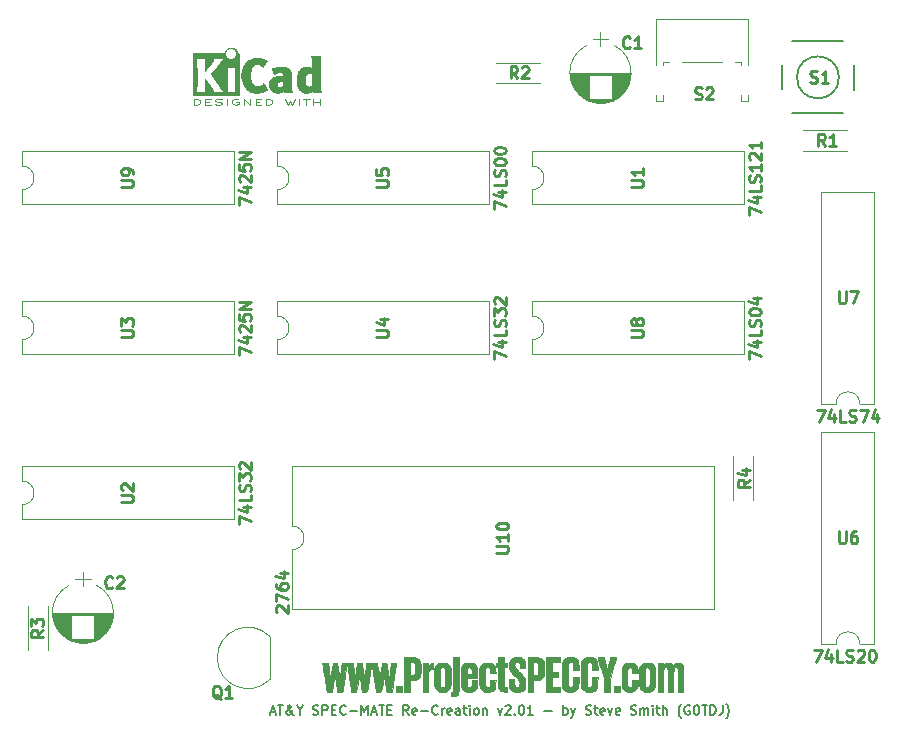
<source format=gto>
G04 #@! TF.FileFunction,Legend,Top*
%FSLAX46Y46*%
G04 Gerber Fmt 4.6, Leading zero omitted, Abs format (unit mm)*
G04 Created by KiCad (PCBNEW 4.0.7) date 12/12/18 23:49:00*
%MOMM*%
%LPD*%
G01*
G04 APERTURE LIST*
%ADD10C,0.100000*%
%ADD11C,0.200000*%
%ADD12C,0.120000*%
%ADD13C,0.203200*%
%ADD14C,0.010000*%
%ADD15C,0.250000*%
%ADD16C,0.125000*%
%ADD17R,1.600000X1.600000*%
%ADD18C,1.600000*%
%ADD19O,1.727200X2.800000*%
%ADD20O,1.500000X0.900000*%
%ADD21R,1.500000X0.900000*%
%ADD22C,1.400000*%
%ADD23O,1.400000X1.400000*%
%ADD24C,2.279600*%
%ADD25C,2.100000*%
%ADD26C,1.750000*%
%ADD27R,1.600000X2.400000*%
%ADD28O,1.600000X2.400000*%
%ADD29R,2.400000X1.600000*%
%ADD30O,2.400000X1.600000*%
%ADD31C,3.500000*%
%ADD32C,0.880000*%
G04 APERTURE END LIST*
D10*
D11*
X132717427Y-112528333D02*
X133098379Y-112528333D01*
X132641236Y-112756905D02*
X132907903Y-111956905D01*
X133174570Y-112756905D01*
X133326950Y-111956905D02*
X133784093Y-111956905D01*
X133555522Y-112756905D02*
X133555522Y-111956905D01*
X134698379Y-112756905D02*
X134660284Y-112756905D01*
X134584094Y-112718810D01*
X134469808Y-112604524D01*
X134279332Y-112375952D01*
X134203141Y-112261667D01*
X134165046Y-112147381D01*
X134165046Y-112071190D01*
X134203141Y-111995000D01*
X134279332Y-111956905D01*
X134317427Y-111956905D01*
X134393617Y-111995000D01*
X134431713Y-112071190D01*
X134431713Y-112109286D01*
X134393617Y-112185476D01*
X134355522Y-112223571D01*
X134126951Y-112375952D01*
X134088855Y-112414048D01*
X134050760Y-112490238D01*
X134050760Y-112604524D01*
X134088855Y-112680714D01*
X134126951Y-112718810D01*
X134203141Y-112756905D01*
X134317427Y-112756905D01*
X134393617Y-112718810D01*
X134431713Y-112680714D01*
X134545998Y-112528333D01*
X134584094Y-112414048D01*
X134584094Y-112337857D01*
X135193617Y-112375952D02*
X135193617Y-112756905D01*
X134926950Y-111956905D02*
X135193617Y-112375952D01*
X135460284Y-111956905D01*
X136298379Y-112718810D02*
X136412665Y-112756905D01*
X136603141Y-112756905D01*
X136679331Y-112718810D01*
X136717427Y-112680714D01*
X136755522Y-112604524D01*
X136755522Y-112528333D01*
X136717427Y-112452143D01*
X136679331Y-112414048D01*
X136603141Y-112375952D01*
X136450760Y-112337857D01*
X136374569Y-112299762D01*
X136336474Y-112261667D01*
X136298379Y-112185476D01*
X136298379Y-112109286D01*
X136336474Y-112033095D01*
X136374569Y-111995000D01*
X136450760Y-111956905D01*
X136641236Y-111956905D01*
X136755522Y-111995000D01*
X137098379Y-112756905D02*
X137098379Y-111956905D01*
X137403141Y-111956905D01*
X137479332Y-111995000D01*
X137517427Y-112033095D01*
X137555522Y-112109286D01*
X137555522Y-112223571D01*
X137517427Y-112299762D01*
X137479332Y-112337857D01*
X137403141Y-112375952D01*
X137098379Y-112375952D01*
X137898379Y-112337857D02*
X138165046Y-112337857D01*
X138279332Y-112756905D02*
X137898379Y-112756905D01*
X137898379Y-111956905D01*
X138279332Y-111956905D01*
X139079332Y-112680714D02*
X139041237Y-112718810D01*
X138926951Y-112756905D01*
X138850761Y-112756905D01*
X138736475Y-112718810D01*
X138660284Y-112642619D01*
X138622189Y-112566429D01*
X138584094Y-112414048D01*
X138584094Y-112299762D01*
X138622189Y-112147381D01*
X138660284Y-112071190D01*
X138736475Y-111995000D01*
X138850761Y-111956905D01*
X138926951Y-111956905D01*
X139041237Y-111995000D01*
X139079332Y-112033095D01*
X139422189Y-112452143D02*
X140031713Y-112452143D01*
X140412665Y-112756905D02*
X140412665Y-111956905D01*
X140679332Y-112528333D01*
X140945999Y-111956905D01*
X140945999Y-112756905D01*
X141288856Y-112528333D02*
X141669808Y-112528333D01*
X141212665Y-112756905D02*
X141479332Y-111956905D01*
X141745999Y-112756905D01*
X141898379Y-111956905D02*
X142355522Y-111956905D01*
X142126951Y-112756905D02*
X142126951Y-111956905D01*
X142622189Y-112337857D02*
X142888856Y-112337857D01*
X143003142Y-112756905D02*
X142622189Y-112756905D01*
X142622189Y-111956905D01*
X143003142Y-111956905D01*
X144412666Y-112756905D02*
X144145999Y-112375952D01*
X143955523Y-112756905D02*
X143955523Y-111956905D01*
X144260285Y-111956905D01*
X144336476Y-111995000D01*
X144374571Y-112033095D01*
X144412666Y-112109286D01*
X144412666Y-112223571D01*
X144374571Y-112299762D01*
X144336476Y-112337857D01*
X144260285Y-112375952D01*
X143955523Y-112375952D01*
X145060285Y-112718810D02*
X144984095Y-112756905D01*
X144831714Y-112756905D01*
X144755523Y-112718810D01*
X144717428Y-112642619D01*
X144717428Y-112337857D01*
X144755523Y-112261667D01*
X144831714Y-112223571D01*
X144984095Y-112223571D01*
X145060285Y-112261667D01*
X145098380Y-112337857D01*
X145098380Y-112414048D01*
X144717428Y-112490238D01*
X145441237Y-112452143D02*
X146050761Y-112452143D01*
X146888856Y-112680714D02*
X146850761Y-112718810D01*
X146736475Y-112756905D01*
X146660285Y-112756905D01*
X146545999Y-112718810D01*
X146469808Y-112642619D01*
X146431713Y-112566429D01*
X146393618Y-112414048D01*
X146393618Y-112299762D01*
X146431713Y-112147381D01*
X146469808Y-112071190D01*
X146545999Y-111995000D01*
X146660285Y-111956905D01*
X146736475Y-111956905D01*
X146850761Y-111995000D01*
X146888856Y-112033095D01*
X147231713Y-112756905D02*
X147231713Y-112223571D01*
X147231713Y-112375952D02*
X147269808Y-112299762D01*
X147307904Y-112261667D01*
X147384094Y-112223571D01*
X147460285Y-112223571D01*
X148031713Y-112718810D02*
X147955523Y-112756905D01*
X147803142Y-112756905D01*
X147726951Y-112718810D01*
X147688856Y-112642619D01*
X147688856Y-112337857D01*
X147726951Y-112261667D01*
X147803142Y-112223571D01*
X147955523Y-112223571D01*
X148031713Y-112261667D01*
X148069808Y-112337857D01*
X148069808Y-112414048D01*
X147688856Y-112490238D01*
X148755522Y-112756905D02*
X148755522Y-112337857D01*
X148717427Y-112261667D01*
X148641237Y-112223571D01*
X148488856Y-112223571D01*
X148412665Y-112261667D01*
X148755522Y-112718810D02*
X148679332Y-112756905D01*
X148488856Y-112756905D01*
X148412665Y-112718810D01*
X148374570Y-112642619D01*
X148374570Y-112566429D01*
X148412665Y-112490238D01*
X148488856Y-112452143D01*
X148679332Y-112452143D01*
X148755522Y-112414048D01*
X149022189Y-112223571D02*
X149326951Y-112223571D01*
X149136475Y-111956905D02*
X149136475Y-112642619D01*
X149174570Y-112718810D01*
X149250761Y-112756905D01*
X149326951Y-112756905D01*
X149593618Y-112756905D02*
X149593618Y-112223571D01*
X149593618Y-111956905D02*
X149555523Y-111995000D01*
X149593618Y-112033095D01*
X149631713Y-111995000D01*
X149593618Y-111956905D01*
X149593618Y-112033095D01*
X150088856Y-112756905D02*
X150012665Y-112718810D01*
X149974570Y-112680714D01*
X149936475Y-112604524D01*
X149936475Y-112375952D01*
X149974570Y-112299762D01*
X150012665Y-112261667D01*
X150088856Y-112223571D01*
X150203142Y-112223571D01*
X150279332Y-112261667D01*
X150317427Y-112299762D01*
X150355523Y-112375952D01*
X150355523Y-112604524D01*
X150317427Y-112680714D01*
X150279332Y-112718810D01*
X150203142Y-112756905D01*
X150088856Y-112756905D01*
X150698380Y-112223571D02*
X150698380Y-112756905D01*
X150698380Y-112299762D02*
X150736475Y-112261667D01*
X150812666Y-112223571D01*
X150926952Y-112223571D01*
X151003142Y-112261667D01*
X151041237Y-112337857D01*
X151041237Y-112756905D01*
X151955524Y-112223571D02*
X152146000Y-112756905D01*
X152336476Y-112223571D01*
X152603143Y-112033095D02*
X152641238Y-111995000D01*
X152717429Y-111956905D01*
X152907905Y-111956905D01*
X152984095Y-111995000D01*
X153022191Y-112033095D01*
X153060286Y-112109286D01*
X153060286Y-112185476D01*
X153022191Y-112299762D01*
X152565048Y-112756905D01*
X153060286Y-112756905D01*
X153403143Y-112680714D02*
X153441238Y-112718810D01*
X153403143Y-112756905D01*
X153365048Y-112718810D01*
X153403143Y-112680714D01*
X153403143Y-112756905D01*
X153936476Y-111956905D02*
X154012667Y-111956905D01*
X154088857Y-111995000D01*
X154126952Y-112033095D01*
X154165048Y-112109286D01*
X154203143Y-112261667D01*
X154203143Y-112452143D01*
X154165048Y-112604524D01*
X154126952Y-112680714D01*
X154088857Y-112718810D01*
X154012667Y-112756905D01*
X153936476Y-112756905D01*
X153860286Y-112718810D01*
X153822190Y-112680714D01*
X153784095Y-112604524D01*
X153746000Y-112452143D01*
X153746000Y-112261667D01*
X153784095Y-112109286D01*
X153822190Y-112033095D01*
X153860286Y-111995000D01*
X153936476Y-111956905D01*
X154965048Y-112756905D02*
X154507905Y-112756905D01*
X154736476Y-112756905D02*
X154736476Y-111956905D01*
X154660286Y-112071190D01*
X154584095Y-112147381D01*
X154507905Y-112185476D01*
X155917429Y-112452143D02*
X156526953Y-112452143D01*
X157517429Y-112756905D02*
X157517429Y-111956905D01*
X157517429Y-112261667D02*
X157593620Y-112223571D01*
X157746001Y-112223571D01*
X157822191Y-112261667D01*
X157860286Y-112299762D01*
X157898382Y-112375952D01*
X157898382Y-112604524D01*
X157860286Y-112680714D01*
X157822191Y-112718810D01*
X157746001Y-112756905D01*
X157593620Y-112756905D01*
X157517429Y-112718810D01*
X158165049Y-112223571D02*
X158355525Y-112756905D01*
X158546001Y-112223571D02*
X158355525Y-112756905D01*
X158279334Y-112947381D01*
X158241239Y-112985476D01*
X158165049Y-113023571D01*
X159422192Y-112718810D02*
X159536478Y-112756905D01*
X159726954Y-112756905D01*
X159803144Y-112718810D01*
X159841240Y-112680714D01*
X159879335Y-112604524D01*
X159879335Y-112528333D01*
X159841240Y-112452143D01*
X159803144Y-112414048D01*
X159726954Y-112375952D01*
X159574573Y-112337857D01*
X159498382Y-112299762D01*
X159460287Y-112261667D01*
X159422192Y-112185476D01*
X159422192Y-112109286D01*
X159460287Y-112033095D01*
X159498382Y-111995000D01*
X159574573Y-111956905D01*
X159765049Y-111956905D01*
X159879335Y-111995000D01*
X160107906Y-112223571D02*
X160412668Y-112223571D01*
X160222192Y-111956905D02*
X160222192Y-112642619D01*
X160260287Y-112718810D01*
X160336478Y-112756905D01*
X160412668Y-112756905D01*
X160984097Y-112718810D02*
X160907907Y-112756905D01*
X160755526Y-112756905D01*
X160679335Y-112718810D01*
X160641240Y-112642619D01*
X160641240Y-112337857D01*
X160679335Y-112261667D01*
X160755526Y-112223571D01*
X160907907Y-112223571D01*
X160984097Y-112261667D01*
X161022192Y-112337857D01*
X161022192Y-112414048D01*
X160641240Y-112490238D01*
X161288859Y-112223571D02*
X161479335Y-112756905D01*
X161669811Y-112223571D01*
X162279335Y-112718810D02*
X162203145Y-112756905D01*
X162050764Y-112756905D01*
X161974573Y-112718810D01*
X161936478Y-112642619D01*
X161936478Y-112337857D01*
X161974573Y-112261667D01*
X162050764Y-112223571D01*
X162203145Y-112223571D01*
X162279335Y-112261667D01*
X162317430Y-112337857D01*
X162317430Y-112414048D01*
X161936478Y-112490238D01*
X163231716Y-112718810D02*
X163346002Y-112756905D01*
X163536478Y-112756905D01*
X163612668Y-112718810D01*
X163650764Y-112680714D01*
X163688859Y-112604524D01*
X163688859Y-112528333D01*
X163650764Y-112452143D01*
X163612668Y-112414048D01*
X163536478Y-112375952D01*
X163384097Y-112337857D01*
X163307906Y-112299762D01*
X163269811Y-112261667D01*
X163231716Y-112185476D01*
X163231716Y-112109286D01*
X163269811Y-112033095D01*
X163307906Y-111995000D01*
X163384097Y-111956905D01*
X163574573Y-111956905D01*
X163688859Y-111995000D01*
X164031716Y-112756905D02*
X164031716Y-112223571D01*
X164031716Y-112299762D02*
X164069811Y-112261667D01*
X164146002Y-112223571D01*
X164260288Y-112223571D01*
X164336478Y-112261667D01*
X164374573Y-112337857D01*
X164374573Y-112756905D01*
X164374573Y-112337857D02*
X164412669Y-112261667D01*
X164488859Y-112223571D01*
X164603145Y-112223571D01*
X164679335Y-112261667D01*
X164717430Y-112337857D01*
X164717430Y-112756905D01*
X165098383Y-112756905D02*
X165098383Y-112223571D01*
X165098383Y-111956905D02*
X165060288Y-111995000D01*
X165098383Y-112033095D01*
X165136478Y-111995000D01*
X165098383Y-111956905D01*
X165098383Y-112033095D01*
X165365049Y-112223571D02*
X165669811Y-112223571D01*
X165479335Y-111956905D02*
X165479335Y-112642619D01*
X165517430Y-112718810D01*
X165593621Y-112756905D01*
X165669811Y-112756905D01*
X165936478Y-112756905D02*
X165936478Y-111956905D01*
X166279335Y-112756905D02*
X166279335Y-112337857D01*
X166241240Y-112261667D01*
X166165050Y-112223571D01*
X166050764Y-112223571D01*
X165974573Y-112261667D01*
X165936478Y-112299762D01*
X167498384Y-113061667D02*
X167460288Y-113023571D01*
X167384098Y-112909286D01*
X167346003Y-112833095D01*
X167307907Y-112718810D01*
X167269812Y-112528333D01*
X167269812Y-112375952D01*
X167307907Y-112185476D01*
X167346003Y-112071190D01*
X167384098Y-111995000D01*
X167460288Y-111880714D01*
X167498384Y-111842619D01*
X168222193Y-111995000D02*
X168146002Y-111956905D01*
X168031717Y-111956905D01*
X167917431Y-111995000D01*
X167841240Y-112071190D01*
X167803145Y-112147381D01*
X167765050Y-112299762D01*
X167765050Y-112414048D01*
X167803145Y-112566429D01*
X167841240Y-112642619D01*
X167917431Y-112718810D01*
X168031717Y-112756905D01*
X168107907Y-112756905D01*
X168222193Y-112718810D01*
X168260288Y-112680714D01*
X168260288Y-112414048D01*
X168107907Y-112414048D01*
X168755526Y-111956905D02*
X168831717Y-111956905D01*
X168907907Y-111995000D01*
X168946002Y-112033095D01*
X168984098Y-112109286D01*
X169022193Y-112261667D01*
X169022193Y-112452143D01*
X168984098Y-112604524D01*
X168946002Y-112680714D01*
X168907907Y-112718810D01*
X168831717Y-112756905D01*
X168755526Y-112756905D01*
X168679336Y-112718810D01*
X168641240Y-112680714D01*
X168603145Y-112604524D01*
X168565050Y-112452143D01*
X168565050Y-112261667D01*
X168603145Y-112109286D01*
X168641240Y-112033095D01*
X168679336Y-111995000D01*
X168755526Y-111956905D01*
X169250764Y-111956905D02*
X169707907Y-111956905D01*
X169479336Y-112756905D02*
X169479336Y-111956905D01*
X169974574Y-112756905D02*
X169974574Y-111956905D01*
X170165050Y-111956905D01*
X170279336Y-111995000D01*
X170355527Y-112071190D01*
X170393622Y-112147381D01*
X170431717Y-112299762D01*
X170431717Y-112414048D01*
X170393622Y-112566429D01*
X170355527Y-112642619D01*
X170279336Y-112718810D01*
X170165050Y-112756905D01*
X169974574Y-112756905D01*
X171003146Y-111956905D02*
X171003146Y-112528333D01*
X170965050Y-112642619D01*
X170888860Y-112718810D01*
X170774574Y-112756905D01*
X170698384Y-112756905D01*
X171307908Y-113061667D02*
X171346003Y-113023571D01*
X171422193Y-112909286D01*
X171460289Y-112833095D01*
X171498384Y-112718810D01*
X171536479Y-112528333D01*
X171536479Y-112375952D01*
X171498384Y-112185476D01*
X171460289Y-112071190D01*
X171422193Y-111995000D01*
X171346003Y-111880714D01*
X171307908Y-111842619D01*
D12*
X161834723Y-60705722D02*
G75*
G03X161835000Y-56094420I-1179723J2305722D01*
G01*
X159475277Y-60705722D02*
G75*
G02X159475000Y-56094420I1179723J2305722D01*
G01*
X159475277Y-60705722D02*
G75*
G03X161835000Y-60705580I1179723J2305722D01*
G01*
X163205000Y-58400000D02*
X158105000Y-58400000D01*
X163205000Y-58440000D02*
X158105000Y-58440000D01*
X163204000Y-58480000D02*
X158106000Y-58480000D01*
X163203000Y-58520000D02*
X158107000Y-58520000D01*
X163201000Y-58560000D02*
X158109000Y-58560000D01*
X163198000Y-58600000D02*
X158112000Y-58600000D01*
X163194000Y-58640000D02*
X158116000Y-58640000D01*
X163190000Y-58680000D02*
X161635000Y-58680000D01*
X159675000Y-58680000D02*
X158120000Y-58680000D01*
X163186000Y-58720000D02*
X161635000Y-58720000D01*
X159675000Y-58720000D02*
X158124000Y-58720000D01*
X163180000Y-58760000D02*
X161635000Y-58760000D01*
X159675000Y-58760000D02*
X158130000Y-58760000D01*
X163174000Y-58800000D02*
X161635000Y-58800000D01*
X159675000Y-58800000D02*
X158136000Y-58800000D01*
X163168000Y-58840000D02*
X161635000Y-58840000D01*
X159675000Y-58840000D02*
X158142000Y-58840000D01*
X163161000Y-58880000D02*
X161635000Y-58880000D01*
X159675000Y-58880000D02*
X158149000Y-58880000D01*
X163153000Y-58920000D02*
X161635000Y-58920000D01*
X159675000Y-58920000D02*
X158157000Y-58920000D01*
X163144000Y-58960000D02*
X161635000Y-58960000D01*
X159675000Y-58960000D02*
X158166000Y-58960000D01*
X163135000Y-59000000D02*
X161635000Y-59000000D01*
X159675000Y-59000000D02*
X158175000Y-59000000D01*
X163125000Y-59040000D02*
X161635000Y-59040000D01*
X159675000Y-59040000D02*
X158185000Y-59040000D01*
X163115000Y-59080000D02*
X161635000Y-59080000D01*
X159675000Y-59080000D02*
X158195000Y-59080000D01*
X163103000Y-59121000D02*
X161635000Y-59121000D01*
X159675000Y-59121000D02*
X158207000Y-59121000D01*
X163091000Y-59161000D02*
X161635000Y-59161000D01*
X159675000Y-59161000D02*
X158219000Y-59161000D01*
X163079000Y-59201000D02*
X161635000Y-59201000D01*
X159675000Y-59201000D02*
X158231000Y-59201000D01*
X163065000Y-59241000D02*
X161635000Y-59241000D01*
X159675000Y-59241000D02*
X158245000Y-59241000D01*
X163051000Y-59281000D02*
X161635000Y-59281000D01*
X159675000Y-59281000D02*
X158259000Y-59281000D01*
X163037000Y-59321000D02*
X161635000Y-59321000D01*
X159675000Y-59321000D02*
X158273000Y-59321000D01*
X163021000Y-59361000D02*
X161635000Y-59361000D01*
X159675000Y-59361000D02*
X158289000Y-59361000D01*
X163005000Y-59401000D02*
X161635000Y-59401000D01*
X159675000Y-59401000D02*
X158305000Y-59401000D01*
X162988000Y-59441000D02*
X161635000Y-59441000D01*
X159675000Y-59441000D02*
X158322000Y-59441000D01*
X162970000Y-59481000D02*
X161635000Y-59481000D01*
X159675000Y-59481000D02*
X158340000Y-59481000D01*
X162951000Y-59521000D02*
X161635000Y-59521000D01*
X159675000Y-59521000D02*
X158359000Y-59521000D01*
X162931000Y-59561000D02*
X161635000Y-59561000D01*
X159675000Y-59561000D02*
X158379000Y-59561000D01*
X162911000Y-59601000D02*
X161635000Y-59601000D01*
X159675000Y-59601000D02*
X158399000Y-59601000D01*
X162889000Y-59641000D02*
X161635000Y-59641000D01*
X159675000Y-59641000D02*
X158421000Y-59641000D01*
X162867000Y-59681000D02*
X161635000Y-59681000D01*
X159675000Y-59681000D02*
X158443000Y-59681000D01*
X162844000Y-59721000D02*
X161635000Y-59721000D01*
X159675000Y-59721000D02*
X158466000Y-59721000D01*
X162820000Y-59761000D02*
X161635000Y-59761000D01*
X159675000Y-59761000D02*
X158490000Y-59761000D01*
X162795000Y-59801000D02*
X161635000Y-59801000D01*
X159675000Y-59801000D02*
X158515000Y-59801000D01*
X162768000Y-59841000D02*
X161635000Y-59841000D01*
X159675000Y-59841000D02*
X158542000Y-59841000D01*
X162741000Y-59881000D02*
X161635000Y-59881000D01*
X159675000Y-59881000D02*
X158569000Y-59881000D01*
X162713000Y-59921000D02*
X161635000Y-59921000D01*
X159675000Y-59921000D02*
X158597000Y-59921000D01*
X162683000Y-59961000D02*
X161635000Y-59961000D01*
X159675000Y-59961000D02*
X158627000Y-59961000D01*
X162652000Y-60001000D02*
X161635000Y-60001000D01*
X159675000Y-60001000D02*
X158658000Y-60001000D01*
X162620000Y-60041000D02*
X161635000Y-60041000D01*
X159675000Y-60041000D02*
X158690000Y-60041000D01*
X162587000Y-60081000D02*
X161635000Y-60081000D01*
X159675000Y-60081000D02*
X158723000Y-60081000D01*
X162552000Y-60121000D02*
X161635000Y-60121000D01*
X159675000Y-60121000D02*
X158758000Y-60121000D01*
X162516000Y-60161000D02*
X161635000Y-60161000D01*
X159675000Y-60161000D02*
X158794000Y-60161000D01*
X162478000Y-60201000D02*
X161635000Y-60201000D01*
X159675000Y-60201000D02*
X158832000Y-60201000D01*
X162438000Y-60241000D02*
X161635000Y-60241000D01*
X159675000Y-60241000D02*
X158872000Y-60241000D01*
X162397000Y-60281000D02*
X161635000Y-60281000D01*
X159675000Y-60281000D02*
X158913000Y-60281000D01*
X162354000Y-60321000D02*
X161635000Y-60321000D01*
X159675000Y-60321000D02*
X158956000Y-60321000D01*
X162309000Y-60361000D02*
X161635000Y-60361000D01*
X159675000Y-60361000D02*
X159001000Y-60361000D01*
X162261000Y-60401000D02*
X161635000Y-60401000D01*
X159675000Y-60401000D02*
X159049000Y-60401000D01*
X162211000Y-60441000D02*
X161635000Y-60441000D01*
X159675000Y-60441000D02*
X159099000Y-60441000D01*
X162159000Y-60481000D02*
X161635000Y-60481000D01*
X159675000Y-60481000D02*
X159151000Y-60481000D01*
X162103000Y-60521000D02*
X161635000Y-60521000D01*
X159675000Y-60521000D02*
X159207000Y-60521000D01*
X162045000Y-60561000D02*
X161635000Y-60561000D01*
X159675000Y-60561000D02*
X159265000Y-60561000D01*
X161982000Y-60601000D02*
X161635000Y-60601000D01*
X159675000Y-60601000D02*
X159328000Y-60601000D01*
X161916000Y-60641000D02*
X159394000Y-60641000D01*
X161844000Y-60681000D02*
X159466000Y-60681000D01*
X161767000Y-60721000D02*
X159543000Y-60721000D01*
X161683000Y-60761000D02*
X159627000Y-60761000D01*
X161589000Y-60801000D02*
X159721000Y-60801000D01*
X161484000Y-60841000D02*
X159826000Y-60841000D01*
X161362000Y-60881000D02*
X159948000Y-60881000D01*
X161214000Y-60921000D02*
X160096000Y-60921000D01*
X161009000Y-60961000D02*
X160301000Y-60961000D01*
X160655000Y-54950000D02*
X160655000Y-56150000D01*
X161305000Y-55550000D02*
X160005000Y-55550000D01*
X118019723Y-106425722D02*
G75*
G03X118020000Y-101814420I-1179723J2305722D01*
G01*
X115660277Y-106425722D02*
G75*
G02X115660000Y-101814420I1179723J2305722D01*
G01*
X115660277Y-106425722D02*
G75*
G03X118020000Y-106425580I1179723J2305722D01*
G01*
X119390000Y-104120000D02*
X114290000Y-104120000D01*
X119390000Y-104160000D02*
X114290000Y-104160000D01*
X119389000Y-104200000D02*
X114291000Y-104200000D01*
X119388000Y-104240000D02*
X114292000Y-104240000D01*
X119386000Y-104280000D02*
X114294000Y-104280000D01*
X119383000Y-104320000D02*
X114297000Y-104320000D01*
X119379000Y-104360000D02*
X114301000Y-104360000D01*
X119375000Y-104400000D02*
X117820000Y-104400000D01*
X115860000Y-104400000D02*
X114305000Y-104400000D01*
X119371000Y-104440000D02*
X117820000Y-104440000D01*
X115860000Y-104440000D02*
X114309000Y-104440000D01*
X119365000Y-104480000D02*
X117820000Y-104480000D01*
X115860000Y-104480000D02*
X114315000Y-104480000D01*
X119359000Y-104520000D02*
X117820000Y-104520000D01*
X115860000Y-104520000D02*
X114321000Y-104520000D01*
X119353000Y-104560000D02*
X117820000Y-104560000D01*
X115860000Y-104560000D02*
X114327000Y-104560000D01*
X119346000Y-104600000D02*
X117820000Y-104600000D01*
X115860000Y-104600000D02*
X114334000Y-104600000D01*
X119338000Y-104640000D02*
X117820000Y-104640000D01*
X115860000Y-104640000D02*
X114342000Y-104640000D01*
X119329000Y-104680000D02*
X117820000Y-104680000D01*
X115860000Y-104680000D02*
X114351000Y-104680000D01*
X119320000Y-104720000D02*
X117820000Y-104720000D01*
X115860000Y-104720000D02*
X114360000Y-104720000D01*
X119310000Y-104760000D02*
X117820000Y-104760000D01*
X115860000Y-104760000D02*
X114370000Y-104760000D01*
X119300000Y-104800000D02*
X117820000Y-104800000D01*
X115860000Y-104800000D02*
X114380000Y-104800000D01*
X119288000Y-104841000D02*
X117820000Y-104841000D01*
X115860000Y-104841000D02*
X114392000Y-104841000D01*
X119276000Y-104881000D02*
X117820000Y-104881000D01*
X115860000Y-104881000D02*
X114404000Y-104881000D01*
X119264000Y-104921000D02*
X117820000Y-104921000D01*
X115860000Y-104921000D02*
X114416000Y-104921000D01*
X119250000Y-104961000D02*
X117820000Y-104961000D01*
X115860000Y-104961000D02*
X114430000Y-104961000D01*
X119236000Y-105001000D02*
X117820000Y-105001000D01*
X115860000Y-105001000D02*
X114444000Y-105001000D01*
X119222000Y-105041000D02*
X117820000Y-105041000D01*
X115860000Y-105041000D02*
X114458000Y-105041000D01*
X119206000Y-105081000D02*
X117820000Y-105081000D01*
X115860000Y-105081000D02*
X114474000Y-105081000D01*
X119190000Y-105121000D02*
X117820000Y-105121000D01*
X115860000Y-105121000D02*
X114490000Y-105121000D01*
X119173000Y-105161000D02*
X117820000Y-105161000D01*
X115860000Y-105161000D02*
X114507000Y-105161000D01*
X119155000Y-105201000D02*
X117820000Y-105201000D01*
X115860000Y-105201000D02*
X114525000Y-105201000D01*
X119136000Y-105241000D02*
X117820000Y-105241000D01*
X115860000Y-105241000D02*
X114544000Y-105241000D01*
X119116000Y-105281000D02*
X117820000Y-105281000D01*
X115860000Y-105281000D02*
X114564000Y-105281000D01*
X119096000Y-105321000D02*
X117820000Y-105321000D01*
X115860000Y-105321000D02*
X114584000Y-105321000D01*
X119074000Y-105361000D02*
X117820000Y-105361000D01*
X115860000Y-105361000D02*
X114606000Y-105361000D01*
X119052000Y-105401000D02*
X117820000Y-105401000D01*
X115860000Y-105401000D02*
X114628000Y-105401000D01*
X119029000Y-105441000D02*
X117820000Y-105441000D01*
X115860000Y-105441000D02*
X114651000Y-105441000D01*
X119005000Y-105481000D02*
X117820000Y-105481000D01*
X115860000Y-105481000D02*
X114675000Y-105481000D01*
X118980000Y-105521000D02*
X117820000Y-105521000D01*
X115860000Y-105521000D02*
X114700000Y-105521000D01*
X118953000Y-105561000D02*
X117820000Y-105561000D01*
X115860000Y-105561000D02*
X114727000Y-105561000D01*
X118926000Y-105601000D02*
X117820000Y-105601000D01*
X115860000Y-105601000D02*
X114754000Y-105601000D01*
X118898000Y-105641000D02*
X117820000Y-105641000D01*
X115860000Y-105641000D02*
X114782000Y-105641000D01*
X118868000Y-105681000D02*
X117820000Y-105681000D01*
X115860000Y-105681000D02*
X114812000Y-105681000D01*
X118837000Y-105721000D02*
X117820000Y-105721000D01*
X115860000Y-105721000D02*
X114843000Y-105721000D01*
X118805000Y-105761000D02*
X117820000Y-105761000D01*
X115860000Y-105761000D02*
X114875000Y-105761000D01*
X118772000Y-105801000D02*
X117820000Y-105801000D01*
X115860000Y-105801000D02*
X114908000Y-105801000D01*
X118737000Y-105841000D02*
X117820000Y-105841000D01*
X115860000Y-105841000D02*
X114943000Y-105841000D01*
X118701000Y-105881000D02*
X117820000Y-105881000D01*
X115860000Y-105881000D02*
X114979000Y-105881000D01*
X118663000Y-105921000D02*
X117820000Y-105921000D01*
X115860000Y-105921000D02*
X115017000Y-105921000D01*
X118623000Y-105961000D02*
X117820000Y-105961000D01*
X115860000Y-105961000D02*
X115057000Y-105961000D01*
X118582000Y-106001000D02*
X117820000Y-106001000D01*
X115860000Y-106001000D02*
X115098000Y-106001000D01*
X118539000Y-106041000D02*
X117820000Y-106041000D01*
X115860000Y-106041000D02*
X115141000Y-106041000D01*
X118494000Y-106081000D02*
X117820000Y-106081000D01*
X115860000Y-106081000D02*
X115186000Y-106081000D01*
X118446000Y-106121000D02*
X117820000Y-106121000D01*
X115860000Y-106121000D02*
X115234000Y-106121000D01*
X118396000Y-106161000D02*
X117820000Y-106161000D01*
X115860000Y-106161000D02*
X115284000Y-106161000D01*
X118344000Y-106201000D02*
X117820000Y-106201000D01*
X115860000Y-106201000D02*
X115336000Y-106201000D01*
X118288000Y-106241000D02*
X117820000Y-106241000D01*
X115860000Y-106241000D02*
X115392000Y-106241000D01*
X118230000Y-106281000D02*
X117820000Y-106281000D01*
X115860000Y-106281000D02*
X115450000Y-106281000D01*
X118167000Y-106321000D02*
X117820000Y-106321000D01*
X115860000Y-106321000D02*
X115513000Y-106321000D01*
X118101000Y-106361000D02*
X115579000Y-106361000D01*
X118029000Y-106401000D02*
X115651000Y-106401000D01*
X117952000Y-106441000D02*
X115728000Y-106441000D01*
X117868000Y-106481000D02*
X115812000Y-106481000D01*
X117774000Y-106521000D02*
X115906000Y-106521000D01*
X117669000Y-106561000D02*
X116011000Y-106561000D01*
X117547000Y-106601000D02*
X116133000Y-106601000D01*
X117399000Y-106641000D02*
X116281000Y-106641000D01*
X117194000Y-106681000D02*
X116486000Y-106681000D01*
X116840000Y-100670000D02*
X116840000Y-101870000D01*
X117490000Y-101270000D02*
X116190000Y-101270000D01*
X132660000Y-109750000D02*
X132660000Y-106150000D01*
X132648478Y-109788478D02*
G75*
G02X128210000Y-107950000I-1838478J1838478D01*
G01*
X132648478Y-106111522D02*
G75*
G03X128210000Y-107950000I-1838478J-1838478D01*
G01*
X177845000Y-63275000D02*
X181565000Y-63275000D01*
X177845000Y-64995000D02*
X181565000Y-64995000D01*
X151810000Y-57560000D02*
X155530000Y-57560000D01*
X151810000Y-59280000D02*
X155530000Y-59280000D01*
X113890000Y-103550000D02*
X113890000Y-107270000D01*
X112170000Y-103550000D02*
X112170000Y-107270000D01*
X173580000Y-90850000D02*
X173580000Y-94570000D01*
X171860000Y-90850000D02*
X171860000Y-94570000D01*
D13*
X176911000Y-61849000D02*
X181229000Y-61849000D01*
X181229000Y-55753000D02*
X176911000Y-55753000D01*
X176022000Y-59799000D02*
X176022000Y-57785000D01*
X182118000Y-59829000D02*
X182118000Y-57785000D01*
X180848000Y-58801000D02*
G75*
G03X180848000Y-58801000I-1778000J0D01*
G01*
D12*
X165915000Y-57485000D02*
X165915000Y-57715000D01*
X165395000Y-53815000D02*
X173115000Y-53815000D01*
X173115000Y-53815000D02*
X173115000Y-57715000D01*
X165395000Y-60825000D02*
X165915000Y-60825000D01*
X165395000Y-53815000D02*
X165395000Y-57715000D01*
X172595000Y-57485000D02*
X172595000Y-57715000D01*
X165915000Y-60315000D02*
X165915000Y-60825000D01*
X165395000Y-60315000D02*
X165395000Y-60825000D01*
X172055000Y-57485000D02*
X172595000Y-57485000D01*
X172595000Y-60315000D02*
X172595000Y-60825000D01*
X172595000Y-60825000D02*
X173115000Y-60825000D01*
X173115000Y-60315000D02*
X173115000Y-60825000D01*
X165915000Y-57485000D02*
X166455000Y-57485000D01*
X167555000Y-57485000D02*
X170955000Y-57485000D01*
X154880000Y-66310000D02*
G75*
G02X154880000Y-68310000I0J-1000000D01*
G01*
X154880000Y-68310000D02*
X154880000Y-69560000D01*
X154880000Y-69560000D02*
X172780000Y-69560000D01*
X172780000Y-69560000D02*
X172780000Y-65060000D01*
X172780000Y-65060000D02*
X154880000Y-65060000D01*
X154880000Y-65060000D02*
X154880000Y-66310000D01*
X111700000Y-92980000D02*
G75*
G02X111700000Y-94980000I0J-1000000D01*
G01*
X111700000Y-94980000D02*
X111700000Y-96230000D01*
X111700000Y-96230000D02*
X129600000Y-96230000D01*
X129600000Y-96230000D02*
X129600000Y-91730000D01*
X129600000Y-91730000D02*
X111700000Y-91730000D01*
X111700000Y-91730000D02*
X111700000Y-92980000D01*
X111700000Y-79010000D02*
G75*
G02X111700000Y-81010000I0J-1000000D01*
G01*
X111700000Y-81010000D02*
X111700000Y-82260000D01*
X111700000Y-82260000D02*
X129600000Y-82260000D01*
X129600000Y-82260000D02*
X129600000Y-77760000D01*
X129600000Y-77760000D02*
X111700000Y-77760000D01*
X111700000Y-77760000D02*
X111700000Y-79010000D01*
X133290000Y-79010000D02*
G75*
G02X133290000Y-81010000I0J-1000000D01*
G01*
X133290000Y-81010000D02*
X133290000Y-82260000D01*
X133290000Y-82260000D02*
X151190000Y-82260000D01*
X151190000Y-82260000D02*
X151190000Y-77760000D01*
X151190000Y-77760000D02*
X133290000Y-77760000D01*
X133290000Y-77760000D02*
X133290000Y-79010000D01*
X133290000Y-66310000D02*
G75*
G02X133290000Y-68310000I0J-1000000D01*
G01*
X133290000Y-68310000D02*
X133290000Y-69560000D01*
X133290000Y-69560000D02*
X151190000Y-69560000D01*
X151190000Y-69560000D02*
X151190000Y-65060000D01*
X151190000Y-65060000D02*
X133290000Y-65060000D01*
X133290000Y-65060000D02*
X133290000Y-66310000D01*
X180610000Y-106740000D02*
G75*
G02X182610000Y-106740000I1000000J0D01*
G01*
X182610000Y-106740000D02*
X183860000Y-106740000D01*
X183860000Y-106740000D02*
X183860000Y-88840000D01*
X183860000Y-88840000D02*
X179360000Y-88840000D01*
X179360000Y-88840000D02*
X179360000Y-106740000D01*
X179360000Y-106740000D02*
X180610000Y-106740000D01*
X180610000Y-86420000D02*
G75*
G02X182610000Y-86420000I1000000J0D01*
G01*
X182610000Y-86420000D02*
X183860000Y-86420000D01*
X183860000Y-86420000D02*
X183860000Y-68520000D01*
X183860000Y-68520000D02*
X179360000Y-68520000D01*
X179360000Y-68520000D02*
X179360000Y-86420000D01*
X179360000Y-86420000D02*
X180610000Y-86420000D01*
X154880000Y-79010000D02*
G75*
G02X154880000Y-81010000I0J-1000000D01*
G01*
X154880000Y-81010000D02*
X154880000Y-82260000D01*
X154880000Y-82260000D02*
X172780000Y-82260000D01*
X172780000Y-82260000D02*
X172780000Y-77760000D01*
X172780000Y-77760000D02*
X154880000Y-77760000D01*
X154880000Y-77760000D02*
X154880000Y-79010000D01*
X111700000Y-66310000D02*
G75*
G02X111700000Y-68310000I0J-1000000D01*
G01*
X111700000Y-68310000D02*
X111700000Y-69560000D01*
X111700000Y-69560000D02*
X129600000Y-69560000D01*
X129600000Y-69560000D02*
X129600000Y-65060000D01*
X129600000Y-65060000D02*
X111700000Y-65060000D01*
X111700000Y-65060000D02*
X111700000Y-66310000D01*
X134560000Y-96790000D02*
G75*
G02X134560000Y-98790000I0J-1000000D01*
G01*
X134560000Y-98790000D02*
X134560000Y-103850000D01*
X134560000Y-103850000D02*
X170240000Y-103850000D01*
X170240000Y-103850000D02*
X170240000Y-91730000D01*
X170240000Y-91730000D02*
X134560000Y-91730000D01*
X134560000Y-91730000D02*
X134560000Y-96790000D01*
D14*
G36*
X148648616Y-109642009D02*
X148648537Y-109900077D01*
X148648256Y-110121954D01*
X148647704Y-110310525D01*
X148646814Y-110468675D01*
X148645518Y-110599290D01*
X148643746Y-110705256D01*
X148641432Y-110789457D01*
X148638508Y-110854779D01*
X148634905Y-110904108D01*
X148630556Y-110940328D01*
X148625392Y-110966325D01*
X148619345Y-110984985D01*
X148616830Y-110990694D01*
X148575906Y-111057066D01*
X148520862Y-111106892D01*
X148445708Y-111142947D01*
X148344451Y-111168002D01*
X148211104Y-111184832D01*
X148194347Y-111186289D01*
X148042924Y-111199003D01*
X148042924Y-110844288D01*
X148096654Y-110838105D01*
X148150385Y-110831923D01*
X148155415Y-109596115D01*
X148160446Y-108360308D01*
X148648616Y-108360308D01*
X148648616Y-109642009D01*
X148648616Y-109642009D01*
G37*
X148648616Y-109642009D02*
X148648537Y-109900077D01*
X148648256Y-110121954D01*
X148647704Y-110310525D01*
X148646814Y-110468675D01*
X148645518Y-110599290D01*
X148643746Y-110705256D01*
X148641432Y-110789457D01*
X148638508Y-110854779D01*
X148634905Y-110904108D01*
X148630556Y-110940328D01*
X148625392Y-110966325D01*
X148619345Y-110984985D01*
X148616830Y-110990694D01*
X148575906Y-111057066D01*
X148520862Y-111106892D01*
X148445708Y-111142947D01*
X148344451Y-111168002D01*
X148211104Y-111184832D01*
X148194347Y-111186289D01*
X148042924Y-111199003D01*
X148042924Y-110844288D01*
X148096654Y-110838105D01*
X148150385Y-110831923D01*
X148155415Y-109596115D01*
X148160446Y-108360308D01*
X148648616Y-108360308D01*
X148648616Y-109642009D01*
G36*
X147290693Y-108351052D02*
X147394651Y-108352119D01*
X147469347Y-108355735D01*
X147524580Y-108363318D01*
X147570148Y-108376290D01*
X147615850Y-108396070D01*
X147622022Y-108399074D01*
X147748794Y-108480675D01*
X147847656Y-108588090D01*
X147919675Y-108722813D01*
X147964505Y-108878998D01*
X147971810Y-108937452D01*
X147977146Y-109029011D01*
X147980539Y-109154953D01*
X147982015Y-109316561D01*
X147981601Y-109515115D01*
X147980382Y-109659615D01*
X147978408Y-109839162D01*
X147976419Y-109984184D01*
X147974116Y-110099232D01*
X147971199Y-110188857D01*
X147967369Y-110257609D01*
X147962325Y-110310040D01*
X147955769Y-110350699D01*
X147947401Y-110384139D01*
X147936921Y-110414910D01*
X147929386Y-110434258D01*
X147854971Y-110573713D01*
X147755139Y-110683557D01*
X147630250Y-110763550D01*
X147480664Y-110813451D01*
X147335036Y-110831995D01*
X147247126Y-110833689D01*
X147163207Y-110830828D01*
X147099499Y-110824036D01*
X147092476Y-110822671D01*
X146944073Y-110771815D01*
X146815594Y-110688661D01*
X146711046Y-110576601D01*
X146634434Y-110439025D01*
X146631966Y-110432935D01*
X146620182Y-110401822D01*
X146610666Y-110370575D01*
X146603120Y-110334650D01*
X146597248Y-110289501D01*
X146592752Y-110230586D01*
X146589337Y-110153359D01*
X146586706Y-110053276D01*
X146584561Y-109925792D01*
X146582606Y-109766363D01*
X146581465Y-109659615D01*
X146581020Y-109597387D01*
X147066031Y-109597387D01*
X147066218Y-109776403D01*
X147066896Y-109920650D01*
X147068273Y-110034435D01*
X147070552Y-110122066D01*
X147073940Y-110187851D01*
X147078643Y-110236095D01*
X147084865Y-110271108D01*
X147092812Y-110297194D01*
X147100223Y-110313882D01*
X147154754Y-110384549D01*
X147228888Y-110423924D01*
X147280924Y-110430808D01*
X147336786Y-110421798D01*
X147378616Y-110406402D01*
X147419992Y-110372614D01*
X147457439Y-110321757D01*
X147461624Y-110313882D01*
X147471037Y-110291728D01*
X147478567Y-110263959D01*
X147484420Y-110226269D01*
X147488800Y-110174350D01*
X147491913Y-110103895D01*
X147493965Y-110010597D01*
X147495162Y-109890148D01*
X147495709Y-109738241D01*
X147495816Y-109597387D01*
X147495165Y-109399589D01*
X147493232Y-109231189D01*
X147490076Y-109094185D01*
X147485756Y-108990579D01*
X147480331Y-108922369D01*
X147475007Y-108894003D01*
X147431656Y-108814045D01*
X147372388Y-108767772D01*
X147291860Y-108751248D01*
X147280924Y-108751077D01*
X147197590Y-108764412D01*
X147136135Y-108807040D01*
X147091215Y-108882898D01*
X147086840Y-108894003D01*
X147080540Y-108931171D01*
X147075295Y-109005404D01*
X147071164Y-109114701D01*
X147068207Y-109257063D01*
X147066483Y-109430489D01*
X147066031Y-109597387D01*
X146581020Y-109597387D01*
X146579874Y-109437149D01*
X146580157Y-109252435D01*
X146582341Y-109104193D01*
X146586451Y-108991141D01*
X146592513Y-108911999D01*
X146597342Y-108878998D01*
X146642572Y-108720718D01*
X146711585Y-108591902D01*
X146806736Y-108489334D01*
X146930383Y-108409796D01*
X146947080Y-108401725D01*
X146997880Y-108379551D01*
X147044330Y-108364893D01*
X147096592Y-108356252D01*
X147164829Y-108352129D01*
X147259203Y-108351026D01*
X147290693Y-108351052D01*
X147290693Y-108351052D01*
G37*
X147290693Y-108351052D02*
X147394651Y-108352119D01*
X147469347Y-108355735D01*
X147524580Y-108363318D01*
X147570148Y-108376290D01*
X147615850Y-108396070D01*
X147622022Y-108399074D01*
X147748794Y-108480675D01*
X147847656Y-108588090D01*
X147919675Y-108722813D01*
X147964505Y-108878998D01*
X147971810Y-108937452D01*
X147977146Y-109029011D01*
X147980539Y-109154953D01*
X147982015Y-109316561D01*
X147981601Y-109515115D01*
X147980382Y-109659615D01*
X147978408Y-109839162D01*
X147976419Y-109984184D01*
X147974116Y-110099232D01*
X147971199Y-110188857D01*
X147967369Y-110257609D01*
X147962325Y-110310040D01*
X147955769Y-110350699D01*
X147947401Y-110384139D01*
X147936921Y-110414910D01*
X147929386Y-110434258D01*
X147854971Y-110573713D01*
X147755139Y-110683557D01*
X147630250Y-110763550D01*
X147480664Y-110813451D01*
X147335036Y-110831995D01*
X147247126Y-110833689D01*
X147163207Y-110830828D01*
X147099499Y-110824036D01*
X147092476Y-110822671D01*
X146944073Y-110771815D01*
X146815594Y-110688661D01*
X146711046Y-110576601D01*
X146634434Y-110439025D01*
X146631966Y-110432935D01*
X146620182Y-110401822D01*
X146610666Y-110370575D01*
X146603120Y-110334650D01*
X146597248Y-110289501D01*
X146592752Y-110230586D01*
X146589337Y-110153359D01*
X146586706Y-110053276D01*
X146584561Y-109925792D01*
X146582606Y-109766363D01*
X146581465Y-109659615D01*
X146581020Y-109597387D01*
X147066031Y-109597387D01*
X147066218Y-109776403D01*
X147066896Y-109920650D01*
X147068273Y-110034435D01*
X147070552Y-110122066D01*
X147073940Y-110187851D01*
X147078643Y-110236095D01*
X147084865Y-110271108D01*
X147092812Y-110297194D01*
X147100223Y-110313882D01*
X147154754Y-110384549D01*
X147228888Y-110423924D01*
X147280924Y-110430808D01*
X147336786Y-110421798D01*
X147378616Y-110406402D01*
X147419992Y-110372614D01*
X147457439Y-110321757D01*
X147461624Y-110313882D01*
X147471037Y-110291728D01*
X147478567Y-110263959D01*
X147484420Y-110226269D01*
X147488800Y-110174350D01*
X147491913Y-110103895D01*
X147493965Y-110010597D01*
X147495162Y-109890148D01*
X147495709Y-109738241D01*
X147495816Y-109597387D01*
X147495165Y-109399589D01*
X147493232Y-109231189D01*
X147490076Y-109094185D01*
X147485756Y-108990579D01*
X147480331Y-108922369D01*
X147475007Y-108894003D01*
X147431656Y-108814045D01*
X147372388Y-108767772D01*
X147291860Y-108751248D01*
X147280924Y-108751077D01*
X147197590Y-108764412D01*
X147136135Y-108807040D01*
X147091215Y-108882898D01*
X147086840Y-108894003D01*
X147080540Y-108931171D01*
X147075295Y-109005404D01*
X147071164Y-109114701D01*
X147068207Y-109257063D01*
X147066483Y-109430489D01*
X147066031Y-109597387D01*
X146581020Y-109597387D01*
X146579874Y-109437149D01*
X146580157Y-109252435D01*
X146582341Y-109104193D01*
X146586451Y-108991141D01*
X146592513Y-108911999D01*
X146597342Y-108878998D01*
X146642572Y-108720718D01*
X146711585Y-108591902D01*
X146806736Y-108489334D01*
X146930383Y-108409796D01*
X146947080Y-108401725D01*
X146997880Y-108379551D01*
X147044330Y-108364893D01*
X147096592Y-108356252D01*
X147164829Y-108352129D01*
X147259203Y-108351026D01*
X147290693Y-108351052D01*
G36*
X149684125Y-108354049D02*
X149790648Y-108365593D01*
X149875376Y-108388157D01*
X149946725Y-108424320D01*
X150013116Y-108476661D01*
X150038995Y-108501528D01*
X150097050Y-108568614D01*
X150142927Y-108644170D01*
X150177811Y-108733254D01*
X150202885Y-108840927D01*
X150219333Y-108972248D01*
X150228338Y-109132277D01*
X150231084Y-109322577D01*
X150231231Y-109649846D01*
X149332462Y-109649846D01*
X149332462Y-109953662D01*
X149333441Y-110081134D01*
X149336704Y-110175547D01*
X149342742Y-110242882D01*
X149352046Y-110289116D01*
X149362100Y-110314793D01*
X149413383Y-110377224D01*
X149484186Y-110416643D01*
X149562962Y-110429792D01*
X149638166Y-110413411D01*
X149662332Y-110399523D01*
X149704744Y-110358504D01*
X149734246Y-110300643D01*
X149752480Y-110219902D01*
X149761084Y-110110244D01*
X149762308Y-110031474D01*
X149762308Y-109825692D01*
X150237084Y-109825692D01*
X150226095Y-110084577D01*
X150219039Y-110210539D01*
X150209154Y-110307128D01*
X150195042Y-110384022D01*
X150175304Y-110450898D01*
X150171761Y-110460692D01*
X150111430Y-110576746D01*
X150025280Y-110678571D01*
X149922386Y-110756879D01*
X149848394Y-110791636D01*
X149746594Y-110816851D01*
X149624039Y-110831228D01*
X149496412Y-110834171D01*
X149379395Y-110825084D01*
X149314513Y-110811906D01*
X149173443Y-110756626D01*
X149058842Y-110675639D01*
X148966181Y-110565026D01*
X148908558Y-110460692D01*
X148853770Y-110343461D01*
X148853770Y-109591231D01*
X148853816Y-109399968D01*
X148854104Y-109243581D01*
X148854860Y-109117871D01*
X148855089Y-109102141D01*
X149332462Y-109102141D01*
X149332462Y-109278615D01*
X149762308Y-109278615D01*
X149761457Y-109146731D01*
X149754348Y-109004708D01*
X149734052Y-108897153D01*
X149699017Y-108821228D01*
X149647691Y-108774095D01*
X149578521Y-108752917D01*
X149545011Y-108751077D01*
X149466619Y-108759598D01*
X149408738Y-108787846D01*
X149368927Y-108839850D01*
X149344750Y-108919635D01*
X149333768Y-109031230D01*
X149332462Y-109102141D01*
X148855089Y-109102141D01*
X148856309Y-109018636D01*
X148858675Y-108941676D01*
X148862185Y-108882791D01*
X148867063Y-108837780D01*
X148873534Y-108802443D01*
X148881824Y-108772580D01*
X148892157Y-108743989D01*
X148900282Y-108723589D01*
X148967562Y-108602423D01*
X149062225Y-108495261D01*
X149174128Y-108412873D01*
X149210662Y-108394079D01*
X149256213Y-108375499D01*
X149303556Y-108363094D01*
X149362052Y-108355666D01*
X149441065Y-108352016D01*
X149547385Y-108350947D01*
X149684125Y-108354049D01*
X149684125Y-108354049D01*
G37*
X149684125Y-108354049D02*
X149790648Y-108365593D01*
X149875376Y-108388157D01*
X149946725Y-108424320D01*
X150013116Y-108476661D01*
X150038995Y-108501528D01*
X150097050Y-108568614D01*
X150142927Y-108644170D01*
X150177811Y-108733254D01*
X150202885Y-108840927D01*
X150219333Y-108972248D01*
X150228338Y-109132277D01*
X150231084Y-109322577D01*
X150231231Y-109649846D01*
X149332462Y-109649846D01*
X149332462Y-109953662D01*
X149333441Y-110081134D01*
X149336704Y-110175547D01*
X149342742Y-110242882D01*
X149352046Y-110289116D01*
X149362100Y-110314793D01*
X149413383Y-110377224D01*
X149484186Y-110416643D01*
X149562962Y-110429792D01*
X149638166Y-110413411D01*
X149662332Y-110399523D01*
X149704744Y-110358504D01*
X149734246Y-110300643D01*
X149752480Y-110219902D01*
X149761084Y-110110244D01*
X149762308Y-110031474D01*
X149762308Y-109825692D01*
X150237084Y-109825692D01*
X150226095Y-110084577D01*
X150219039Y-110210539D01*
X150209154Y-110307128D01*
X150195042Y-110384022D01*
X150175304Y-110450898D01*
X150171761Y-110460692D01*
X150111430Y-110576746D01*
X150025280Y-110678571D01*
X149922386Y-110756879D01*
X149848394Y-110791636D01*
X149746594Y-110816851D01*
X149624039Y-110831228D01*
X149496412Y-110834171D01*
X149379395Y-110825084D01*
X149314513Y-110811906D01*
X149173443Y-110756626D01*
X149058842Y-110675639D01*
X148966181Y-110565026D01*
X148908558Y-110460692D01*
X148853770Y-110343461D01*
X148853770Y-109591231D01*
X148853816Y-109399968D01*
X148854104Y-109243581D01*
X148854860Y-109117871D01*
X148855089Y-109102141D01*
X149332462Y-109102141D01*
X149332462Y-109278615D01*
X149762308Y-109278615D01*
X149761457Y-109146731D01*
X149754348Y-109004708D01*
X149734052Y-108897153D01*
X149699017Y-108821228D01*
X149647691Y-108774095D01*
X149578521Y-108752917D01*
X149545011Y-108751077D01*
X149466619Y-108759598D01*
X149408738Y-108787846D01*
X149368927Y-108839850D01*
X149344750Y-108919635D01*
X149333768Y-109031230D01*
X149332462Y-109102141D01*
X148855089Y-109102141D01*
X148856309Y-109018636D01*
X148858675Y-108941676D01*
X148862185Y-108882791D01*
X148867063Y-108837780D01*
X148873534Y-108802443D01*
X148881824Y-108772580D01*
X148892157Y-108743989D01*
X148900282Y-108723589D01*
X148967562Y-108602423D01*
X149062225Y-108495261D01*
X149174128Y-108412873D01*
X149210662Y-108394079D01*
X149256213Y-108375499D01*
X149303556Y-108363094D01*
X149362052Y-108355666D01*
X149441065Y-108352016D01*
X149547385Y-108350947D01*
X149684125Y-108354049D01*
G36*
X151110462Y-108351643D02*
X151237131Y-108354346D01*
X151333927Y-108363001D01*
X151409925Y-108380396D01*
X151474198Y-108409316D01*
X151535823Y-108452548D01*
X151588260Y-108498338D01*
X151658291Y-108574318D01*
X151708819Y-108658675D01*
X151742717Y-108759312D01*
X151762857Y-108884131D01*
X151770738Y-109000192D01*
X151779687Y-109220000D01*
X151305847Y-109220000D01*
X151305847Y-109062722D01*
X151298897Y-108941050D01*
X151277277Y-108852549D01*
X151239828Y-108793723D01*
X151209237Y-108771194D01*
X151150237Y-108754532D01*
X151077408Y-108752868D01*
X151010224Y-108765485D01*
X150980733Y-108779606D01*
X150958796Y-108796800D01*
X150940923Y-108817210D01*
X150926739Y-108844705D01*
X150915869Y-108883155D01*
X150907940Y-108936430D01*
X150902574Y-109008400D01*
X150899399Y-109102935D01*
X150898038Y-109223905D01*
X150898118Y-109375179D01*
X150899263Y-109560627D01*
X150899698Y-109616144D01*
X150905308Y-110313309D01*
X150959483Y-110367462D01*
X151003151Y-110402695D01*
X151051976Y-110418506D01*
X151108855Y-110421615D01*
X151183497Y-110413973D01*
X151239840Y-110388360D01*
X151280036Y-110340744D01*
X151306236Y-110267094D01*
X151320593Y-110163380D01*
X151325257Y-110025569D01*
X151325276Y-110016192D01*
X151325385Y-109825692D01*
X151779115Y-109825692D01*
X151771255Y-110104115D01*
X151767495Y-110217141D01*
X151762652Y-110300176D01*
X151755278Y-110362304D01*
X151743925Y-110412610D01*
X151727147Y-110460177D01*
X151707243Y-110505890D01*
X151630980Y-110632163D01*
X151531676Y-110727731D01*
X151410781Y-110791212D01*
X151406146Y-110792847D01*
X151306592Y-110817034D01*
X151186266Y-110830908D01*
X151060711Y-110833905D01*
X150945471Y-110825463D01*
X150877590Y-110811979D01*
X150730289Y-110752007D01*
X150608479Y-110663020D01*
X150514055Y-110546855D01*
X150448911Y-110405351D01*
X150444825Y-110392346D01*
X150434518Y-110356377D01*
X150426227Y-110320405D01*
X150419777Y-110279996D01*
X150414991Y-110230714D01*
X150411693Y-110168121D01*
X150409709Y-110087783D01*
X150408861Y-109985263D01*
X150408974Y-109856125D01*
X150409871Y-109695934D01*
X150411050Y-109540763D01*
X150416847Y-108819461D01*
X150467668Y-108711108D01*
X150543696Y-108580461D01*
X150636546Y-108481049D01*
X150752124Y-108406583D01*
X150755221Y-108405052D01*
X150804519Y-108382112D01*
X150848041Y-108366744D01*
X150895468Y-108357494D01*
X150956480Y-108352905D01*
X151040757Y-108351522D01*
X151110462Y-108351643D01*
X151110462Y-108351643D01*
G37*
X151110462Y-108351643D02*
X151237131Y-108354346D01*
X151333927Y-108363001D01*
X151409925Y-108380396D01*
X151474198Y-108409316D01*
X151535823Y-108452548D01*
X151588260Y-108498338D01*
X151658291Y-108574318D01*
X151708819Y-108658675D01*
X151742717Y-108759312D01*
X151762857Y-108884131D01*
X151770738Y-109000192D01*
X151779687Y-109220000D01*
X151305847Y-109220000D01*
X151305847Y-109062722D01*
X151298897Y-108941050D01*
X151277277Y-108852549D01*
X151239828Y-108793723D01*
X151209237Y-108771194D01*
X151150237Y-108754532D01*
X151077408Y-108752868D01*
X151010224Y-108765485D01*
X150980733Y-108779606D01*
X150958796Y-108796800D01*
X150940923Y-108817210D01*
X150926739Y-108844705D01*
X150915869Y-108883155D01*
X150907940Y-108936430D01*
X150902574Y-109008400D01*
X150899399Y-109102935D01*
X150898038Y-109223905D01*
X150898118Y-109375179D01*
X150899263Y-109560627D01*
X150899698Y-109616144D01*
X150905308Y-110313309D01*
X150959483Y-110367462D01*
X151003151Y-110402695D01*
X151051976Y-110418506D01*
X151108855Y-110421615D01*
X151183497Y-110413973D01*
X151239840Y-110388360D01*
X151280036Y-110340744D01*
X151306236Y-110267094D01*
X151320593Y-110163380D01*
X151325257Y-110025569D01*
X151325276Y-110016192D01*
X151325385Y-109825692D01*
X151779115Y-109825692D01*
X151771255Y-110104115D01*
X151767495Y-110217141D01*
X151762652Y-110300176D01*
X151755278Y-110362304D01*
X151743925Y-110412610D01*
X151727147Y-110460177D01*
X151707243Y-110505890D01*
X151630980Y-110632163D01*
X151531676Y-110727731D01*
X151410781Y-110791212D01*
X151406146Y-110792847D01*
X151306592Y-110817034D01*
X151186266Y-110830908D01*
X151060711Y-110833905D01*
X150945471Y-110825463D01*
X150877590Y-110811979D01*
X150730289Y-110752007D01*
X150608479Y-110663020D01*
X150514055Y-110546855D01*
X150448911Y-110405351D01*
X150444825Y-110392346D01*
X150434518Y-110356377D01*
X150426227Y-110320405D01*
X150419777Y-110279996D01*
X150414991Y-110230714D01*
X150411693Y-110168121D01*
X150409709Y-110087783D01*
X150408861Y-109985263D01*
X150408974Y-109856125D01*
X150409871Y-109695934D01*
X150411050Y-109540763D01*
X150416847Y-108819461D01*
X150467668Y-108711108D01*
X150543696Y-108580461D01*
X150636546Y-108481049D01*
X150752124Y-108406583D01*
X150755221Y-108405052D01*
X150804519Y-108382112D01*
X150848041Y-108366744D01*
X150895468Y-108357494D01*
X150956480Y-108352905D01*
X151040757Y-108351522D01*
X151110462Y-108351643D01*
G36*
X153823473Y-107885106D02*
X153920107Y-107908424D01*
X154002342Y-107946790D01*
X154078042Y-108002169D01*
X154084557Y-108007838D01*
X154151526Y-108073922D01*
X154200394Y-108142004D01*
X154234104Y-108220159D01*
X154255598Y-108316462D01*
X154267817Y-108438990D01*
X154271686Y-108521500D01*
X154280313Y-108770615D01*
X153826308Y-108770615D01*
X153826199Y-108638731D01*
X153818306Y-108505142D01*
X153793824Y-108405165D01*
X153751176Y-108336329D01*
X153688785Y-108296168D01*
X153605072Y-108282213D01*
X153598293Y-108282154D01*
X153505071Y-108296275D01*
X153437648Y-108339087D01*
X153395461Y-108411259D01*
X153377943Y-108513459D01*
X153377353Y-108543954D01*
X153381206Y-108599953D01*
X153394162Y-108653597D01*
X153419253Y-108709222D01*
X153459514Y-108771165D01*
X153517978Y-108843760D01*
X153597679Y-108931344D01*
X153701650Y-109038252D01*
X153773332Y-109109892D01*
X153911482Y-109248974D01*
X154023226Y-109366995D01*
X154111470Y-109468737D01*
X154179119Y-109558979D01*
X154229080Y-109642504D01*
X154264259Y-109724091D01*
X154287562Y-109808522D01*
X154301894Y-109900578D01*
X154309402Y-109991813D01*
X154309608Y-110195311D01*
X154283840Y-110369763D01*
X154231707Y-110515659D01*
X154152819Y-110633490D01*
X154046787Y-110723745D01*
X153913219Y-110786917D01*
X153751728Y-110823495D01*
X153640693Y-110832904D01*
X153549479Y-110834128D01*
X153462081Y-110831112D01*
X153393810Y-110824497D01*
X153379497Y-110821939D01*
X153239713Y-110775169D01*
X153117914Y-110700351D01*
X153019888Y-110602426D01*
X152951425Y-110486335D01*
X152935781Y-110443185D01*
X152921467Y-110376351D01*
X152908958Y-110278219D01*
X152899091Y-110156552D01*
X152893956Y-110055269D01*
X152882786Y-109767077D01*
X153376924Y-109767077D01*
X153376924Y-110030538D01*
X153377188Y-110136735D01*
X153378821Y-110211422D01*
X153383081Y-110262166D01*
X153391226Y-110296534D01*
X153404516Y-110322094D01*
X153424207Y-110346412D01*
X153430654Y-110353601D01*
X153501254Y-110406978D01*
X153580938Y-110427870D01*
X153660427Y-110416945D01*
X153730441Y-110374872D01*
X153767611Y-110329295D01*
X153791581Y-110264888D01*
X153804859Y-110176756D01*
X153807091Y-110078855D01*
X153797927Y-109985145D01*
X153778136Y-109912216D01*
X153756304Y-109878437D01*
X153710916Y-109821776D01*
X153646097Y-109746932D01*
X153565975Y-109658604D01*
X153474674Y-109561491D01*
X153424116Y-109509045D01*
X153286896Y-109366091D01*
X153175736Y-109244720D01*
X153088051Y-109139938D01*
X153021254Y-109046750D01*
X152972758Y-108960163D01*
X152939977Y-108875181D01*
X152920325Y-108786812D01*
X152911216Y-108690059D01*
X152910063Y-108579929D01*
X152911624Y-108519403D01*
X152920371Y-108380504D01*
X152937988Y-108271721D01*
X152967282Y-108184564D01*
X153011064Y-108110547D01*
X153068759Y-108044544D01*
X153144074Y-107979035D01*
X153223974Y-107932373D01*
X153317238Y-107901515D01*
X153432642Y-107883417D01*
X153555557Y-107875765D01*
X153704578Y-107874874D01*
X153823473Y-107885106D01*
X153823473Y-107885106D01*
G37*
X153823473Y-107885106D02*
X153920107Y-107908424D01*
X154002342Y-107946790D01*
X154078042Y-108002169D01*
X154084557Y-108007838D01*
X154151526Y-108073922D01*
X154200394Y-108142004D01*
X154234104Y-108220159D01*
X154255598Y-108316462D01*
X154267817Y-108438990D01*
X154271686Y-108521500D01*
X154280313Y-108770615D01*
X153826308Y-108770615D01*
X153826199Y-108638731D01*
X153818306Y-108505142D01*
X153793824Y-108405165D01*
X153751176Y-108336329D01*
X153688785Y-108296168D01*
X153605072Y-108282213D01*
X153598293Y-108282154D01*
X153505071Y-108296275D01*
X153437648Y-108339087D01*
X153395461Y-108411259D01*
X153377943Y-108513459D01*
X153377353Y-108543954D01*
X153381206Y-108599953D01*
X153394162Y-108653597D01*
X153419253Y-108709222D01*
X153459514Y-108771165D01*
X153517978Y-108843760D01*
X153597679Y-108931344D01*
X153701650Y-109038252D01*
X153773332Y-109109892D01*
X153911482Y-109248974D01*
X154023226Y-109366995D01*
X154111470Y-109468737D01*
X154179119Y-109558979D01*
X154229080Y-109642504D01*
X154264259Y-109724091D01*
X154287562Y-109808522D01*
X154301894Y-109900578D01*
X154309402Y-109991813D01*
X154309608Y-110195311D01*
X154283840Y-110369763D01*
X154231707Y-110515659D01*
X154152819Y-110633490D01*
X154046787Y-110723745D01*
X153913219Y-110786917D01*
X153751728Y-110823495D01*
X153640693Y-110832904D01*
X153549479Y-110834128D01*
X153462081Y-110831112D01*
X153393810Y-110824497D01*
X153379497Y-110821939D01*
X153239713Y-110775169D01*
X153117914Y-110700351D01*
X153019888Y-110602426D01*
X152951425Y-110486335D01*
X152935781Y-110443185D01*
X152921467Y-110376351D01*
X152908958Y-110278219D01*
X152899091Y-110156552D01*
X152893956Y-110055269D01*
X152882786Y-109767077D01*
X153376924Y-109767077D01*
X153376924Y-110030538D01*
X153377188Y-110136735D01*
X153378821Y-110211422D01*
X153383081Y-110262166D01*
X153391226Y-110296534D01*
X153404516Y-110322094D01*
X153424207Y-110346412D01*
X153430654Y-110353601D01*
X153501254Y-110406978D01*
X153580938Y-110427870D01*
X153660427Y-110416945D01*
X153730441Y-110374872D01*
X153767611Y-110329295D01*
X153791581Y-110264888D01*
X153804859Y-110176756D01*
X153807091Y-110078855D01*
X153797927Y-109985145D01*
X153778136Y-109912216D01*
X153756304Y-109878437D01*
X153710916Y-109821776D01*
X153646097Y-109746932D01*
X153565975Y-109658604D01*
X153474674Y-109561491D01*
X153424116Y-109509045D01*
X153286896Y-109366091D01*
X153175736Y-109244720D01*
X153088051Y-109139938D01*
X153021254Y-109046750D01*
X152972758Y-108960163D01*
X152939977Y-108875181D01*
X152920325Y-108786812D01*
X152911216Y-108690059D01*
X152910063Y-108579929D01*
X152911624Y-108519403D01*
X152920371Y-108380504D01*
X152937988Y-108271721D01*
X152967282Y-108184564D01*
X153011064Y-108110547D01*
X153068759Y-108044544D01*
X153144074Y-107979035D01*
X153223974Y-107932373D01*
X153317238Y-107901515D01*
X153432642Y-107883417D01*
X153555557Y-107875765D01*
X153704578Y-107874874D01*
X153823473Y-107885106D01*
G36*
X158225117Y-107882045D02*
X158304573Y-107884118D01*
X158361782Y-107889011D01*
X158405158Y-107897900D01*
X158443113Y-107911962D01*
X158484063Y-107932374D01*
X158486231Y-107933524D01*
X158583942Y-107996819D01*
X158661682Y-108074418D01*
X158721080Y-108170426D01*
X158763762Y-108288949D01*
X158791354Y-108434094D01*
X158805484Y-108609966D01*
X158808229Y-108746192D01*
X158808616Y-108946461D01*
X158339693Y-108946461D01*
X158339662Y-108707115D01*
X158338358Y-108595430D01*
X158333875Y-108514617D01*
X158325310Y-108456539D01*
X158311757Y-108413058D01*
X158305470Y-108399384D01*
X158254068Y-108334882D01*
X158184281Y-108297942D01*
X158105415Y-108288554D01*
X158026772Y-108306704D01*
X157957657Y-108352381D01*
X157920414Y-108399893D01*
X157910529Y-108418251D01*
X157902380Y-108439041D01*
X157895763Y-108466097D01*
X157890476Y-108503251D01*
X157886316Y-108554334D01*
X157883081Y-108623180D01*
X157880567Y-108713621D01*
X157878571Y-108829489D01*
X157876891Y-108974617D01*
X157875324Y-109152837D01*
X157874417Y-109268846D01*
X157873384Y-109446463D01*
X157873018Y-109615543D01*
X157873283Y-109771262D01*
X157874146Y-109908798D01*
X157875572Y-110023327D01*
X157877527Y-110110029D01*
X157879976Y-110164078D01*
X157880891Y-110173971D01*
X157907101Y-110277557D01*
X157957414Y-110350659D01*
X158032625Y-110394154D01*
X158090828Y-110406496D01*
X158166680Y-110407936D01*
X158222577Y-110390112D01*
X158233480Y-110383516D01*
X158270180Y-110353827D01*
X158297593Y-110315710D01*
X158316974Y-110263504D01*
X158329579Y-110191548D01*
X158336662Y-110094180D01*
X158339479Y-109965740D01*
X158339693Y-109904474D01*
X158339693Y-109591231D01*
X158813740Y-109591231D01*
X158803452Y-109957577D01*
X158797477Y-110119206D01*
X158788787Y-110248086D01*
X158776060Y-110350521D01*
X158757976Y-110432815D01*
X158733214Y-110501270D01*
X158700452Y-110562191D01*
X158666461Y-110611253D01*
X158585597Y-110691648D01*
X158474277Y-110760059D01*
X158404860Y-110792510D01*
X158344443Y-110812966D01*
X158278396Y-110824838D01*
X158192089Y-110831540D01*
X158161661Y-110832982D01*
X158038901Y-110833807D01*
X157933534Y-110825666D01*
X157878263Y-110815424D01*
X157726856Y-110758739D01*
X157601591Y-110673181D01*
X157502992Y-110559387D01*
X157431583Y-110417991D01*
X157387888Y-110249631D01*
X157382714Y-110214275D01*
X157377694Y-110154292D01*
X157373466Y-110061608D01*
X157370032Y-109941942D01*
X157367392Y-109801015D01*
X157365549Y-109644548D01*
X157364502Y-109478261D01*
X157364252Y-109307874D01*
X157364802Y-109139107D01*
X157366151Y-108977682D01*
X157368302Y-108829318D01*
X157371254Y-108699735D01*
X157375009Y-108594655D01*
X157379569Y-108519797D01*
X157382400Y-108493713D01*
X157421833Y-108317200D01*
X157485303Y-108170614D01*
X157573901Y-108052254D01*
X157688720Y-107960414D01*
X157743770Y-107929961D01*
X157786072Y-107910496D01*
X157826284Y-107897071D01*
X157872913Y-107888580D01*
X157934465Y-107883913D01*
X158019446Y-107881963D01*
X158115000Y-107881615D01*
X158225117Y-107882045D01*
X158225117Y-107882045D01*
G37*
X158225117Y-107882045D02*
X158304573Y-107884118D01*
X158361782Y-107889011D01*
X158405158Y-107897900D01*
X158443113Y-107911962D01*
X158484063Y-107932374D01*
X158486231Y-107933524D01*
X158583942Y-107996819D01*
X158661682Y-108074418D01*
X158721080Y-108170426D01*
X158763762Y-108288949D01*
X158791354Y-108434094D01*
X158805484Y-108609966D01*
X158808229Y-108746192D01*
X158808616Y-108946461D01*
X158339693Y-108946461D01*
X158339662Y-108707115D01*
X158338358Y-108595430D01*
X158333875Y-108514617D01*
X158325310Y-108456539D01*
X158311757Y-108413058D01*
X158305470Y-108399384D01*
X158254068Y-108334882D01*
X158184281Y-108297942D01*
X158105415Y-108288554D01*
X158026772Y-108306704D01*
X157957657Y-108352381D01*
X157920414Y-108399893D01*
X157910529Y-108418251D01*
X157902380Y-108439041D01*
X157895763Y-108466097D01*
X157890476Y-108503251D01*
X157886316Y-108554334D01*
X157883081Y-108623180D01*
X157880567Y-108713621D01*
X157878571Y-108829489D01*
X157876891Y-108974617D01*
X157875324Y-109152837D01*
X157874417Y-109268846D01*
X157873384Y-109446463D01*
X157873018Y-109615543D01*
X157873283Y-109771262D01*
X157874146Y-109908798D01*
X157875572Y-110023327D01*
X157877527Y-110110029D01*
X157879976Y-110164078D01*
X157880891Y-110173971D01*
X157907101Y-110277557D01*
X157957414Y-110350659D01*
X158032625Y-110394154D01*
X158090828Y-110406496D01*
X158166680Y-110407936D01*
X158222577Y-110390112D01*
X158233480Y-110383516D01*
X158270180Y-110353827D01*
X158297593Y-110315710D01*
X158316974Y-110263504D01*
X158329579Y-110191548D01*
X158336662Y-110094180D01*
X158339479Y-109965740D01*
X158339693Y-109904474D01*
X158339693Y-109591231D01*
X158813740Y-109591231D01*
X158803452Y-109957577D01*
X158797477Y-110119206D01*
X158788787Y-110248086D01*
X158776060Y-110350521D01*
X158757976Y-110432815D01*
X158733214Y-110501270D01*
X158700452Y-110562191D01*
X158666461Y-110611253D01*
X158585597Y-110691648D01*
X158474277Y-110760059D01*
X158404860Y-110792510D01*
X158344443Y-110812966D01*
X158278396Y-110824838D01*
X158192089Y-110831540D01*
X158161661Y-110832982D01*
X158038901Y-110833807D01*
X157933534Y-110825666D01*
X157878263Y-110815424D01*
X157726856Y-110758739D01*
X157601591Y-110673181D01*
X157502992Y-110559387D01*
X157431583Y-110417991D01*
X157387888Y-110249631D01*
X157382714Y-110214275D01*
X157377694Y-110154292D01*
X157373466Y-110061608D01*
X157370032Y-109941942D01*
X157367392Y-109801015D01*
X157365549Y-109644548D01*
X157364502Y-109478261D01*
X157364252Y-109307874D01*
X157364802Y-109139107D01*
X157366151Y-108977682D01*
X157368302Y-108829318D01*
X157371254Y-108699735D01*
X157375009Y-108594655D01*
X157379569Y-108519797D01*
X157382400Y-108493713D01*
X157421833Y-108317200D01*
X157485303Y-108170614D01*
X157573901Y-108052254D01*
X157688720Y-107960414D01*
X157743770Y-107929961D01*
X157786072Y-107910496D01*
X157826284Y-107897071D01*
X157872913Y-107888580D01*
X157934465Y-107883913D01*
X158019446Y-107881963D01*
X158115000Y-107881615D01*
X158225117Y-107882045D01*
G36*
X159947331Y-107887231D02*
X160051950Y-107914826D01*
X160143601Y-107959035D01*
X160165092Y-107972640D01*
X160247221Y-108040514D01*
X160310923Y-108125300D01*
X160357643Y-108231213D01*
X160388829Y-108362467D01*
X160405927Y-108523275D01*
X160410464Y-108687577D01*
X160410770Y-108946461D01*
X159944800Y-108946461D01*
X159938439Y-108673311D01*
X159935655Y-108564888D01*
X159932311Y-108488273D01*
X159927064Y-108436207D01*
X159918571Y-108401428D01*
X159905490Y-108376678D01*
X159886476Y-108354695D01*
X159877903Y-108346042D01*
X159834936Y-108311207D01*
X159787101Y-108295319D01*
X159726855Y-108291923D01*
X159661640Y-108296029D01*
X159615800Y-108313458D01*
X159570043Y-108351874D01*
X159566107Y-108355784D01*
X159502231Y-108419645D01*
X159496260Y-109303399D01*
X159495045Y-109549305D01*
X159494998Y-109757217D01*
X159496136Y-109928197D01*
X159498475Y-110063313D01*
X159502035Y-110163627D01*
X159506831Y-110230206D01*
X159511978Y-110261357D01*
X159550843Y-110333649D01*
X159612520Y-110383176D01*
X159687644Y-110408687D01*
X159766846Y-110408933D01*
X159840762Y-110382665D01*
X159900024Y-110328633D01*
X159909310Y-110314359D01*
X159921650Y-110287230D01*
X159930531Y-110249944D01*
X159936468Y-110196317D01*
X159939980Y-110120166D01*
X159941583Y-110015305D01*
X159941847Y-109925254D01*
X159941847Y-109591231D01*
X160414303Y-109591231D01*
X160406083Y-109977115D01*
X160401706Y-110134393D01*
X160395036Y-110258878D01*
X160384533Y-110356848D01*
X160368655Y-110434581D01*
X160345860Y-110498354D01*
X160314608Y-110554445D01*
X160273356Y-110609131D01*
X160242068Y-110645100D01*
X160153094Y-110725286D01*
X160049004Y-110781463D01*
X159922969Y-110816322D01*
X159768156Y-110832555D01*
X159766000Y-110832652D01*
X159676466Y-110833959D01*
X159590323Y-110830739D01*
X159523790Y-110823681D01*
X159514574Y-110821936D01*
X159362594Y-110771446D01*
X159233915Y-110690094D01*
X159129993Y-110579419D01*
X159052289Y-110440961D01*
X159003471Y-110282181D01*
X158997886Y-110233201D01*
X158993457Y-110146216D01*
X158990199Y-110022281D01*
X158988129Y-109862450D01*
X158987262Y-109667781D01*
X158987614Y-109439326D01*
X158988422Y-109285720D01*
X158989828Y-109075221D01*
X158991198Y-108900044D01*
X158992721Y-108756434D01*
X158994587Y-108640638D01*
X158996986Y-108548900D01*
X159000105Y-108477467D01*
X159004136Y-108422584D01*
X159009266Y-108380497D01*
X159015686Y-108347450D01*
X159023586Y-108319691D01*
X159033153Y-108293464D01*
X159039243Y-108278214D01*
X159103818Y-108157817D01*
X159191571Y-108050461D01*
X159293381Y-107966065D01*
X159360002Y-107929426D01*
X159424837Y-107905501D01*
X159497040Y-107889668D01*
X159588436Y-107879851D01*
X159666848Y-107875583D01*
X159821659Y-107874675D01*
X159947331Y-107887231D01*
X159947331Y-107887231D01*
G37*
X159947331Y-107887231D02*
X160051950Y-107914826D01*
X160143601Y-107959035D01*
X160165092Y-107972640D01*
X160247221Y-108040514D01*
X160310923Y-108125300D01*
X160357643Y-108231213D01*
X160388829Y-108362467D01*
X160405927Y-108523275D01*
X160410464Y-108687577D01*
X160410770Y-108946461D01*
X159944800Y-108946461D01*
X159938439Y-108673311D01*
X159935655Y-108564888D01*
X159932311Y-108488273D01*
X159927064Y-108436207D01*
X159918571Y-108401428D01*
X159905490Y-108376678D01*
X159886476Y-108354695D01*
X159877903Y-108346042D01*
X159834936Y-108311207D01*
X159787101Y-108295319D01*
X159726855Y-108291923D01*
X159661640Y-108296029D01*
X159615800Y-108313458D01*
X159570043Y-108351874D01*
X159566107Y-108355784D01*
X159502231Y-108419645D01*
X159496260Y-109303399D01*
X159495045Y-109549305D01*
X159494998Y-109757217D01*
X159496136Y-109928197D01*
X159498475Y-110063313D01*
X159502035Y-110163627D01*
X159506831Y-110230206D01*
X159511978Y-110261357D01*
X159550843Y-110333649D01*
X159612520Y-110383176D01*
X159687644Y-110408687D01*
X159766846Y-110408933D01*
X159840762Y-110382665D01*
X159900024Y-110328633D01*
X159909310Y-110314359D01*
X159921650Y-110287230D01*
X159930531Y-110249944D01*
X159936468Y-110196317D01*
X159939980Y-110120166D01*
X159941583Y-110015305D01*
X159941847Y-109925254D01*
X159941847Y-109591231D01*
X160414303Y-109591231D01*
X160406083Y-109977115D01*
X160401706Y-110134393D01*
X160395036Y-110258878D01*
X160384533Y-110356848D01*
X160368655Y-110434581D01*
X160345860Y-110498354D01*
X160314608Y-110554445D01*
X160273356Y-110609131D01*
X160242068Y-110645100D01*
X160153094Y-110725286D01*
X160049004Y-110781463D01*
X159922969Y-110816322D01*
X159768156Y-110832555D01*
X159766000Y-110832652D01*
X159676466Y-110833959D01*
X159590323Y-110830739D01*
X159523790Y-110823681D01*
X159514574Y-110821936D01*
X159362594Y-110771446D01*
X159233915Y-110690094D01*
X159129993Y-110579419D01*
X159052289Y-110440961D01*
X159003471Y-110282181D01*
X158997886Y-110233201D01*
X158993457Y-110146216D01*
X158990199Y-110022281D01*
X158988129Y-109862450D01*
X158987262Y-109667781D01*
X158987614Y-109439326D01*
X158988422Y-109285720D01*
X158989828Y-109075221D01*
X158991198Y-108900044D01*
X158992721Y-108756434D01*
X158994587Y-108640638D01*
X158996986Y-108548900D01*
X159000105Y-108477467D01*
X159004136Y-108422584D01*
X159009266Y-108380497D01*
X159015686Y-108347450D01*
X159023586Y-108319691D01*
X159033153Y-108293464D01*
X159039243Y-108278214D01*
X159103818Y-108157817D01*
X159191571Y-108050461D01*
X159293381Y-107966065D01*
X159360002Y-107929426D01*
X159424837Y-107905501D01*
X159497040Y-107889668D01*
X159588436Y-107879851D01*
X159666848Y-107875583D01*
X159821659Y-107874675D01*
X159947331Y-107887231D01*
G36*
X163250242Y-108351382D02*
X163324968Y-108354007D01*
X163380040Y-108360342D01*
X163425167Y-108371870D01*
X163470055Y-108390073D01*
X163501909Y-108405304D01*
X163606808Y-108471207D01*
X163688689Y-108556561D01*
X163749616Y-108665338D01*
X163791650Y-108801509D01*
X163816853Y-108969045D01*
X163821009Y-109019731D01*
X163835034Y-109220000D01*
X163345311Y-109220000D01*
X163338540Y-109035922D01*
X163334197Y-108946864D01*
X163327548Y-108887219D01*
X163316364Y-108847328D01*
X163298413Y-108817526D01*
X163284402Y-108801461D01*
X163242637Y-108767599D01*
X163191539Y-108753129D01*
X163146433Y-108751077D01*
X163056181Y-108766437D01*
X162989644Y-108812783D01*
X162949573Y-108881225D01*
X162945169Y-108911909D01*
X162941147Y-108976711D01*
X162937636Y-109070676D01*
X162934766Y-109188845D01*
X162932667Y-109326261D01*
X162931467Y-109477967D01*
X162931231Y-109583361D01*
X162931551Y-109770562D01*
X162932608Y-109922555D01*
X162934553Y-110043208D01*
X162937534Y-110136385D01*
X162941701Y-110205952D01*
X162947201Y-110255774D01*
X162954185Y-110289718D01*
X162959000Y-110303714D01*
X163004505Y-110368641D01*
X163071266Y-110412009D01*
X163148022Y-110430173D01*
X163223515Y-110419487D01*
X163259149Y-110400891D01*
X163301335Y-110363476D01*
X163330601Y-110315574D01*
X163348967Y-110250066D01*
X163358452Y-110159833D01*
X163361077Y-110041585D01*
X163361077Y-109825692D01*
X163830000Y-109825692D01*
X163829852Y-109957577D01*
X163824763Y-110104071D01*
X163810807Y-110246358D01*
X163789460Y-110374226D01*
X163762198Y-110477464D01*
X163750092Y-110509286D01*
X163687195Y-110612336D01*
X163596835Y-110703742D01*
X163490616Y-110772786D01*
X163443032Y-110792904D01*
X163360165Y-110813296D01*
X163254104Y-110827280D01*
X163140351Y-110833898D01*
X163034407Y-110832193D01*
X162958716Y-110822790D01*
X162806003Y-110772506D01*
X162678885Y-110692866D01*
X162578209Y-110584759D01*
X162504824Y-110449073D01*
X162462740Y-110303733D01*
X162455459Y-110244753D01*
X162450109Y-110151727D01*
X162446667Y-110023575D01*
X162445112Y-109859218D01*
X162445421Y-109657578D01*
X162446541Y-109513077D01*
X162448387Y-109332307D01*
X162450248Y-109186102D01*
X162452419Y-109069950D01*
X162455196Y-108979339D01*
X162458875Y-108909758D01*
X162463749Y-108856696D01*
X162470116Y-108815641D01*
X162478269Y-108782081D01*
X162488503Y-108751506D01*
X162497963Y-108727221D01*
X162566851Y-108603743D01*
X162664782Y-108494804D01*
X162781931Y-108410923D01*
X162804231Y-108399331D01*
X162849701Y-108378890D01*
X162893473Y-108365183D01*
X162944992Y-108356875D01*
X163013706Y-108352630D01*
X163109061Y-108351113D01*
X163146154Y-108350986D01*
X163250242Y-108351382D01*
X163250242Y-108351382D01*
G37*
X163250242Y-108351382D02*
X163324968Y-108354007D01*
X163380040Y-108360342D01*
X163425167Y-108371870D01*
X163470055Y-108390073D01*
X163501909Y-108405304D01*
X163606808Y-108471207D01*
X163688689Y-108556561D01*
X163749616Y-108665338D01*
X163791650Y-108801509D01*
X163816853Y-108969045D01*
X163821009Y-109019731D01*
X163835034Y-109220000D01*
X163345311Y-109220000D01*
X163338540Y-109035922D01*
X163334197Y-108946864D01*
X163327548Y-108887219D01*
X163316364Y-108847328D01*
X163298413Y-108817526D01*
X163284402Y-108801461D01*
X163242637Y-108767599D01*
X163191539Y-108753129D01*
X163146433Y-108751077D01*
X163056181Y-108766437D01*
X162989644Y-108812783D01*
X162949573Y-108881225D01*
X162945169Y-108911909D01*
X162941147Y-108976711D01*
X162937636Y-109070676D01*
X162934766Y-109188845D01*
X162932667Y-109326261D01*
X162931467Y-109477967D01*
X162931231Y-109583361D01*
X162931551Y-109770562D01*
X162932608Y-109922555D01*
X162934553Y-110043208D01*
X162937534Y-110136385D01*
X162941701Y-110205952D01*
X162947201Y-110255774D01*
X162954185Y-110289718D01*
X162959000Y-110303714D01*
X163004505Y-110368641D01*
X163071266Y-110412009D01*
X163148022Y-110430173D01*
X163223515Y-110419487D01*
X163259149Y-110400891D01*
X163301335Y-110363476D01*
X163330601Y-110315574D01*
X163348967Y-110250066D01*
X163358452Y-110159833D01*
X163361077Y-110041585D01*
X163361077Y-109825692D01*
X163830000Y-109825692D01*
X163829852Y-109957577D01*
X163824763Y-110104071D01*
X163810807Y-110246358D01*
X163789460Y-110374226D01*
X163762198Y-110477464D01*
X163750092Y-110509286D01*
X163687195Y-110612336D01*
X163596835Y-110703742D01*
X163490616Y-110772786D01*
X163443032Y-110792904D01*
X163360165Y-110813296D01*
X163254104Y-110827280D01*
X163140351Y-110833898D01*
X163034407Y-110832193D01*
X162958716Y-110822790D01*
X162806003Y-110772506D01*
X162678885Y-110692866D01*
X162578209Y-110584759D01*
X162504824Y-110449073D01*
X162462740Y-110303733D01*
X162455459Y-110244753D01*
X162450109Y-110151727D01*
X162446667Y-110023575D01*
X162445112Y-109859218D01*
X162445421Y-109657578D01*
X162446541Y-109513077D01*
X162448387Y-109332307D01*
X162450248Y-109186102D01*
X162452419Y-109069950D01*
X162455196Y-108979339D01*
X162458875Y-108909758D01*
X162463749Y-108856696D01*
X162470116Y-108815641D01*
X162478269Y-108782081D01*
X162488503Y-108751506D01*
X162497963Y-108727221D01*
X162566851Y-108603743D01*
X162664782Y-108494804D01*
X162781931Y-108410923D01*
X162804231Y-108399331D01*
X162849701Y-108378890D01*
X162893473Y-108365183D01*
X162944992Y-108356875D01*
X163013706Y-108352630D01*
X163109061Y-108351113D01*
X163146154Y-108350986D01*
X163250242Y-108351382D01*
G36*
X164831203Y-108367260D02*
X164977877Y-108419071D01*
X165098198Y-108499683D01*
X165192017Y-108608971D01*
X165259187Y-108746813D01*
X165293637Y-108877566D01*
X165301325Y-108941529D01*
X165307361Y-109036950D01*
X165311786Y-109157494D01*
X165314639Y-109296829D01*
X165315961Y-109448621D01*
X165315791Y-109606536D01*
X165314170Y-109764241D01*
X165311136Y-109915402D01*
X165306730Y-110053686D01*
X165300991Y-110172760D01*
X165293960Y-110266289D01*
X165285677Y-110327940D01*
X165284476Y-110333428D01*
X165231429Y-110490150D01*
X165153017Y-110617234D01*
X165048997Y-110714877D01*
X164919126Y-110783274D01*
X164763162Y-110822621D01*
X164666512Y-110831934D01*
X164578645Y-110833682D01*
X164494992Y-110830933D01*
X164431583Y-110824288D01*
X164424101Y-110822843D01*
X164271697Y-110772244D01*
X164144206Y-110691799D01*
X164042915Y-110582784D01*
X163969109Y-110446477D01*
X163934736Y-110336573D01*
X163926013Y-110277828D01*
X163918896Y-110186692D01*
X163913372Y-110069323D01*
X163909425Y-109931876D01*
X163907040Y-109780508D01*
X163906203Y-109621377D01*
X163906348Y-109587618D01*
X164396646Y-109587618D01*
X164396828Y-109768048D01*
X164397491Y-109913671D01*
X164398834Y-110028756D01*
X164401060Y-110117572D01*
X164404369Y-110184389D01*
X164408961Y-110233475D01*
X164415039Y-110269100D01*
X164422803Y-110295532D01*
X164430838Y-110313882D01*
X164466255Y-110365961D01*
X164508221Y-110404213D01*
X164513847Y-110407455D01*
X164578000Y-110424005D01*
X164653668Y-110420686D01*
X164722093Y-110399582D01*
X164749715Y-110381265D01*
X164780426Y-110339338D01*
X164805077Y-110282590D01*
X164806705Y-110277032D01*
X164812337Y-110236917D01*
X164817019Y-110164440D01*
X164820755Y-110065434D01*
X164823551Y-109945731D01*
X164825410Y-109811161D01*
X164826337Y-109667556D01*
X164826337Y-109520749D01*
X164825414Y-109376570D01*
X164823573Y-109240852D01*
X164820818Y-109119426D01*
X164817155Y-109018123D01*
X164812587Y-108942776D01*
X164807119Y-108899216D01*
X164805622Y-108894003D01*
X164762225Y-108814006D01*
X164702890Y-108767714D01*
X164622343Y-108751236D01*
X164611817Y-108751077D01*
X164521565Y-108766437D01*
X164455029Y-108812783D01*
X164414957Y-108881225D01*
X164410561Y-108911897D01*
X164406549Y-108976721D01*
X164403048Y-109070772D01*
X164400185Y-109189128D01*
X164398089Y-109326862D01*
X164396888Y-109479052D01*
X164396646Y-109587618D01*
X163906348Y-109587618D01*
X163906897Y-109460638D01*
X163909109Y-109304448D01*
X163912822Y-109158964D01*
X163918023Y-109030343D01*
X163924696Y-108924741D01*
X163932826Y-108848314D01*
X163938436Y-108818875D01*
X163994979Y-108666674D01*
X164077611Y-108543499D01*
X164186062Y-108449527D01*
X164320060Y-108384938D01*
X164479334Y-108349911D01*
X164658323Y-108344375D01*
X164831203Y-108367260D01*
X164831203Y-108367260D01*
G37*
X164831203Y-108367260D02*
X164977877Y-108419071D01*
X165098198Y-108499683D01*
X165192017Y-108608971D01*
X165259187Y-108746813D01*
X165293637Y-108877566D01*
X165301325Y-108941529D01*
X165307361Y-109036950D01*
X165311786Y-109157494D01*
X165314639Y-109296829D01*
X165315961Y-109448621D01*
X165315791Y-109606536D01*
X165314170Y-109764241D01*
X165311136Y-109915402D01*
X165306730Y-110053686D01*
X165300991Y-110172760D01*
X165293960Y-110266289D01*
X165285677Y-110327940D01*
X165284476Y-110333428D01*
X165231429Y-110490150D01*
X165153017Y-110617234D01*
X165048997Y-110714877D01*
X164919126Y-110783274D01*
X164763162Y-110822621D01*
X164666512Y-110831934D01*
X164578645Y-110833682D01*
X164494992Y-110830933D01*
X164431583Y-110824288D01*
X164424101Y-110822843D01*
X164271697Y-110772244D01*
X164144206Y-110691799D01*
X164042915Y-110582784D01*
X163969109Y-110446477D01*
X163934736Y-110336573D01*
X163926013Y-110277828D01*
X163918896Y-110186692D01*
X163913372Y-110069323D01*
X163909425Y-109931876D01*
X163907040Y-109780508D01*
X163906203Y-109621377D01*
X163906348Y-109587618D01*
X164396646Y-109587618D01*
X164396828Y-109768048D01*
X164397491Y-109913671D01*
X164398834Y-110028756D01*
X164401060Y-110117572D01*
X164404369Y-110184389D01*
X164408961Y-110233475D01*
X164415039Y-110269100D01*
X164422803Y-110295532D01*
X164430838Y-110313882D01*
X164466255Y-110365961D01*
X164508221Y-110404213D01*
X164513847Y-110407455D01*
X164578000Y-110424005D01*
X164653668Y-110420686D01*
X164722093Y-110399582D01*
X164749715Y-110381265D01*
X164780426Y-110339338D01*
X164805077Y-110282590D01*
X164806705Y-110277032D01*
X164812337Y-110236917D01*
X164817019Y-110164440D01*
X164820755Y-110065434D01*
X164823551Y-109945731D01*
X164825410Y-109811161D01*
X164826337Y-109667556D01*
X164826337Y-109520749D01*
X164825414Y-109376570D01*
X164823573Y-109240852D01*
X164820818Y-109119426D01*
X164817155Y-109018123D01*
X164812587Y-108942776D01*
X164807119Y-108899216D01*
X164805622Y-108894003D01*
X164762225Y-108814006D01*
X164702890Y-108767714D01*
X164622343Y-108751236D01*
X164611817Y-108751077D01*
X164521565Y-108766437D01*
X164455029Y-108812783D01*
X164414957Y-108881225D01*
X164410561Y-108911897D01*
X164406549Y-108976721D01*
X164403048Y-109070772D01*
X164400185Y-109189128D01*
X164398089Y-109326862D01*
X164396888Y-109479052D01*
X164396646Y-109587618D01*
X163906348Y-109587618D01*
X163906897Y-109460638D01*
X163909109Y-109304448D01*
X163912822Y-109158964D01*
X163918023Y-109030343D01*
X163924696Y-108924741D01*
X163932826Y-108848314D01*
X163938436Y-108818875D01*
X163994979Y-108666674D01*
X164077611Y-108543499D01*
X164186062Y-108449527D01*
X164320060Y-108384938D01*
X164479334Y-108349911D01*
X164658323Y-108344375D01*
X164831203Y-108367260D01*
G36*
X137466353Y-108360562D02*
X137534875Y-108362090D01*
X137577121Y-108366041D01*
X137599491Y-108373563D01*
X137608385Y-108385803D01*
X137610205Y-108403911D01*
X137610212Y-108404269D01*
X137612591Y-108433769D01*
X137618962Y-108497156D01*
X137628786Y-108589503D01*
X137641526Y-108705885D01*
X137656646Y-108841374D01*
X137673608Y-108991045D01*
X137685298Y-109093000D01*
X137707047Y-109278236D01*
X137725375Y-109426192D01*
X137740528Y-109538491D01*
X137752755Y-109616756D01*
X137762305Y-109662611D01*
X137769426Y-109677680D01*
X137773397Y-109669384D01*
X137779955Y-109633583D01*
X137791991Y-109564496D01*
X137808609Y-109467393D01*
X137828914Y-109347543D01*
X137852013Y-109210214D01*
X137877009Y-109060676D01*
X137889514Y-108985538D01*
X137991792Y-108370077D01*
X138171265Y-108364466D01*
X138255762Y-108362324D01*
X138309084Y-108363401D01*
X138339104Y-108369316D01*
X138353691Y-108381691D01*
X138360715Y-108402147D01*
X138361039Y-108403543D01*
X138366776Y-108433561D01*
X138378045Y-108496959D01*
X138393955Y-108588570D01*
X138413619Y-108703228D01*
X138436146Y-108835767D01*
X138460648Y-108981020D01*
X138469605Y-109034384D01*
X138494732Y-109183731D01*
X138518324Y-109322936D01*
X138539465Y-109446677D01*
X138557239Y-109549630D01*
X138570732Y-109626473D01*
X138579027Y-109671881D01*
X138580488Y-109679154D01*
X138585952Y-109677172D01*
X138594780Y-109638080D01*
X138606715Y-109563678D01*
X138621501Y-109455766D01*
X138638881Y-109316141D01*
X138658600Y-109146605D01*
X138666791Y-109073461D01*
X138684220Y-108915917D01*
X138700240Y-108770300D01*
X138714345Y-108641276D01*
X138726028Y-108533509D01*
X138734785Y-108451664D01*
X138740107Y-108400407D01*
X138741546Y-108384731D01*
X138753655Y-108373208D01*
X138791730Y-108365630D01*
X138860186Y-108361497D01*
X138957539Y-108360308D01*
X139051596Y-108360757D01*
X139113335Y-108362923D01*
X139149511Y-108368036D01*
X139166879Y-108377324D01*
X139172196Y-108392017D01*
X139172462Y-108399408D01*
X139169626Y-108425304D01*
X139161455Y-108486368D01*
X139148452Y-108579131D01*
X139131120Y-108700123D01*
X139109964Y-108845876D01*
X139085488Y-109012918D01*
X139058193Y-109197780D01*
X139028586Y-109396994D01*
X138997168Y-109607088D01*
X138996616Y-109610769D01*
X138965255Y-109819990D01*
X138935684Y-110017573D01*
X138908403Y-110200160D01*
X138883911Y-110364393D01*
X138862708Y-110506914D01*
X138845293Y-110624365D01*
X138832166Y-110713387D01*
X138823827Y-110770623D01*
X138820775Y-110792714D01*
X138820770Y-110792822D01*
X138802525Y-110796699D01*
X138752964Y-110799850D01*
X138679844Y-110801934D01*
X138598686Y-110802615D01*
X138376603Y-110802615D01*
X138336128Y-110543731D01*
X138320309Y-110441952D01*
X138300341Y-110312574D01*
X138277920Y-110166634D01*
X138254741Y-110015169D01*
X138232501Y-109869219D01*
X138231082Y-109859884D01*
X138211848Y-109736383D01*
X138193914Y-109626994D01*
X138178260Y-109537239D01*
X138165865Y-109472638D01*
X138157709Y-109438712D01*
X138155691Y-109434923D01*
X138150073Y-109453480D01*
X138138912Y-109506262D01*
X138123003Y-109588936D01*
X138103143Y-109697167D01*
X138080128Y-109826621D01*
X138054756Y-109972964D01*
X138030019Y-110118769D01*
X137915167Y-110802615D01*
X137693891Y-110802615D01*
X137606159Y-110801326D01*
X137534881Y-110797825D01*
X137487829Y-110792662D01*
X137472616Y-110786978D01*
X137469760Y-110765358D01*
X137461531Y-110708505D01*
X137448439Y-110619819D01*
X137430992Y-110502701D01*
X137409700Y-110360550D01*
X137385072Y-110196766D01*
X137357618Y-110014748D01*
X137327846Y-109817897D01*
X137296770Y-109612933D01*
X137265122Y-109403682D01*
X137235303Y-109205030D01*
X137207827Y-109020499D01*
X137183207Y-108853611D01*
X137161956Y-108707888D01*
X137144590Y-108586851D01*
X137131620Y-108494024D01*
X137123562Y-108432927D01*
X137120924Y-108407416D01*
X137120924Y-108360308D01*
X137365154Y-108360308D01*
X137466353Y-108360562D01*
X137466353Y-108360562D01*
G37*
X137466353Y-108360562D02*
X137534875Y-108362090D01*
X137577121Y-108366041D01*
X137599491Y-108373563D01*
X137608385Y-108385803D01*
X137610205Y-108403911D01*
X137610212Y-108404269D01*
X137612591Y-108433769D01*
X137618962Y-108497156D01*
X137628786Y-108589503D01*
X137641526Y-108705885D01*
X137656646Y-108841374D01*
X137673608Y-108991045D01*
X137685298Y-109093000D01*
X137707047Y-109278236D01*
X137725375Y-109426192D01*
X137740528Y-109538491D01*
X137752755Y-109616756D01*
X137762305Y-109662611D01*
X137769426Y-109677680D01*
X137773397Y-109669384D01*
X137779955Y-109633583D01*
X137791991Y-109564496D01*
X137808609Y-109467393D01*
X137828914Y-109347543D01*
X137852013Y-109210214D01*
X137877009Y-109060676D01*
X137889514Y-108985538D01*
X137991792Y-108370077D01*
X138171265Y-108364466D01*
X138255762Y-108362324D01*
X138309084Y-108363401D01*
X138339104Y-108369316D01*
X138353691Y-108381691D01*
X138360715Y-108402147D01*
X138361039Y-108403543D01*
X138366776Y-108433561D01*
X138378045Y-108496959D01*
X138393955Y-108588570D01*
X138413619Y-108703228D01*
X138436146Y-108835767D01*
X138460648Y-108981020D01*
X138469605Y-109034384D01*
X138494732Y-109183731D01*
X138518324Y-109322936D01*
X138539465Y-109446677D01*
X138557239Y-109549630D01*
X138570732Y-109626473D01*
X138579027Y-109671881D01*
X138580488Y-109679154D01*
X138585952Y-109677172D01*
X138594780Y-109638080D01*
X138606715Y-109563678D01*
X138621501Y-109455766D01*
X138638881Y-109316141D01*
X138658600Y-109146605D01*
X138666791Y-109073461D01*
X138684220Y-108915917D01*
X138700240Y-108770300D01*
X138714345Y-108641276D01*
X138726028Y-108533509D01*
X138734785Y-108451664D01*
X138740107Y-108400407D01*
X138741546Y-108384731D01*
X138753655Y-108373208D01*
X138791730Y-108365630D01*
X138860186Y-108361497D01*
X138957539Y-108360308D01*
X139051596Y-108360757D01*
X139113335Y-108362923D01*
X139149511Y-108368036D01*
X139166879Y-108377324D01*
X139172196Y-108392017D01*
X139172462Y-108399408D01*
X139169626Y-108425304D01*
X139161455Y-108486368D01*
X139148452Y-108579131D01*
X139131120Y-108700123D01*
X139109964Y-108845876D01*
X139085488Y-109012918D01*
X139058193Y-109197780D01*
X139028586Y-109396994D01*
X138997168Y-109607088D01*
X138996616Y-109610769D01*
X138965255Y-109819990D01*
X138935684Y-110017573D01*
X138908403Y-110200160D01*
X138883911Y-110364393D01*
X138862708Y-110506914D01*
X138845293Y-110624365D01*
X138832166Y-110713387D01*
X138823827Y-110770623D01*
X138820775Y-110792714D01*
X138820770Y-110792822D01*
X138802525Y-110796699D01*
X138752964Y-110799850D01*
X138679844Y-110801934D01*
X138598686Y-110802615D01*
X138376603Y-110802615D01*
X138336128Y-110543731D01*
X138320309Y-110441952D01*
X138300341Y-110312574D01*
X138277920Y-110166634D01*
X138254741Y-110015169D01*
X138232501Y-109869219D01*
X138231082Y-109859884D01*
X138211848Y-109736383D01*
X138193914Y-109626994D01*
X138178260Y-109537239D01*
X138165865Y-109472638D01*
X138157709Y-109438712D01*
X138155691Y-109434923D01*
X138150073Y-109453480D01*
X138138912Y-109506262D01*
X138123003Y-109588936D01*
X138103143Y-109697167D01*
X138080128Y-109826621D01*
X138054756Y-109972964D01*
X138030019Y-110118769D01*
X137915167Y-110802615D01*
X137693891Y-110802615D01*
X137606159Y-110801326D01*
X137534881Y-110797825D01*
X137487829Y-110792662D01*
X137472616Y-110786978D01*
X137469760Y-110765358D01*
X137461531Y-110708505D01*
X137448439Y-110619819D01*
X137430992Y-110502701D01*
X137409700Y-110360550D01*
X137385072Y-110196766D01*
X137357618Y-110014748D01*
X137327846Y-109817897D01*
X137296770Y-109612933D01*
X137265122Y-109403682D01*
X137235303Y-109205030D01*
X137207827Y-109020499D01*
X137183207Y-108853611D01*
X137161956Y-108707888D01*
X137144590Y-108586851D01*
X137131620Y-108494024D01*
X137123562Y-108432927D01*
X137120924Y-108407416D01*
X137120924Y-108360308D01*
X137365154Y-108360308D01*
X137466353Y-108360562D01*
G36*
X139766536Y-109049038D02*
X139784056Y-109208519D01*
X139800368Y-109355231D01*
X139814966Y-109484764D01*
X139827344Y-109592705D01*
X139836998Y-109674644D01*
X139843421Y-109726169D01*
X139846036Y-109742911D01*
X139850086Y-109725556D01*
X139859722Y-109673900D01*
X139874208Y-109592204D01*
X139892805Y-109484727D01*
X139914776Y-109355731D01*
X139939384Y-109209476D01*
X139965236Y-109054180D01*
X140080163Y-108360308D01*
X140259996Y-108360308D01*
X140346329Y-108361270D01*
X140401163Y-108365065D01*
X140432051Y-108373053D01*
X140446542Y-108386597D01*
X140449622Y-108394500D01*
X140455071Y-108421523D01*
X140465970Y-108482265D01*
X140481492Y-108571879D01*
X140500811Y-108685514D01*
X140523099Y-108818322D01*
X140547529Y-108965452D01*
X140562908Y-109058808D01*
X140588121Y-109210340D01*
X140611781Y-109348779D01*
X140633066Y-109469604D01*
X140651154Y-109568298D01*
X140665225Y-109640340D01*
X140674457Y-109681211D01*
X140677446Y-109688923D01*
X140682130Y-109670259D01*
X140690197Y-109617362D01*
X140701074Y-109534877D01*
X140714184Y-109427445D01*
X140728951Y-109299710D01*
X140744800Y-109156316D01*
X140753147Y-109078346D01*
X140769455Y-108925649D01*
X140784904Y-108783475D01*
X140798908Y-108657026D01*
X140810881Y-108551503D01*
X140820238Y-108472108D01*
X140826393Y-108424043D01*
X140827958Y-108414038D01*
X140838116Y-108360308D01*
X141050597Y-108360308D01*
X141146504Y-108361198D01*
X141209485Y-108364420D01*
X141245662Y-108370802D01*
X141261154Y-108381170D01*
X141263077Y-108389021D01*
X141260252Y-108413015D01*
X141252112Y-108472224D01*
X141239156Y-108563221D01*
X141221885Y-108682581D01*
X141200801Y-108826875D01*
X141176404Y-108992679D01*
X141149195Y-109176566D01*
X141119675Y-109375108D01*
X141088344Y-109584879D01*
X141087231Y-109592310D01*
X141055877Y-109802029D01*
X141026312Y-110000336D01*
X140999035Y-110183845D01*
X140974547Y-110349171D01*
X140953345Y-110492929D01*
X140935929Y-110611733D01*
X140922798Y-110702198D01*
X140914453Y-110760939D01*
X140911391Y-110784570D01*
X140911385Y-110784750D01*
X140893141Y-110791812D01*
X140843572Y-110797557D01*
X140770426Y-110801362D01*
X140688698Y-110802615D01*
X140466012Y-110802615D01*
X140445478Y-110680500D01*
X140437093Y-110628507D01*
X140423951Y-110544373D01*
X140407050Y-110434605D01*
X140387388Y-110305713D01*
X140365962Y-110164205D01*
X140344442Y-110021077D01*
X140322901Y-109879243D01*
X140302556Y-109748906D01*
X140284284Y-109635413D01*
X140268965Y-109544112D01*
X140257476Y-109480350D01*
X140250696Y-109449474D01*
X140250381Y-109448579D01*
X140244024Y-109458465D01*
X140232217Y-109503485D01*
X140215643Y-109580179D01*
X140194988Y-109685087D01*
X140170936Y-109814751D01*
X140144173Y-109965711D01*
X140119835Y-110108001D01*
X140002847Y-110802615D01*
X139783039Y-110802615D01*
X139695617Y-110801972D01*
X139624678Y-110800225D01*
X139578019Y-110797650D01*
X139563231Y-110794861D01*
X139560393Y-110774340D01*
X139552287Y-110719235D01*
X139539527Y-110633593D01*
X139522725Y-110521462D01*
X139502495Y-110386889D01*
X139479448Y-110233922D01*
X139454199Y-110066609D01*
X139427361Y-109888997D01*
X139399545Y-109705134D01*
X139371365Y-109519067D01*
X139343435Y-109334845D01*
X139316367Y-109156513D01*
X139290773Y-108988121D01*
X139267268Y-108833716D01*
X139246463Y-108697345D01*
X139228973Y-108583056D01*
X139215409Y-108494896D01*
X139206386Y-108436913D01*
X139202682Y-108414038D01*
X139192977Y-108360308D01*
X139442144Y-108360308D01*
X139691310Y-108360307D01*
X139766536Y-109049038D01*
X139766536Y-109049038D01*
G37*
X139766536Y-109049038D02*
X139784056Y-109208519D01*
X139800368Y-109355231D01*
X139814966Y-109484764D01*
X139827344Y-109592705D01*
X139836998Y-109674644D01*
X139843421Y-109726169D01*
X139846036Y-109742911D01*
X139850086Y-109725556D01*
X139859722Y-109673900D01*
X139874208Y-109592204D01*
X139892805Y-109484727D01*
X139914776Y-109355731D01*
X139939384Y-109209476D01*
X139965236Y-109054180D01*
X140080163Y-108360308D01*
X140259996Y-108360308D01*
X140346329Y-108361270D01*
X140401163Y-108365065D01*
X140432051Y-108373053D01*
X140446542Y-108386597D01*
X140449622Y-108394500D01*
X140455071Y-108421523D01*
X140465970Y-108482265D01*
X140481492Y-108571879D01*
X140500811Y-108685514D01*
X140523099Y-108818322D01*
X140547529Y-108965452D01*
X140562908Y-109058808D01*
X140588121Y-109210340D01*
X140611781Y-109348779D01*
X140633066Y-109469604D01*
X140651154Y-109568298D01*
X140665225Y-109640340D01*
X140674457Y-109681211D01*
X140677446Y-109688923D01*
X140682130Y-109670259D01*
X140690197Y-109617362D01*
X140701074Y-109534877D01*
X140714184Y-109427445D01*
X140728951Y-109299710D01*
X140744800Y-109156316D01*
X140753147Y-109078346D01*
X140769455Y-108925649D01*
X140784904Y-108783475D01*
X140798908Y-108657026D01*
X140810881Y-108551503D01*
X140820238Y-108472108D01*
X140826393Y-108424043D01*
X140827958Y-108414038D01*
X140838116Y-108360308D01*
X141050597Y-108360308D01*
X141146504Y-108361198D01*
X141209485Y-108364420D01*
X141245662Y-108370802D01*
X141261154Y-108381170D01*
X141263077Y-108389021D01*
X141260252Y-108413015D01*
X141252112Y-108472224D01*
X141239156Y-108563221D01*
X141221885Y-108682581D01*
X141200801Y-108826875D01*
X141176404Y-108992679D01*
X141149195Y-109176566D01*
X141119675Y-109375108D01*
X141088344Y-109584879D01*
X141087231Y-109592310D01*
X141055877Y-109802029D01*
X141026312Y-110000336D01*
X140999035Y-110183845D01*
X140974547Y-110349171D01*
X140953345Y-110492929D01*
X140935929Y-110611733D01*
X140922798Y-110702198D01*
X140914453Y-110760939D01*
X140911391Y-110784570D01*
X140911385Y-110784750D01*
X140893141Y-110791812D01*
X140843572Y-110797557D01*
X140770426Y-110801362D01*
X140688698Y-110802615D01*
X140466012Y-110802615D01*
X140445478Y-110680500D01*
X140437093Y-110628507D01*
X140423951Y-110544373D01*
X140407050Y-110434605D01*
X140387388Y-110305713D01*
X140365962Y-110164205D01*
X140344442Y-110021077D01*
X140322901Y-109879243D01*
X140302556Y-109748906D01*
X140284284Y-109635413D01*
X140268965Y-109544112D01*
X140257476Y-109480350D01*
X140250696Y-109449474D01*
X140250381Y-109448579D01*
X140244024Y-109458465D01*
X140232217Y-109503485D01*
X140215643Y-109580179D01*
X140194988Y-109685087D01*
X140170936Y-109814751D01*
X140144173Y-109965711D01*
X140119835Y-110108001D01*
X140002847Y-110802615D01*
X139783039Y-110802615D01*
X139695617Y-110801972D01*
X139624678Y-110800225D01*
X139578019Y-110797650D01*
X139563231Y-110794861D01*
X139560393Y-110774340D01*
X139552287Y-110719235D01*
X139539527Y-110633593D01*
X139522725Y-110521462D01*
X139502495Y-110386889D01*
X139479448Y-110233922D01*
X139454199Y-110066609D01*
X139427361Y-109888997D01*
X139399545Y-109705134D01*
X139371365Y-109519067D01*
X139343435Y-109334845D01*
X139316367Y-109156513D01*
X139290773Y-108988121D01*
X139267268Y-108833716D01*
X139246463Y-108697345D01*
X139228973Y-108583056D01*
X139215409Y-108494896D01*
X139206386Y-108436913D01*
X139202682Y-108414038D01*
X139192977Y-108360308D01*
X139442144Y-108360308D01*
X139691310Y-108360307D01*
X139766536Y-109049038D01*
G36*
X141530388Y-108364601D02*
X141780152Y-108370077D01*
X141851709Y-109014846D01*
X141869122Y-109171311D01*
X141885424Y-109316944D01*
X141900051Y-109446779D01*
X141912441Y-109555848D01*
X141922029Y-109639187D01*
X141928252Y-109691828D01*
X141930210Y-109707113D01*
X141934839Y-109699613D01*
X141944975Y-109657452D01*
X141959878Y-109584544D01*
X141978805Y-109484800D01*
X142001014Y-109362135D01*
X142025764Y-109220462D01*
X142052313Y-109063693D01*
X142053353Y-109057459D01*
X142169551Y-108360307D01*
X142350429Y-108360307D01*
X142531307Y-108360308D01*
X142542964Y-108423808D01*
X142549015Y-108458349D01*
X142560653Y-108526214D01*
X142576992Y-108622189D01*
X142597149Y-108741060D01*
X142620237Y-108877614D01*
X142645372Y-109026636D01*
X142658191Y-109102769D01*
X142687536Y-109273641D01*
X142713369Y-109416916D01*
X142735255Y-109530467D01*
X142752761Y-109612165D01*
X142765454Y-109659882D01*
X142772898Y-109671490D01*
X142773697Y-109669384D01*
X142778711Y-109637975D01*
X142787058Y-109573022D01*
X142798125Y-109479861D01*
X142811297Y-109363826D01*
X142825958Y-109230250D01*
X142841496Y-109084468D01*
X142845715Y-109044154D01*
X142861352Y-108895721D01*
X142876193Y-108757800D01*
X142889634Y-108635781D01*
X142901071Y-108535056D01*
X142909898Y-108461015D01*
X142915512Y-108419048D01*
X142916374Y-108414038D01*
X142926951Y-108360308D01*
X143140322Y-108360308D01*
X143226392Y-108361559D01*
X143295908Y-108364951D01*
X143340939Y-108369940D01*
X143354040Y-108374961D01*
X143351295Y-108396368D01*
X143343261Y-108453094D01*
X143330426Y-108541813D01*
X143313280Y-108659197D01*
X143292312Y-108801920D01*
X143268011Y-108966653D01*
X143240865Y-109150070D01*
X143211365Y-109348843D01*
X143179998Y-109559645D01*
X143174563Y-109596115D01*
X142994739Y-110802615D01*
X142555721Y-110802615D01*
X142544586Y-110748884D01*
X142539875Y-110721342D01*
X142530119Y-110660778D01*
X142516186Y-110572797D01*
X142498945Y-110463003D01*
X142479263Y-110337001D01*
X142458008Y-110200396D01*
X142436050Y-110058793D01*
X142414256Y-109917797D01*
X142393495Y-109783012D01*
X142374634Y-109660043D01*
X142358542Y-109554495D01*
X142346088Y-109471973D01*
X142338139Y-109418081D01*
X142335827Y-109401286D01*
X142332223Y-109416289D01*
X142322777Y-109465666D01*
X142308232Y-109545274D01*
X142289328Y-109650966D01*
X142266806Y-109778599D01*
X142241408Y-109924029D01*
X142213874Y-110083110D01*
X142212780Y-110089461D01*
X142091597Y-110792846D01*
X141874411Y-110798355D01*
X141657226Y-110803863D01*
X141646274Y-110749509D01*
X141641399Y-110720526D01*
X141631284Y-110656551D01*
X141616487Y-110561232D01*
X141597568Y-110438221D01*
X141575085Y-110291168D01*
X141549595Y-110123725D01*
X141521659Y-109939541D01*
X141491833Y-109742268D01*
X141469060Y-109591231D01*
X141438172Y-109386310D01*
X141408762Y-109191508D01*
X141381390Y-109010517D01*
X141356617Y-108847029D01*
X141335003Y-108704736D01*
X141317109Y-108587330D01*
X141303497Y-108498504D01*
X141294725Y-108441949D01*
X141291710Y-108423216D01*
X141280623Y-108359125D01*
X141530388Y-108364601D01*
X141530388Y-108364601D01*
G37*
X141530388Y-108364601D02*
X141780152Y-108370077D01*
X141851709Y-109014846D01*
X141869122Y-109171311D01*
X141885424Y-109316944D01*
X141900051Y-109446779D01*
X141912441Y-109555848D01*
X141922029Y-109639187D01*
X141928252Y-109691828D01*
X141930210Y-109707113D01*
X141934839Y-109699613D01*
X141944975Y-109657452D01*
X141959878Y-109584544D01*
X141978805Y-109484800D01*
X142001014Y-109362135D01*
X142025764Y-109220462D01*
X142052313Y-109063693D01*
X142053353Y-109057459D01*
X142169551Y-108360307D01*
X142350429Y-108360307D01*
X142531307Y-108360308D01*
X142542964Y-108423808D01*
X142549015Y-108458349D01*
X142560653Y-108526214D01*
X142576992Y-108622189D01*
X142597149Y-108741060D01*
X142620237Y-108877614D01*
X142645372Y-109026636D01*
X142658191Y-109102769D01*
X142687536Y-109273641D01*
X142713369Y-109416916D01*
X142735255Y-109530467D01*
X142752761Y-109612165D01*
X142765454Y-109659882D01*
X142772898Y-109671490D01*
X142773697Y-109669384D01*
X142778711Y-109637975D01*
X142787058Y-109573022D01*
X142798125Y-109479861D01*
X142811297Y-109363826D01*
X142825958Y-109230250D01*
X142841496Y-109084468D01*
X142845715Y-109044154D01*
X142861352Y-108895721D01*
X142876193Y-108757800D01*
X142889634Y-108635781D01*
X142901071Y-108535056D01*
X142909898Y-108461015D01*
X142915512Y-108419048D01*
X142916374Y-108414038D01*
X142926951Y-108360308D01*
X143140322Y-108360308D01*
X143226392Y-108361559D01*
X143295908Y-108364951D01*
X143340939Y-108369940D01*
X143354040Y-108374961D01*
X143351295Y-108396368D01*
X143343261Y-108453094D01*
X143330426Y-108541813D01*
X143313280Y-108659197D01*
X143292312Y-108801920D01*
X143268011Y-108966653D01*
X143240865Y-109150070D01*
X143211365Y-109348843D01*
X143179998Y-109559645D01*
X143174563Y-109596115D01*
X142994739Y-110802615D01*
X142555721Y-110802615D01*
X142544586Y-110748884D01*
X142539875Y-110721342D01*
X142530119Y-110660778D01*
X142516186Y-110572797D01*
X142498945Y-110463003D01*
X142479263Y-110337001D01*
X142458008Y-110200396D01*
X142436050Y-110058793D01*
X142414256Y-109917797D01*
X142393495Y-109783012D01*
X142374634Y-109660043D01*
X142358542Y-109554495D01*
X142346088Y-109471973D01*
X142338139Y-109418081D01*
X142335827Y-109401286D01*
X142332223Y-109416289D01*
X142322777Y-109465666D01*
X142308232Y-109545274D01*
X142289328Y-109650966D01*
X142266806Y-109778599D01*
X142241408Y-109924029D01*
X142213874Y-110083110D01*
X142212780Y-110089461D01*
X142091597Y-110792846D01*
X141874411Y-110798355D01*
X141657226Y-110803863D01*
X141646274Y-110749509D01*
X141641399Y-110720526D01*
X141631284Y-110656551D01*
X141616487Y-110561232D01*
X141597568Y-110438221D01*
X141575085Y-110291168D01*
X141549595Y-110123725D01*
X141521659Y-109939541D01*
X141491833Y-109742268D01*
X141469060Y-109591231D01*
X141438172Y-109386310D01*
X141408762Y-109191508D01*
X141381390Y-109010517D01*
X141356617Y-108847029D01*
X141335003Y-108704736D01*
X141317109Y-108587330D01*
X141303497Y-108498504D01*
X141294725Y-108441949D01*
X141291710Y-108423216D01*
X141280623Y-108359125D01*
X141530388Y-108364601D01*
G36*
X143822616Y-110802615D02*
X143334154Y-110802615D01*
X143334154Y-110314154D01*
X143822616Y-110314154D01*
X143822616Y-110802615D01*
X143822616Y-110802615D01*
G37*
X143822616Y-110802615D02*
X143334154Y-110802615D01*
X143334154Y-110314154D01*
X143822616Y-110314154D01*
X143822616Y-110802615D01*
G36*
X144501577Y-107895616D02*
X144678844Y-107899470D01*
X144822147Y-107905182D01*
X144936591Y-107913930D01*
X145027284Y-107926890D01*
X145099332Y-107945240D01*
X145157841Y-107970156D01*
X145207919Y-108002815D01*
X145254670Y-108044394D01*
X145285195Y-108076219D01*
X145327670Y-108126019D01*
X145361356Y-108176467D01*
X145387244Y-108232754D01*
X145406324Y-108300070D01*
X145419586Y-108383605D01*
X145428021Y-108488549D01*
X145432620Y-108620094D01*
X145434373Y-108783430D01*
X145434500Y-108858538D01*
X145433552Y-109036406D01*
X145430082Y-109180379D01*
X145423152Y-109295611D01*
X145411823Y-109387252D01*
X145395155Y-109460453D01*
X145372211Y-109520365D01*
X145342050Y-109572141D01*
X145303735Y-109620931D01*
X145293437Y-109632530D01*
X145208789Y-109709006D01*
X145109149Y-109764687D01*
X144988846Y-109801420D01*
X144842213Y-109821054D01*
X144700885Y-109825692D01*
X144526000Y-109825692D01*
X144526000Y-110802615D01*
X144018000Y-110802615D01*
X144018000Y-108321231D01*
X144526000Y-108321231D01*
X144526000Y-109434923D01*
X144638347Y-109434893D01*
X144730434Y-109427006D01*
X144807753Y-109405869D01*
X144819077Y-109400700D01*
X144855889Y-109378293D01*
X144884040Y-109349124D01*
X144904674Y-109308041D01*
X144918934Y-109249890D01*
X144927965Y-109169519D01*
X144932910Y-109061775D01*
X144934913Y-108921505D01*
X144935096Y-108878077D01*
X144934450Y-108715800D01*
X144930152Y-108588384D01*
X144920199Y-108491651D01*
X144902587Y-108421418D01*
X144875313Y-108373507D01*
X144836372Y-108343736D01*
X144783761Y-108327925D01*
X144715476Y-108321894D01*
X144668191Y-108321231D01*
X144526000Y-108321231D01*
X144018000Y-108321231D01*
X144018000Y-107887431D01*
X144501577Y-107895616D01*
X144501577Y-107895616D01*
G37*
X144501577Y-107895616D02*
X144678844Y-107899470D01*
X144822147Y-107905182D01*
X144936591Y-107913930D01*
X145027284Y-107926890D01*
X145099332Y-107945240D01*
X145157841Y-107970156D01*
X145207919Y-108002815D01*
X145254670Y-108044394D01*
X145285195Y-108076219D01*
X145327670Y-108126019D01*
X145361356Y-108176467D01*
X145387244Y-108232754D01*
X145406324Y-108300070D01*
X145419586Y-108383605D01*
X145428021Y-108488549D01*
X145432620Y-108620094D01*
X145434373Y-108783430D01*
X145434500Y-108858538D01*
X145433552Y-109036406D01*
X145430082Y-109180379D01*
X145423152Y-109295611D01*
X145411823Y-109387252D01*
X145395155Y-109460453D01*
X145372211Y-109520365D01*
X145342050Y-109572141D01*
X145303735Y-109620931D01*
X145293437Y-109632530D01*
X145208789Y-109709006D01*
X145109149Y-109764687D01*
X144988846Y-109801420D01*
X144842213Y-109821054D01*
X144700885Y-109825692D01*
X144526000Y-109825692D01*
X144526000Y-110802615D01*
X144018000Y-110802615D01*
X144018000Y-108321231D01*
X144526000Y-108321231D01*
X144526000Y-109434923D01*
X144638347Y-109434893D01*
X144730434Y-109427006D01*
X144807753Y-109405869D01*
X144819077Y-109400700D01*
X144855889Y-109378293D01*
X144884040Y-109349124D01*
X144904674Y-109308041D01*
X144918934Y-109249890D01*
X144927965Y-109169519D01*
X144932910Y-109061775D01*
X144934913Y-108921505D01*
X144935096Y-108878077D01*
X144934450Y-108715800D01*
X144930152Y-108588384D01*
X144920199Y-108491651D01*
X144902587Y-108421418D01*
X144875313Y-108373507D01*
X144836372Y-108343736D01*
X144783761Y-108327925D01*
X144715476Y-108321894D01*
X144668191Y-108321231D01*
X144526000Y-108321231D01*
X144018000Y-108321231D01*
X144018000Y-107887431D01*
X144501577Y-107895616D01*
G36*
X146089077Y-108581009D02*
X146133617Y-108514918D01*
X146194082Y-108449528D01*
X146272869Y-108396948D01*
X146355489Y-108365671D01*
X146396808Y-108360629D01*
X146460308Y-108360308D01*
X146460308Y-108926923D01*
X146351876Y-108926923D01*
X146243287Y-108938013D01*
X146165780Y-108971691D01*
X146118126Y-109028565D01*
X146110734Y-109046476D01*
X146104507Y-109084344D01*
X146099345Y-109159382D01*
X146095240Y-109271936D01*
X146092184Y-109422353D01*
X146090168Y-109610980D01*
X146089185Y-109838164D01*
X146089077Y-109955608D01*
X146089077Y-110802615D01*
X145600616Y-110802615D01*
X145600616Y-108360308D01*
X146089077Y-108360308D01*
X146089077Y-108581009D01*
X146089077Y-108581009D01*
G37*
X146089077Y-108581009D02*
X146133617Y-108514918D01*
X146194082Y-108449528D01*
X146272869Y-108396948D01*
X146355489Y-108365671D01*
X146396808Y-108360629D01*
X146460308Y-108360308D01*
X146460308Y-108926923D01*
X146351876Y-108926923D01*
X146243287Y-108938013D01*
X146165780Y-108971691D01*
X146118126Y-109028565D01*
X146110734Y-109046476D01*
X146104507Y-109084344D01*
X146099345Y-109159382D01*
X146095240Y-109271936D01*
X146092184Y-109422353D01*
X146090168Y-109610980D01*
X146089185Y-109838164D01*
X146089077Y-109955608D01*
X146089077Y-110802615D01*
X145600616Y-110802615D01*
X145600616Y-108360308D01*
X146089077Y-108360308D01*
X146089077Y-108581009D01*
G36*
X152478154Y-108360308D02*
X152771231Y-108360308D01*
X152771231Y-108751077D01*
X152478154Y-108751077D01*
X152478154Y-109538650D01*
X152478385Y-109742669D01*
X152479149Y-109910932D01*
X152480554Y-110046758D01*
X152482708Y-110153466D01*
X152485717Y-110234374D01*
X152489689Y-110292802D01*
X152494732Y-110332067D01*
X152500953Y-110355489D01*
X152504836Y-110362713D01*
X152535736Y-110386623D01*
X152591082Y-110401402D01*
X152651375Y-110407873D01*
X152771231Y-110416543D01*
X152771231Y-110802615D01*
X152580731Y-110801296D01*
X152485387Y-110798003D01*
X152392960Y-110790328D01*
X152318367Y-110779667D01*
X152295811Y-110774600D01*
X152194404Y-110737133D01*
X152120074Y-110682590D01*
X152061689Y-110602078D01*
X152048308Y-110576907D01*
X151999462Y-110480231D01*
X151993464Y-109615654D01*
X151987465Y-108751077D01*
X151813847Y-108751077D01*
X151813847Y-108360308D01*
X151989693Y-108360308D01*
X151989693Y-107891384D01*
X152478154Y-107891384D01*
X152478154Y-108360308D01*
X152478154Y-108360308D01*
G37*
X152478154Y-108360308D02*
X152771231Y-108360308D01*
X152771231Y-108751077D01*
X152478154Y-108751077D01*
X152478154Y-109538650D01*
X152478385Y-109742669D01*
X152479149Y-109910932D01*
X152480554Y-110046758D01*
X152482708Y-110153466D01*
X152485717Y-110234374D01*
X152489689Y-110292802D01*
X152494732Y-110332067D01*
X152500953Y-110355489D01*
X152504836Y-110362713D01*
X152535736Y-110386623D01*
X152591082Y-110401402D01*
X152651375Y-110407873D01*
X152771231Y-110416543D01*
X152771231Y-110802615D01*
X152580731Y-110801296D01*
X152485387Y-110798003D01*
X152392960Y-110790328D01*
X152318367Y-110779667D01*
X152295811Y-110774600D01*
X152194404Y-110737133D01*
X152120074Y-110682590D01*
X152061689Y-110602078D01*
X152048308Y-110576907D01*
X151999462Y-110480231D01*
X151993464Y-109615654D01*
X151987465Y-108751077D01*
X151813847Y-108751077D01*
X151813847Y-108360308D01*
X151989693Y-108360308D01*
X151989693Y-107891384D01*
X152478154Y-107891384D01*
X152478154Y-108360308D01*
G36*
X154964424Y-107895628D02*
X155140339Y-107899640D01*
X155282331Y-107905649D01*
X155395541Y-107914782D01*
X155485113Y-107928164D01*
X155556190Y-107946923D01*
X155613914Y-107972184D01*
X155663428Y-108005074D01*
X155709876Y-108046720D01*
X155725067Y-108062220D01*
X155775324Y-108120625D01*
X155815425Y-108182932D01*
X155846282Y-108253994D01*
X155868808Y-108338666D01*
X155883917Y-108441800D01*
X155892520Y-108568251D01*
X155895530Y-108722873D01*
X155893861Y-108910520D01*
X155892986Y-108955273D01*
X155888893Y-109112283D01*
X155883257Y-109236332D01*
X155874995Y-109333533D01*
X155863024Y-109409999D01*
X155846262Y-109471845D01*
X155823628Y-109525183D01*
X155794037Y-109576127D01*
X155779081Y-109598562D01*
X155710865Y-109677481D01*
X155625079Y-109737264D01*
X155516801Y-109779831D01*
X155381109Y-109807104D01*
X155213081Y-109821004D01*
X155208654Y-109821187D01*
X154979077Y-109830508D01*
X154979077Y-110802615D01*
X154490616Y-110802615D01*
X154490616Y-108321231D01*
X154979077Y-108321231D01*
X154979077Y-109434923D01*
X155087166Y-109434923D01*
X155163027Y-109429533D01*
X155234815Y-109415818D01*
X155263716Y-109406318D01*
X155303143Y-109386173D01*
X155333462Y-109359493D01*
X155355836Y-109321301D01*
X155371428Y-109266616D01*
X155381401Y-109190461D01*
X155386919Y-109087855D01*
X155389143Y-108953821D01*
X155389385Y-108868307D01*
X155388391Y-108707760D01*
X155384004Y-108582034D01*
X155374118Y-108486898D01*
X155356626Y-108418117D01*
X155329421Y-108371459D01*
X155290397Y-108342689D01*
X155237446Y-108327576D01*
X155168462Y-108321884D01*
X155117131Y-108321231D01*
X154979077Y-108321231D01*
X154490616Y-108321231D01*
X154490616Y-107887376D01*
X154964424Y-107895628D01*
X154964424Y-107895628D01*
G37*
X154964424Y-107895628D02*
X155140339Y-107899640D01*
X155282331Y-107905649D01*
X155395541Y-107914782D01*
X155485113Y-107928164D01*
X155556190Y-107946923D01*
X155613914Y-107972184D01*
X155663428Y-108005074D01*
X155709876Y-108046720D01*
X155725067Y-108062220D01*
X155775324Y-108120625D01*
X155815425Y-108182932D01*
X155846282Y-108253994D01*
X155868808Y-108338666D01*
X155883917Y-108441800D01*
X155892520Y-108568251D01*
X155895530Y-108722873D01*
X155893861Y-108910520D01*
X155892986Y-108955273D01*
X155888893Y-109112283D01*
X155883257Y-109236332D01*
X155874995Y-109333533D01*
X155863024Y-109409999D01*
X155846262Y-109471845D01*
X155823628Y-109525183D01*
X155794037Y-109576127D01*
X155779081Y-109598562D01*
X155710865Y-109677481D01*
X155625079Y-109737264D01*
X155516801Y-109779831D01*
X155381109Y-109807104D01*
X155213081Y-109821004D01*
X155208654Y-109821187D01*
X154979077Y-109830508D01*
X154979077Y-110802615D01*
X154490616Y-110802615D01*
X154490616Y-108321231D01*
X154979077Y-108321231D01*
X154979077Y-109434923D01*
X155087166Y-109434923D01*
X155163027Y-109429533D01*
X155234815Y-109415818D01*
X155263716Y-109406318D01*
X155303143Y-109386173D01*
X155333462Y-109359493D01*
X155355836Y-109321301D01*
X155371428Y-109266616D01*
X155381401Y-109190461D01*
X155386919Y-109087855D01*
X155389143Y-108953821D01*
X155389385Y-108868307D01*
X155388391Y-108707760D01*
X155384004Y-108582034D01*
X155374118Y-108486898D01*
X155356626Y-108418117D01*
X155329421Y-108371459D01*
X155290397Y-108342689D01*
X155237446Y-108327576D01*
X155168462Y-108321884D01*
X155117131Y-108321231D01*
X154979077Y-108321231D01*
X154490616Y-108321231D01*
X154490616Y-107887376D01*
X154964424Y-107895628D01*
G36*
X157245539Y-108321231D02*
X156561693Y-108321231D01*
X156561693Y-109122308D01*
X157050154Y-109122308D01*
X157050154Y-109532615D01*
X156561693Y-109532615D01*
X156561693Y-110392308D01*
X157245539Y-110392308D01*
X157245539Y-110802615D01*
X156053693Y-110802615D01*
X156053693Y-107891384D01*
X157245539Y-107891384D01*
X157245539Y-108321231D01*
X157245539Y-108321231D01*
G37*
X157245539Y-108321231D02*
X156561693Y-108321231D01*
X156561693Y-109122308D01*
X157050154Y-109122308D01*
X157050154Y-109532615D01*
X156561693Y-109532615D01*
X156561693Y-110392308D01*
X157245539Y-110392308D01*
X157245539Y-110802615D01*
X156053693Y-110802615D01*
X156053693Y-107891384D01*
X157245539Y-107891384D01*
X157245539Y-108321231D01*
G36*
X161064673Y-108394500D02*
X161100739Y-108529521D01*
X161134045Y-108652674D01*
X161163145Y-108758734D01*
X161186595Y-108842479D01*
X161202948Y-108898685D01*
X161210639Y-108921906D01*
X161218925Y-108911040D01*
X161235374Y-108867272D01*
X161258435Y-108795547D01*
X161286557Y-108700814D01*
X161318190Y-108588021D01*
X161336179Y-108521368D01*
X161370874Y-108391427D01*
X161404007Y-108267907D01*
X161433638Y-108157997D01*
X161457829Y-108068885D01*
X161474638Y-108007760D01*
X161478517Y-107993961D01*
X161507696Y-107891384D01*
X161751857Y-107891384D01*
X161853184Y-107891806D01*
X161921411Y-107893655D01*
X161962511Y-107897805D01*
X161982456Y-107905131D01*
X161987220Y-107916509D01*
X161985297Y-107925577D01*
X161977644Y-107950765D01*
X161959917Y-108009534D01*
X161933274Y-108098037D01*
X161898872Y-108212427D01*
X161857866Y-108348857D01*
X161811414Y-108503479D01*
X161760672Y-108672446D01*
X161710673Y-108839000D01*
X161446771Y-109718231D01*
X161446539Y-110260423D01*
X161446308Y-110802615D01*
X160938308Y-110802615D01*
X160938308Y-109680704D01*
X160674539Y-108806836D01*
X160621050Y-108629194D01*
X160571197Y-108462791D01*
X160526093Y-108311404D01*
X160486852Y-108178811D01*
X160454589Y-108068791D01*
X160430417Y-107985122D01*
X160415451Y-107931584D01*
X160410770Y-107912176D01*
X160430105Y-107902562D01*
X160487504Y-107895866D01*
X160582060Y-107892160D01*
X160670929Y-107891384D01*
X160931089Y-107891384D01*
X161064673Y-108394500D01*
X161064673Y-108394500D01*
G37*
X161064673Y-108394500D02*
X161100739Y-108529521D01*
X161134045Y-108652674D01*
X161163145Y-108758734D01*
X161186595Y-108842479D01*
X161202948Y-108898685D01*
X161210639Y-108921906D01*
X161218925Y-108911040D01*
X161235374Y-108867272D01*
X161258435Y-108795547D01*
X161286557Y-108700814D01*
X161318190Y-108588021D01*
X161336179Y-108521368D01*
X161370874Y-108391427D01*
X161404007Y-108267907D01*
X161433638Y-108157997D01*
X161457829Y-108068885D01*
X161474638Y-108007760D01*
X161478517Y-107993961D01*
X161507696Y-107891384D01*
X161751857Y-107891384D01*
X161853184Y-107891806D01*
X161921411Y-107893655D01*
X161962511Y-107897805D01*
X161982456Y-107905131D01*
X161987220Y-107916509D01*
X161985297Y-107925577D01*
X161977644Y-107950765D01*
X161959917Y-108009534D01*
X161933274Y-108098037D01*
X161898872Y-108212427D01*
X161857866Y-108348857D01*
X161811414Y-108503479D01*
X161760672Y-108672446D01*
X161710673Y-108839000D01*
X161446771Y-109718231D01*
X161446539Y-110260423D01*
X161446308Y-110802615D01*
X160938308Y-110802615D01*
X160938308Y-109680704D01*
X160674539Y-108806836D01*
X160621050Y-108629194D01*
X160571197Y-108462791D01*
X160526093Y-108311404D01*
X160486852Y-108178811D01*
X160454589Y-108068791D01*
X160430417Y-107985122D01*
X160415451Y-107931584D01*
X160410770Y-107912176D01*
X160430105Y-107902562D01*
X160487504Y-107895866D01*
X160582060Y-107892160D01*
X160670929Y-107891384D01*
X160931089Y-107891384D01*
X161064673Y-108394500D01*
G36*
X162306000Y-110802615D02*
X161817539Y-110802615D01*
X161817539Y-110314154D01*
X162306000Y-110314154D01*
X162306000Y-110802615D01*
X162306000Y-110802615D01*
G37*
X162306000Y-110802615D02*
X161817539Y-110802615D01*
X161817539Y-110314154D01*
X162306000Y-110314154D01*
X162306000Y-110802615D01*
G36*
X166519612Y-108354028D02*
X166623112Y-108394619D01*
X166702538Y-108463763D01*
X166733714Y-108508926D01*
X166784260Y-108595177D01*
X166842064Y-108515381D01*
X166927471Y-108430103D01*
X167038732Y-108372546D01*
X167172919Y-108343998D01*
X167238178Y-108340960D01*
X167375477Y-108355483D01*
X167487293Y-108399595D01*
X167573872Y-108473473D01*
X167635461Y-108577295D01*
X167657811Y-108643615D01*
X167663202Y-108684477D01*
X167667822Y-108763778D01*
X167671660Y-108880892D01*
X167674704Y-109035187D01*
X167676942Y-109226037D01*
X167678362Y-109452810D01*
X167678952Y-109714879D01*
X167678968Y-109762192D01*
X167679077Y-110802615D01*
X167210154Y-110802615D01*
X167210045Y-109869654D01*
X167209557Y-109625573D01*
X167208171Y-109412547D01*
X167205916Y-109231928D01*
X167202820Y-109085066D01*
X167198911Y-108973314D01*
X167194216Y-108898021D01*
X167189158Y-108861862D01*
X167152309Y-108793140D01*
X167091877Y-108751690D01*
X167015455Y-108741222D01*
X166963908Y-108751742D01*
X166936661Y-108761008D01*
X166913693Y-108771459D01*
X166894637Y-108786287D01*
X166879130Y-108808686D01*
X166866804Y-108841851D01*
X166857295Y-108888973D01*
X166850238Y-108953246D01*
X166845268Y-109037864D01*
X166842018Y-109146021D01*
X166840124Y-109280909D01*
X166839220Y-109445721D01*
X166838942Y-109643653D01*
X166838924Y-109844260D01*
X166838924Y-110802615D01*
X166350462Y-110802615D01*
X166350174Y-109840346D01*
X166350063Y-109612913D01*
X166349667Y-109421307D01*
X166348665Y-109262281D01*
X166346739Y-109132584D01*
X166343569Y-109028967D01*
X166338838Y-108948182D01*
X166332225Y-108886980D01*
X166323411Y-108842111D01*
X166312078Y-108810326D01*
X166297907Y-108788376D01*
X166280579Y-108773013D01*
X166259774Y-108760987D01*
X166243409Y-108753024D01*
X166199768Y-108737059D01*
X166157853Y-108738136D01*
X166107212Y-108753024D01*
X166049789Y-108780187D01*
X166016976Y-108819125D01*
X166004757Y-108848769D01*
X165998762Y-108879907D01*
X165993702Y-108936653D01*
X165989528Y-109021002D01*
X165986193Y-109134949D01*
X165983649Y-109280488D01*
X165981847Y-109459614D01*
X165980739Y-109674323D01*
X165980334Y-109859884D01*
X165979231Y-110802615D01*
X165490770Y-110802615D01*
X165490770Y-108360308D01*
X165979231Y-108360308D01*
X165979231Y-108581094D01*
X166036091Y-108502601D01*
X166120758Y-108417527D01*
X166228688Y-108363763D01*
X166359581Y-108341447D01*
X166389539Y-108340769D01*
X166519612Y-108354028D01*
X166519612Y-108354028D01*
G37*
X166519612Y-108354028D02*
X166623112Y-108394619D01*
X166702538Y-108463763D01*
X166733714Y-108508926D01*
X166784260Y-108595177D01*
X166842064Y-108515381D01*
X166927471Y-108430103D01*
X167038732Y-108372546D01*
X167172919Y-108343998D01*
X167238178Y-108340960D01*
X167375477Y-108355483D01*
X167487293Y-108399595D01*
X167573872Y-108473473D01*
X167635461Y-108577295D01*
X167657811Y-108643615D01*
X167663202Y-108684477D01*
X167667822Y-108763778D01*
X167671660Y-108880892D01*
X167674704Y-109035187D01*
X167676942Y-109226037D01*
X167678362Y-109452810D01*
X167678952Y-109714879D01*
X167678968Y-109762192D01*
X167679077Y-110802615D01*
X167210154Y-110802615D01*
X167210045Y-109869654D01*
X167209557Y-109625573D01*
X167208171Y-109412547D01*
X167205916Y-109231928D01*
X167202820Y-109085066D01*
X167198911Y-108973314D01*
X167194216Y-108898021D01*
X167189158Y-108861862D01*
X167152309Y-108793140D01*
X167091877Y-108751690D01*
X167015455Y-108741222D01*
X166963908Y-108751742D01*
X166936661Y-108761008D01*
X166913693Y-108771459D01*
X166894637Y-108786287D01*
X166879130Y-108808686D01*
X166866804Y-108841851D01*
X166857295Y-108888973D01*
X166850238Y-108953246D01*
X166845268Y-109037864D01*
X166842018Y-109146021D01*
X166840124Y-109280909D01*
X166839220Y-109445721D01*
X166838942Y-109643653D01*
X166838924Y-109844260D01*
X166838924Y-110802615D01*
X166350462Y-110802615D01*
X166350174Y-109840346D01*
X166350063Y-109612913D01*
X166349667Y-109421307D01*
X166348665Y-109262281D01*
X166346739Y-109132584D01*
X166343569Y-109028967D01*
X166338838Y-108948182D01*
X166332225Y-108886980D01*
X166323411Y-108842111D01*
X166312078Y-108810326D01*
X166297907Y-108788376D01*
X166280579Y-108773013D01*
X166259774Y-108760987D01*
X166243409Y-108753024D01*
X166199768Y-108737059D01*
X166157853Y-108738136D01*
X166107212Y-108753024D01*
X166049789Y-108780187D01*
X166016976Y-108819125D01*
X166004757Y-108848769D01*
X165998762Y-108879907D01*
X165993702Y-108936653D01*
X165989528Y-109021002D01*
X165986193Y-109134949D01*
X165983649Y-109280488D01*
X165981847Y-109459614D01*
X165980739Y-109674323D01*
X165980334Y-109859884D01*
X165979231Y-110802615D01*
X165490770Y-110802615D01*
X165490770Y-108360308D01*
X165979231Y-108360308D01*
X165979231Y-108581094D01*
X166036091Y-108502601D01*
X166120758Y-108417527D01*
X166228688Y-108363763D01*
X166359581Y-108341447D01*
X166389539Y-108340769D01*
X166519612Y-108354028D01*
G36*
X148648616Y-108282154D02*
X148160154Y-108282154D01*
X148160154Y-107891384D01*
X148648616Y-107891384D01*
X148648616Y-108282154D01*
X148648616Y-108282154D01*
G37*
X148648616Y-108282154D02*
X148160154Y-108282154D01*
X148160154Y-107891384D01*
X148648616Y-107891384D01*
X148648616Y-108282154D01*
G36*
X129440123Y-56274881D02*
X129466873Y-56275486D01*
X129487587Y-56276671D01*
X129504537Y-56278671D01*
X129519996Y-56281718D01*
X129536238Y-56286047D01*
X129546856Y-56289220D01*
X129612528Y-56313253D01*
X129671308Y-56343629D01*
X129725626Y-56381804D01*
X129773466Y-56424783D01*
X129823119Y-56481065D01*
X129863533Y-56542072D01*
X129894448Y-56607274D01*
X129915601Y-56676140D01*
X129925346Y-56733741D01*
X129928937Y-56766231D01*
X129953454Y-56769734D01*
X129982690Y-56777862D01*
X130004888Y-56793261D01*
X130014559Y-56805087D01*
X130015455Y-56806680D01*
X130016293Y-56808965D01*
X130017075Y-56812280D01*
X130017805Y-56816966D01*
X130018482Y-56823365D01*
X130019111Y-56831816D01*
X130019691Y-56842661D01*
X130020225Y-56856239D01*
X130020716Y-56872891D01*
X130021164Y-56892958D01*
X130021572Y-56916780D01*
X130021942Y-56944697D01*
X130022275Y-56977051D01*
X130022574Y-57014182D01*
X130022840Y-57056430D01*
X130023075Y-57104136D01*
X130023281Y-57157640D01*
X130023460Y-57217283D01*
X130023614Y-57283405D01*
X130023745Y-57356348D01*
X130023854Y-57436450D01*
X130023944Y-57524054D01*
X130024017Y-57619499D01*
X130024073Y-57723126D01*
X130024116Y-57835276D01*
X130024146Y-57956289D01*
X130024167Y-58086505D01*
X130024179Y-58226265D01*
X130024186Y-58375911D01*
X130024187Y-58535781D01*
X130024187Y-58544354D01*
X130024186Y-58704685D01*
X130024181Y-58854773D01*
X130024171Y-58994961D01*
X130024153Y-59125590D01*
X130024126Y-59247001D01*
X130024087Y-59359536D01*
X130024035Y-59463536D01*
X130023967Y-59559342D01*
X130023883Y-59647297D01*
X130023779Y-59727741D01*
X130023653Y-59801015D01*
X130023505Y-59867462D01*
X130023331Y-59927423D01*
X130023131Y-59981239D01*
X130022901Y-60029251D01*
X130022640Y-60071801D01*
X130022346Y-60109230D01*
X130022018Y-60141880D01*
X130021652Y-60170093D01*
X130021248Y-60194208D01*
X130020803Y-60214569D01*
X130020315Y-60231516D01*
X130019783Y-60245391D01*
X130019204Y-60256535D01*
X130018576Y-60265290D01*
X130017898Y-60271997D01*
X130017167Y-60276997D01*
X130016382Y-60280632D01*
X130015540Y-60283243D01*
X130014640Y-60285172D01*
X130014210Y-60285918D01*
X130003008Y-60299948D01*
X129989851Y-60310892D01*
X129989581Y-60311054D01*
X129987725Y-60311824D01*
X129984632Y-60312548D01*
X129979982Y-60313226D01*
X129973453Y-60313861D01*
X129964724Y-60314452D01*
X129953473Y-60315002D01*
X129939379Y-60315513D01*
X129922121Y-60315985D01*
X129901378Y-60316421D01*
X129876828Y-60316820D01*
X129848149Y-60317186D01*
X129815021Y-60317519D01*
X129777122Y-60317821D01*
X129734131Y-60318094D01*
X129685726Y-60318338D01*
X129631587Y-60318555D01*
X129571391Y-60318746D01*
X129504818Y-60318914D01*
X129431546Y-60319059D01*
X129351254Y-60319182D01*
X129263621Y-60319286D01*
X129168324Y-60319372D01*
X129065044Y-60319441D01*
X128953458Y-60319494D01*
X128833246Y-60319533D01*
X128704085Y-60319560D01*
X128565655Y-60319575D01*
X128417635Y-60319581D01*
X128259702Y-60319578D01*
X128091536Y-60319569D01*
X128076038Y-60319568D01*
X127906923Y-60319553D01*
X127748071Y-60319532D01*
X127599159Y-60319505D01*
X127459869Y-60319470D01*
X127329877Y-60319425D01*
X127208863Y-60319368D01*
X127096507Y-60319299D01*
X126992487Y-60319216D01*
X126896482Y-60319117D01*
X126808170Y-60319002D01*
X126727232Y-60318867D01*
X126653346Y-60318713D01*
X126586191Y-60318537D01*
X126525445Y-60318338D01*
X126470789Y-60318115D01*
X126421900Y-60317866D01*
X126378458Y-60317589D01*
X126340142Y-60317284D01*
X126306630Y-60316948D01*
X126277603Y-60316581D01*
X126252738Y-60316180D01*
X126231714Y-60315745D01*
X126214211Y-60315273D01*
X126199908Y-60314764D01*
X126188483Y-60314215D01*
X126179616Y-60313626D01*
X126172985Y-60312995D01*
X126168269Y-60312320D01*
X126165148Y-60311600D01*
X126163300Y-60310834D01*
X126163243Y-60310799D01*
X126150085Y-60299583D01*
X126140754Y-60287634D01*
X126139953Y-60285696D01*
X126139204Y-60282457D01*
X126138503Y-60277580D01*
X126137851Y-60270729D01*
X126137244Y-60261567D01*
X126136681Y-60249757D01*
X126136162Y-60234963D01*
X126135683Y-60216849D01*
X126135244Y-60195077D01*
X126134842Y-60169312D01*
X126134476Y-60139217D01*
X126134145Y-60104454D01*
X126133846Y-60064688D01*
X126133579Y-60019582D01*
X126133341Y-59968800D01*
X126133131Y-59912004D01*
X126132946Y-59848858D01*
X126132787Y-59779027D01*
X126132649Y-59702172D01*
X126132534Y-59617958D01*
X126132437Y-59526048D01*
X126132358Y-59426106D01*
X126132296Y-59317794D01*
X126132248Y-59200777D01*
X126132213Y-59074717D01*
X126132189Y-58939279D01*
X126132174Y-58794125D01*
X126132167Y-58638919D01*
X126132167Y-58383916D01*
X126132170Y-58233720D01*
X126132178Y-58093426D01*
X126132193Y-57962692D01*
X126132216Y-57841177D01*
X126132250Y-57728542D01*
X126132297Y-57624444D01*
X126132359Y-57528542D01*
X126132437Y-57440497D01*
X126132535Y-57359966D01*
X126132654Y-57286610D01*
X126132795Y-57220086D01*
X126132901Y-57181750D01*
X126354295Y-57181750D01*
X126379028Y-57212116D01*
X126405599Y-57250776D01*
X126428295Y-57295617D01*
X126445048Y-57342392D01*
X126448063Y-57353881D01*
X126449077Y-57358660D01*
X126450015Y-57364557D01*
X126450880Y-57371996D01*
X126451675Y-57381402D01*
X126452405Y-57393200D01*
X126453074Y-57407812D01*
X126453686Y-57425664D01*
X126454243Y-57447181D01*
X126454751Y-57472786D01*
X126455213Y-57502904D01*
X126455634Y-57537959D01*
X126456015Y-57578376D01*
X126456363Y-57624578D01*
X126456680Y-57676992D01*
X126456971Y-57736040D01*
X126457239Y-57802147D01*
X126457488Y-57875737D01*
X126457722Y-57957235D01*
X126457945Y-58047066D01*
X126458161Y-58145653D01*
X126458374Y-58253421D01*
X126458587Y-58370795D01*
X126458804Y-58498198D01*
X126458872Y-58539063D01*
X126459064Y-58670713D01*
X126459197Y-58796812D01*
X126459272Y-58917013D01*
X126459290Y-59030972D01*
X126459252Y-59138345D01*
X126459159Y-59238788D01*
X126459012Y-59331955D01*
X126458812Y-59417502D01*
X126458559Y-59495084D01*
X126458254Y-59564357D01*
X126457899Y-59624977D01*
X126457494Y-59676599D01*
X126457041Y-59718877D01*
X126456539Y-59751469D01*
X126455990Y-59774028D01*
X126455639Y-59782604D01*
X126453419Y-59819840D01*
X126451098Y-59848667D01*
X126448380Y-59871256D01*
X126444969Y-59889779D01*
X126440569Y-59906410D01*
X126437417Y-59916127D01*
X126419562Y-59960123D01*
X126397653Y-59997883D01*
X126378465Y-60023093D01*
X126368157Y-60035787D01*
X126361344Y-60044857D01*
X126359708Y-60047688D01*
X126364871Y-60048015D01*
X126379841Y-60048327D01*
X126403846Y-60048620D01*
X126436108Y-60048890D01*
X126475853Y-60049134D01*
X126522307Y-60049347D01*
X126574694Y-60049527D01*
X126632239Y-60049668D01*
X126694168Y-60049769D01*
X126759704Y-60049824D01*
X126801875Y-60049834D01*
X126883187Y-60049805D01*
X126954479Y-60049714D01*
X127016314Y-60049552D01*
X127069254Y-60049311D01*
X127113862Y-60048981D01*
X127150702Y-60048556D01*
X127180335Y-60048025D01*
X127203326Y-60047380D01*
X127220237Y-60046614D01*
X127231630Y-60045717D01*
X127238069Y-60044681D01*
X127240116Y-60043498D01*
X127240034Y-60043219D01*
X127234861Y-60035355D01*
X127225914Y-60022321D01*
X127219249Y-60012792D01*
X127203156Y-59985312D01*
X127187424Y-59949858D01*
X127173039Y-59909017D01*
X127160985Y-59865379D01*
X127157814Y-59851396D01*
X127155799Y-59841715D01*
X127154033Y-59832185D01*
X127152495Y-59822058D01*
X127151164Y-59810586D01*
X127150022Y-59797022D01*
X127149047Y-59780619D01*
X127148219Y-59760629D01*
X127147519Y-59736305D01*
X127146926Y-59706900D01*
X127146419Y-59671665D01*
X127145980Y-59629855D01*
X127145587Y-59580720D01*
X127145221Y-59523515D01*
X127144861Y-59457491D01*
X127144487Y-59381901D01*
X127144344Y-59352107D01*
X127143999Y-59267041D01*
X127143812Y-59190334D01*
X127143779Y-59122245D01*
X127143900Y-59063033D01*
X127144173Y-59012957D01*
X127144596Y-58972275D01*
X127145167Y-58941247D01*
X127145885Y-58920132D01*
X127146747Y-58909189D01*
X127147318Y-58907607D01*
X127151143Y-58912055D01*
X127160672Y-58924336D01*
X127175377Y-58943729D01*
X127194729Y-58969514D01*
X127218197Y-59000972D01*
X127245254Y-59037381D01*
X127275370Y-59078023D01*
X127308015Y-59122177D01*
X127342661Y-59169122D01*
X127378778Y-59218140D01*
X127415836Y-59268510D01*
X127453308Y-59319512D01*
X127490663Y-59370425D01*
X127527372Y-59420531D01*
X127562906Y-59469108D01*
X127596736Y-59515437D01*
X127628332Y-59558798D01*
X127657166Y-59598471D01*
X127682708Y-59633735D01*
X127704429Y-59663871D01*
X127721800Y-59688159D01*
X127734291Y-59705878D01*
X127738017Y-59711279D01*
X127768778Y-59758486D01*
X127796157Y-59804705D01*
X127818924Y-59847740D01*
X127835852Y-59885392D01*
X127837045Y-59888438D01*
X127842502Y-59904143D01*
X127846091Y-59919463D01*
X127848177Y-59937279D01*
X127849126Y-59960468D01*
X127849312Y-59985012D01*
X127849312Y-60049837D01*
X128334959Y-60049835D01*
X128820605Y-60049834D01*
X128817170Y-60046877D01*
X128989667Y-60046877D01*
X128994825Y-60047342D01*
X129009767Y-60047784D01*
X129033693Y-60048198D01*
X129065804Y-60048578D01*
X129105299Y-60048919D01*
X129151379Y-60049214D01*
X129203245Y-60049459D01*
X129260097Y-60049647D01*
X129321135Y-60049772D01*
X129385559Y-60049830D01*
X129405027Y-60049834D01*
X129820388Y-60049834D01*
X129801090Y-60024698D01*
X129777445Y-59987803D01*
X129757107Y-59943818D01*
X129747284Y-59915750D01*
X129746238Y-59911626D01*
X129745277Y-59905989D01*
X129744396Y-59898383D01*
X129743593Y-59888353D01*
X129742860Y-59875444D01*
X129742195Y-59859199D01*
X129741593Y-59839165D01*
X129741048Y-59814884D01*
X129740556Y-59785903D01*
X129740113Y-59751765D01*
X129739714Y-59712015D01*
X129739354Y-59666198D01*
X129739029Y-59613858D01*
X129738734Y-59554541D01*
X129738465Y-59487790D01*
X129738216Y-59413150D01*
X129737984Y-59330166D01*
X129737763Y-59238383D01*
X129737549Y-59137345D01*
X129737338Y-59026596D01*
X129737142Y-58916094D01*
X129735469Y-57943750D01*
X129362255Y-57943750D01*
X129287948Y-57943784D01*
X129223613Y-57943894D01*
X129168642Y-57944089D01*
X129122422Y-57944382D01*
X129084346Y-57944784D01*
X129053801Y-57945304D01*
X129030178Y-57945954D01*
X129012867Y-57946745D01*
X129001258Y-57947688D01*
X128994740Y-57948794D01*
X128992703Y-57950074D01*
X128992787Y-57950365D01*
X128999058Y-57959286D01*
X129005890Y-57967563D01*
X129015522Y-57981397D01*
X129026942Y-58002141D01*
X129038671Y-58026634D01*
X129049231Y-58051720D01*
X129057144Y-58074238D01*
X129059117Y-58081334D01*
X129060131Y-58090701D01*
X129061078Y-58109969D01*
X129061957Y-58138456D01*
X129062768Y-58175481D01*
X129063511Y-58220362D01*
X129064187Y-58272417D01*
X129064795Y-58330965D01*
X129065336Y-58395324D01*
X129065809Y-58464814D01*
X129066215Y-58538751D01*
X129066553Y-58616456D01*
X129066824Y-58697245D01*
X129067027Y-58780439D01*
X129067163Y-58865354D01*
X129067231Y-58951311D01*
X129067231Y-59037626D01*
X129067164Y-59123619D01*
X129067030Y-59208608D01*
X129066828Y-59291911D01*
X129066559Y-59372848D01*
X129066222Y-59450735D01*
X129065818Y-59524893D01*
X129065346Y-59594639D01*
X129064807Y-59659292D01*
X129064201Y-59718170D01*
X129063527Y-59770592D01*
X129062786Y-59815876D01*
X129061978Y-59853341D01*
X129061102Y-59882304D01*
X129060159Y-59902086D01*
X129059148Y-59912003D01*
X129059090Y-59912250D01*
X129048932Y-59943504D01*
X129034401Y-59976464D01*
X129017641Y-60006665D01*
X129005245Y-60024388D01*
X128996056Y-60036482D01*
X128990461Y-60044951D01*
X128989667Y-60046877D01*
X128817170Y-60046877D01*
X128783801Y-60018157D01*
X128765910Y-60001450D01*
X128742808Y-59977864D01*
X128715796Y-59948862D01*
X128686177Y-59915907D01*
X128655255Y-59880462D01*
X128624331Y-59843988D01*
X128594708Y-59807948D01*
X128578696Y-59787896D01*
X128571120Y-59777945D01*
X128557728Y-59759958D01*
X128538913Y-59734471D01*
X128515065Y-59702020D01*
X128486576Y-59663141D01*
X128453837Y-59618370D01*
X128417240Y-59568244D01*
X128377176Y-59513299D01*
X128334035Y-59454070D01*
X128288210Y-59391095D01*
X128240091Y-59324909D01*
X128190071Y-59256048D01*
X128138539Y-59185049D01*
X128104024Y-59137462D01*
X127666919Y-58534654D01*
X127684446Y-58513046D01*
X127689923Y-58506260D01*
X127701613Y-58491747D01*
X127719101Y-58470028D01*
X127741965Y-58441621D01*
X127769789Y-58407047D01*
X127802154Y-58366826D01*
X127838642Y-58321479D01*
X127878833Y-58271524D01*
X127922311Y-58217482D01*
X127968656Y-58159874D01*
X128017449Y-58099218D01*
X128068274Y-58036035D01*
X128119094Y-57972854D01*
X128172050Y-57907049D01*
X128223764Y-57842847D01*
X128273785Y-57780808D01*
X128321658Y-57721492D01*
X128366930Y-57665457D01*
X128409148Y-57613265D01*
X128447859Y-57565474D01*
X128482610Y-57522643D01*
X128512947Y-57485333D01*
X128538418Y-57454103D01*
X128558568Y-57429512D01*
X128572946Y-57412120D01*
X128580477Y-57403199D01*
X128607620Y-57372994D01*
X128638031Y-57341032D01*
X128670087Y-57308862D01*
X128702166Y-57278035D01*
X128732643Y-57250098D01*
X128759898Y-57226603D01*
X128782306Y-57209098D01*
X128787674Y-57205359D01*
X128822866Y-57181750D01*
X127863092Y-57181750D01*
X127868777Y-57198057D01*
X127871316Y-57211657D01*
X127872442Y-57231419D01*
X127871946Y-57252297D01*
X127865976Y-57290145D01*
X127852683Y-57331437D01*
X127831769Y-57376788D01*
X127802938Y-57426810D01*
X127765891Y-57482118D01*
X127749677Y-57504542D01*
X127740439Y-57516779D01*
X127725704Y-57535902D01*
X127706037Y-57561195D01*
X127682005Y-57591944D01*
X127654175Y-57627434D01*
X127623112Y-57666950D01*
X127589382Y-57709777D01*
X127553552Y-57755201D01*
X127516189Y-57802507D01*
X127477858Y-57850980D01*
X127439125Y-57899906D01*
X127400557Y-57948569D01*
X127362721Y-57996255D01*
X127326181Y-58042250D01*
X127291506Y-58085837D01*
X127259260Y-58126303D01*
X127230011Y-58162933D01*
X127204323Y-58195012D01*
X127182765Y-58221825D01*
X127165901Y-58242658D01*
X127154298Y-58256796D01*
X127148523Y-58263523D01*
X127148038Y-58263975D01*
X127147023Y-58259509D01*
X127146119Y-58245436D01*
X127145325Y-58222735D01*
X127144641Y-58192383D01*
X127144066Y-58155356D01*
X127143600Y-58112631D01*
X127143241Y-58065187D01*
X127142990Y-58013999D01*
X127142844Y-57960045D01*
X127142805Y-57904302D01*
X127142871Y-57847748D01*
X127143042Y-57791358D01*
X127143316Y-57736111D01*
X127143694Y-57682983D01*
X127144175Y-57632952D01*
X127144757Y-57586994D01*
X127145441Y-57546086D01*
X127146226Y-57511206D01*
X127147111Y-57483331D01*
X127148095Y-57463438D01*
X127148564Y-57457423D01*
X127157912Y-57389022D01*
X127172390Y-57327173D01*
X127191702Y-57272790D01*
X127215554Y-57226786D01*
X127229341Y-57206886D01*
X127248638Y-57181750D01*
X126354295Y-57181750D01*
X126132901Y-57181750D01*
X126132962Y-57160054D01*
X126133156Y-57106174D01*
X126133380Y-57058104D01*
X126133634Y-57015503D01*
X126133922Y-56978030D01*
X126134245Y-56945345D01*
X126134606Y-56917106D01*
X126135006Y-56892973D01*
X126135448Y-56872604D01*
X126135933Y-56855659D01*
X126136464Y-56841797D01*
X126137042Y-56830676D01*
X126137671Y-56821956D01*
X126138351Y-56815296D01*
X126139084Y-56810356D01*
X126139874Y-56806793D01*
X126140722Y-56804267D01*
X126141629Y-56802437D01*
X126142599Y-56800962D01*
X126142646Y-56800897D01*
X126154907Y-56788354D01*
X126155532Y-56787935D01*
X129021291Y-56787935D01*
X129022866Y-56835779D01*
X129028933Y-56879998D01*
X129031833Y-56892702D01*
X129051791Y-56949944D01*
X129080819Y-57003146D01*
X129117842Y-57051225D01*
X129161784Y-57093099D01*
X129211569Y-57127685D01*
X129266121Y-57153899D01*
X129303089Y-57165795D01*
X129335811Y-57171874D01*
X129374977Y-57175281D01*
X129416776Y-57175963D01*
X129457397Y-57173864D01*
X129493029Y-57168932D01*
X129495021Y-57168524D01*
X129541679Y-57154306D01*
X129589042Y-57131766D01*
X129634355Y-57102585D01*
X129674866Y-57068444D01*
X129696305Y-57045593D01*
X129729679Y-56998815D01*
X129756375Y-56945885D01*
X129766103Y-56919813D01*
X129771696Y-56901996D01*
X129775592Y-56886204D01*
X129778097Y-56869816D01*
X129779517Y-56850209D01*
X129780157Y-56824764D01*
X129780315Y-56798104D01*
X129780217Y-56766231D01*
X129779579Y-56742338D01*
X129778103Y-56723828D01*
X129775488Y-56708100D01*
X129771432Y-56692556D01*
X129766243Y-56676396D01*
X129743226Y-56623647D01*
X129711369Y-56574124D01*
X129672093Y-56529098D01*
X129626817Y-56489841D01*
X129576963Y-56457624D01*
X129523950Y-56433718D01*
X129481792Y-56421758D01*
X129438295Y-56416051D01*
X129389972Y-56415424D01*
X129341151Y-56419647D01*
X129296161Y-56428492D01*
X129283354Y-56432238D01*
X129226633Y-56455856D01*
X129174767Y-56488227D01*
X129128752Y-56528297D01*
X129089584Y-56575010D01*
X129058259Y-56627310D01*
X129035772Y-56684143D01*
X129031639Y-56698973D01*
X129024214Y-56740866D01*
X129021291Y-56787935D01*
X126155532Y-56787935D01*
X126170339Y-56778023D01*
X126171227Y-56777590D01*
X126173745Y-56776684D01*
X126177598Y-56775844D01*
X126183169Y-56775067D01*
X126190843Y-56774350D01*
X126201002Y-56773692D01*
X126214032Y-56773089D01*
X126230316Y-56772539D01*
X126250238Y-56772041D01*
X126274182Y-56771591D01*
X126302531Y-56771187D01*
X126335671Y-56770826D01*
X126373984Y-56770507D01*
X126417854Y-56770226D01*
X126467667Y-56769982D01*
X126523804Y-56769772D01*
X126586651Y-56769593D01*
X126656592Y-56769443D01*
X126734010Y-56769320D01*
X126819289Y-56769221D01*
X126912813Y-56769144D01*
X127014966Y-56769086D01*
X127126133Y-56769046D01*
X127246696Y-56769019D01*
X127377040Y-56769005D01*
X127517549Y-56769000D01*
X127530723Y-56769000D01*
X127672192Y-56768996D01*
X127803455Y-56768982D01*
X127924891Y-56768956D01*
X128036878Y-56768916D01*
X128139793Y-56768858D01*
X128234016Y-56768782D01*
X128319924Y-56768684D01*
X128397894Y-56768562D01*
X128468306Y-56768414D01*
X128531536Y-56768237D01*
X128587964Y-56768029D01*
X128637967Y-56767788D01*
X128681923Y-56767511D01*
X128720210Y-56767196D01*
X128753207Y-56766841D01*
X128781291Y-56766443D01*
X128804841Y-56766000D01*
X128824233Y-56765510D01*
X128839848Y-56764970D01*
X128852062Y-56764377D01*
X128861253Y-56763731D01*
X128867800Y-56763027D01*
X128872081Y-56762264D01*
X128874473Y-56761440D01*
X128875330Y-56760630D01*
X128877604Y-56749553D01*
X128878542Y-56734850D01*
X128880429Y-56716250D01*
X128885560Y-56690733D01*
X128893137Y-56661164D01*
X128902365Y-56630408D01*
X128912445Y-56601331D01*
X128922382Y-56577226D01*
X128954886Y-56518145D01*
X128995612Y-56462608D01*
X129043035Y-56412121D01*
X129095630Y-56368186D01*
X129151872Y-56332309D01*
X129188989Y-56314307D01*
X129223345Y-56300323D01*
X129253221Y-56289959D01*
X129281357Y-56282711D01*
X129310490Y-56278076D01*
X129343358Y-56275553D01*
X129382702Y-56274636D01*
X129405062Y-56274621D01*
X129440123Y-56274881D01*
X129440123Y-56274881D01*
G37*
X129440123Y-56274881D02*
X129466873Y-56275486D01*
X129487587Y-56276671D01*
X129504537Y-56278671D01*
X129519996Y-56281718D01*
X129536238Y-56286047D01*
X129546856Y-56289220D01*
X129612528Y-56313253D01*
X129671308Y-56343629D01*
X129725626Y-56381804D01*
X129773466Y-56424783D01*
X129823119Y-56481065D01*
X129863533Y-56542072D01*
X129894448Y-56607274D01*
X129915601Y-56676140D01*
X129925346Y-56733741D01*
X129928937Y-56766231D01*
X129953454Y-56769734D01*
X129982690Y-56777862D01*
X130004888Y-56793261D01*
X130014559Y-56805087D01*
X130015455Y-56806680D01*
X130016293Y-56808965D01*
X130017075Y-56812280D01*
X130017805Y-56816966D01*
X130018482Y-56823365D01*
X130019111Y-56831816D01*
X130019691Y-56842661D01*
X130020225Y-56856239D01*
X130020716Y-56872891D01*
X130021164Y-56892958D01*
X130021572Y-56916780D01*
X130021942Y-56944697D01*
X130022275Y-56977051D01*
X130022574Y-57014182D01*
X130022840Y-57056430D01*
X130023075Y-57104136D01*
X130023281Y-57157640D01*
X130023460Y-57217283D01*
X130023614Y-57283405D01*
X130023745Y-57356348D01*
X130023854Y-57436450D01*
X130023944Y-57524054D01*
X130024017Y-57619499D01*
X130024073Y-57723126D01*
X130024116Y-57835276D01*
X130024146Y-57956289D01*
X130024167Y-58086505D01*
X130024179Y-58226265D01*
X130024186Y-58375911D01*
X130024187Y-58535781D01*
X130024187Y-58544354D01*
X130024186Y-58704685D01*
X130024181Y-58854773D01*
X130024171Y-58994961D01*
X130024153Y-59125590D01*
X130024126Y-59247001D01*
X130024087Y-59359536D01*
X130024035Y-59463536D01*
X130023967Y-59559342D01*
X130023883Y-59647297D01*
X130023779Y-59727741D01*
X130023653Y-59801015D01*
X130023505Y-59867462D01*
X130023331Y-59927423D01*
X130023131Y-59981239D01*
X130022901Y-60029251D01*
X130022640Y-60071801D01*
X130022346Y-60109230D01*
X130022018Y-60141880D01*
X130021652Y-60170093D01*
X130021248Y-60194208D01*
X130020803Y-60214569D01*
X130020315Y-60231516D01*
X130019783Y-60245391D01*
X130019204Y-60256535D01*
X130018576Y-60265290D01*
X130017898Y-60271997D01*
X130017167Y-60276997D01*
X130016382Y-60280632D01*
X130015540Y-60283243D01*
X130014640Y-60285172D01*
X130014210Y-60285918D01*
X130003008Y-60299948D01*
X129989851Y-60310892D01*
X129989581Y-60311054D01*
X129987725Y-60311824D01*
X129984632Y-60312548D01*
X129979982Y-60313226D01*
X129973453Y-60313861D01*
X129964724Y-60314452D01*
X129953473Y-60315002D01*
X129939379Y-60315513D01*
X129922121Y-60315985D01*
X129901378Y-60316421D01*
X129876828Y-60316820D01*
X129848149Y-60317186D01*
X129815021Y-60317519D01*
X129777122Y-60317821D01*
X129734131Y-60318094D01*
X129685726Y-60318338D01*
X129631587Y-60318555D01*
X129571391Y-60318746D01*
X129504818Y-60318914D01*
X129431546Y-60319059D01*
X129351254Y-60319182D01*
X129263621Y-60319286D01*
X129168324Y-60319372D01*
X129065044Y-60319441D01*
X128953458Y-60319494D01*
X128833246Y-60319533D01*
X128704085Y-60319560D01*
X128565655Y-60319575D01*
X128417635Y-60319581D01*
X128259702Y-60319578D01*
X128091536Y-60319569D01*
X128076038Y-60319568D01*
X127906923Y-60319553D01*
X127748071Y-60319532D01*
X127599159Y-60319505D01*
X127459869Y-60319470D01*
X127329877Y-60319425D01*
X127208863Y-60319368D01*
X127096507Y-60319299D01*
X126992487Y-60319216D01*
X126896482Y-60319117D01*
X126808170Y-60319002D01*
X126727232Y-60318867D01*
X126653346Y-60318713D01*
X126586191Y-60318537D01*
X126525445Y-60318338D01*
X126470789Y-60318115D01*
X126421900Y-60317866D01*
X126378458Y-60317589D01*
X126340142Y-60317284D01*
X126306630Y-60316948D01*
X126277603Y-60316581D01*
X126252738Y-60316180D01*
X126231714Y-60315745D01*
X126214211Y-60315273D01*
X126199908Y-60314764D01*
X126188483Y-60314215D01*
X126179616Y-60313626D01*
X126172985Y-60312995D01*
X126168269Y-60312320D01*
X126165148Y-60311600D01*
X126163300Y-60310834D01*
X126163243Y-60310799D01*
X126150085Y-60299583D01*
X126140754Y-60287634D01*
X126139953Y-60285696D01*
X126139204Y-60282457D01*
X126138503Y-60277580D01*
X126137851Y-60270729D01*
X126137244Y-60261567D01*
X126136681Y-60249757D01*
X126136162Y-60234963D01*
X126135683Y-60216849D01*
X126135244Y-60195077D01*
X126134842Y-60169312D01*
X126134476Y-60139217D01*
X126134145Y-60104454D01*
X126133846Y-60064688D01*
X126133579Y-60019582D01*
X126133341Y-59968800D01*
X126133131Y-59912004D01*
X126132946Y-59848858D01*
X126132787Y-59779027D01*
X126132649Y-59702172D01*
X126132534Y-59617958D01*
X126132437Y-59526048D01*
X126132358Y-59426106D01*
X126132296Y-59317794D01*
X126132248Y-59200777D01*
X126132213Y-59074717D01*
X126132189Y-58939279D01*
X126132174Y-58794125D01*
X126132167Y-58638919D01*
X126132167Y-58383916D01*
X126132170Y-58233720D01*
X126132178Y-58093426D01*
X126132193Y-57962692D01*
X126132216Y-57841177D01*
X126132250Y-57728542D01*
X126132297Y-57624444D01*
X126132359Y-57528542D01*
X126132437Y-57440497D01*
X126132535Y-57359966D01*
X126132654Y-57286610D01*
X126132795Y-57220086D01*
X126132901Y-57181750D01*
X126354295Y-57181750D01*
X126379028Y-57212116D01*
X126405599Y-57250776D01*
X126428295Y-57295617D01*
X126445048Y-57342392D01*
X126448063Y-57353881D01*
X126449077Y-57358660D01*
X126450015Y-57364557D01*
X126450880Y-57371996D01*
X126451675Y-57381402D01*
X126452405Y-57393200D01*
X126453074Y-57407812D01*
X126453686Y-57425664D01*
X126454243Y-57447181D01*
X126454751Y-57472786D01*
X126455213Y-57502904D01*
X126455634Y-57537959D01*
X126456015Y-57578376D01*
X126456363Y-57624578D01*
X126456680Y-57676992D01*
X126456971Y-57736040D01*
X126457239Y-57802147D01*
X126457488Y-57875737D01*
X126457722Y-57957235D01*
X126457945Y-58047066D01*
X126458161Y-58145653D01*
X126458374Y-58253421D01*
X126458587Y-58370795D01*
X126458804Y-58498198D01*
X126458872Y-58539063D01*
X126459064Y-58670713D01*
X126459197Y-58796812D01*
X126459272Y-58917013D01*
X126459290Y-59030972D01*
X126459252Y-59138345D01*
X126459159Y-59238788D01*
X126459012Y-59331955D01*
X126458812Y-59417502D01*
X126458559Y-59495084D01*
X126458254Y-59564357D01*
X126457899Y-59624977D01*
X126457494Y-59676599D01*
X126457041Y-59718877D01*
X126456539Y-59751469D01*
X126455990Y-59774028D01*
X126455639Y-59782604D01*
X126453419Y-59819840D01*
X126451098Y-59848667D01*
X126448380Y-59871256D01*
X126444969Y-59889779D01*
X126440569Y-59906410D01*
X126437417Y-59916127D01*
X126419562Y-59960123D01*
X126397653Y-59997883D01*
X126378465Y-60023093D01*
X126368157Y-60035787D01*
X126361344Y-60044857D01*
X126359708Y-60047688D01*
X126364871Y-60048015D01*
X126379841Y-60048327D01*
X126403846Y-60048620D01*
X126436108Y-60048890D01*
X126475853Y-60049134D01*
X126522307Y-60049347D01*
X126574694Y-60049527D01*
X126632239Y-60049668D01*
X126694168Y-60049769D01*
X126759704Y-60049824D01*
X126801875Y-60049834D01*
X126883187Y-60049805D01*
X126954479Y-60049714D01*
X127016314Y-60049552D01*
X127069254Y-60049311D01*
X127113862Y-60048981D01*
X127150702Y-60048556D01*
X127180335Y-60048025D01*
X127203326Y-60047380D01*
X127220237Y-60046614D01*
X127231630Y-60045717D01*
X127238069Y-60044681D01*
X127240116Y-60043498D01*
X127240034Y-60043219D01*
X127234861Y-60035355D01*
X127225914Y-60022321D01*
X127219249Y-60012792D01*
X127203156Y-59985312D01*
X127187424Y-59949858D01*
X127173039Y-59909017D01*
X127160985Y-59865379D01*
X127157814Y-59851396D01*
X127155799Y-59841715D01*
X127154033Y-59832185D01*
X127152495Y-59822058D01*
X127151164Y-59810586D01*
X127150022Y-59797022D01*
X127149047Y-59780619D01*
X127148219Y-59760629D01*
X127147519Y-59736305D01*
X127146926Y-59706900D01*
X127146419Y-59671665D01*
X127145980Y-59629855D01*
X127145587Y-59580720D01*
X127145221Y-59523515D01*
X127144861Y-59457491D01*
X127144487Y-59381901D01*
X127144344Y-59352107D01*
X127143999Y-59267041D01*
X127143812Y-59190334D01*
X127143779Y-59122245D01*
X127143900Y-59063033D01*
X127144173Y-59012957D01*
X127144596Y-58972275D01*
X127145167Y-58941247D01*
X127145885Y-58920132D01*
X127146747Y-58909189D01*
X127147318Y-58907607D01*
X127151143Y-58912055D01*
X127160672Y-58924336D01*
X127175377Y-58943729D01*
X127194729Y-58969514D01*
X127218197Y-59000972D01*
X127245254Y-59037381D01*
X127275370Y-59078023D01*
X127308015Y-59122177D01*
X127342661Y-59169122D01*
X127378778Y-59218140D01*
X127415836Y-59268510D01*
X127453308Y-59319512D01*
X127490663Y-59370425D01*
X127527372Y-59420531D01*
X127562906Y-59469108D01*
X127596736Y-59515437D01*
X127628332Y-59558798D01*
X127657166Y-59598471D01*
X127682708Y-59633735D01*
X127704429Y-59663871D01*
X127721800Y-59688159D01*
X127734291Y-59705878D01*
X127738017Y-59711279D01*
X127768778Y-59758486D01*
X127796157Y-59804705D01*
X127818924Y-59847740D01*
X127835852Y-59885392D01*
X127837045Y-59888438D01*
X127842502Y-59904143D01*
X127846091Y-59919463D01*
X127848177Y-59937279D01*
X127849126Y-59960468D01*
X127849312Y-59985012D01*
X127849312Y-60049837D01*
X128334959Y-60049835D01*
X128820605Y-60049834D01*
X128817170Y-60046877D01*
X128989667Y-60046877D01*
X128994825Y-60047342D01*
X129009767Y-60047784D01*
X129033693Y-60048198D01*
X129065804Y-60048578D01*
X129105299Y-60048919D01*
X129151379Y-60049214D01*
X129203245Y-60049459D01*
X129260097Y-60049647D01*
X129321135Y-60049772D01*
X129385559Y-60049830D01*
X129405027Y-60049834D01*
X129820388Y-60049834D01*
X129801090Y-60024698D01*
X129777445Y-59987803D01*
X129757107Y-59943818D01*
X129747284Y-59915750D01*
X129746238Y-59911626D01*
X129745277Y-59905989D01*
X129744396Y-59898383D01*
X129743593Y-59888353D01*
X129742860Y-59875444D01*
X129742195Y-59859199D01*
X129741593Y-59839165D01*
X129741048Y-59814884D01*
X129740556Y-59785903D01*
X129740113Y-59751765D01*
X129739714Y-59712015D01*
X129739354Y-59666198D01*
X129739029Y-59613858D01*
X129738734Y-59554541D01*
X129738465Y-59487790D01*
X129738216Y-59413150D01*
X129737984Y-59330166D01*
X129737763Y-59238383D01*
X129737549Y-59137345D01*
X129737338Y-59026596D01*
X129737142Y-58916094D01*
X129735469Y-57943750D01*
X129362255Y-57943750D01*
X129287948Y-57943784D01*
X129223613Y-57943894D01*
X129168642Y-57944089D01*
X129122422Y-57944382D01*
X129084346Y-57944784D01*
X129053801Y-57945304D01*
X129030178Y-57945954D01*
X129012867Y-57946745D01*
X129001258Y-57947688D01*
X128994740Y-57948794D01*
X128992703Y-57950074D01*
X128992787Y-57950365D01*
X128999058Y-57959286D01*
X129005890Y-57967563D01*
X129015522Y-57981397D01*
X129026942Y-58002141D01*
X129038671Y-58026634D01*
X129049231Y-58051720D01*
X129057144Y-58074238D01*
X129059117Y-58081334D01*
X129060131Y-58090701D01*
X129061078Y-58109969D01*
X129061957Y-58138456D01*
X129062768Y-58175481D01*
X129063511Y-58220362D01*
X129064187Y-58272417D01*
X129064795Y-58330965D01*
X129065336Y-58395324D01*
X129065809Y-58464814D01*
X129066215Y-58538751D01*
X129066553Y-58616456D01*
X129066824Y-58697245D01*
X129067027Y-58780439D01*
X129067163Y-58865354D01*
X129067231Y-58951311D01*
X129067231Y-59037626D01*
X129067164Y-59123619D01*
X129067030Y-59208608D01*
X129066828Y-59291911D01*
X129066559Y-59372848D01*
X129066222Y-59450735D01*
X129065818Y-59524893D01*
X129065346Y-59594639D01*
X129064807Y-59659292D01*
X129064201Y-59718170D01*
X129063527Y-59770592D01*
X129062786Y-59815876D01*
X129061978Y-59853341D01*
X129061102Y-59882304D01*
X129060159Y-59902086D01*
X129059148Y-59912003D01*
X129059090Y-59912250D01*
X129048932Y-59943504D01*
X129034401Y-59976464D01*
X129017641Y-60006665D01*
X129005245Y-60024388D01*
X128996056Y-60036482D01*
X128990461Y-60044951D01*
X128989667Y-60046877D01*
X128817170Y-60046877D01*
X128783801Y-60018157D01*
X128765910Y-60001450D01*
X128742808Y-59977864D01*
X128715796Y-59948862D01*
X128686177Y-59915907D01*
X128655255Y-59880462D01*
X128624331Y-59843988D01*
X128594708Y-59807948D01*
X128578696Y-59787896D01*
X128571120Y-59777945D01*
X128557728Y-59759958D01*
X128538913Y-59734471D01*
X128515065Y-59702020D01*
X128486576Y-59663141D01*
X128453837Y-59618370D01*
X128417240Y-59568244D01*
X128377176Y-59513299D01*
X128334035Y-59454070D01*
X128288210Y-59391095D01*
X128240091Y-59324909D01*
X128190071Y-59256048D01*
X128138539Y-59185049D01*
X128104024Y-59137462D01*
X127666919Y-58534654D01*
X127684446Y-58513046D01*
X127689923Y-58506260D01*
X127701613Y-58491747D01*
X127719101Y-58470028D01*
X127741965Y-58441621D01*
X127769789Y-58407047D01*
X127802154Y-58366826D01*
X127838642Y-58321479D01*
X127878833Y-58271524D01*
X127922311Y-58217482D01*
X127968656Y-58159874D01*
X128017449Y-58099218D01*
X128068274Y-58036035D01*
X128119094Y-57972854D01*
X128172050Y-57907049D01*
X128223764Y-57842847D01*
X128273785Y-57780808D01*
X128321658Y-57721492D01*
X128366930Y-57665457D01*
X128409148Y-57613265D01*
X128447859Y-57565474D01*
X128482610Y-57522643D01*
X128512947Y-57485333D01*
X128538418Y-57454103D01*
X128558568Y-57429512D01*
X128572946Y-57412120D01*
X128580477Y-57403199D01*
X128607620Y-57372994D01*
X128638031Y-57341032D01*
X128670087Y-57308862D01*
X128702166Y-57278035D01*
X128732643Y-57250098D01*
X128759898Y-57226603D01*
X128782306Y-57209098D01*
X128787674Y-57205359D01*
X128822866Y-57181750D01*
X127863092Y-57181750D01*
X127868777Y-57198057D01*
X127871316Y-57211657D01*
X127872442Y-57231419D01*
X127871946Y-57252297D01*
X127865976Y-57290145D01*
X127852683Y-57331437D01*
X127831769Y-57376788D01*
X127802938Y-57426810D01*
X127765891Y-57482118D01*
X127749677Y-57504542D01*
X127740439Y-57516779D01*
X127725704Y-57535902D01*
X127706037Y-57561195D01*
X127682005Y-57591944D01*
X127654175Y-57627434D01*
X127623112Y-57666950D01*
X127589382Y-57709777D01*
X127553552Y-57755201D01*
X127516189Y-57802507D01*
X127477858Y-57850980D01*
X127439125Y-57899906D01*
X127400557Y-57948569D01*
X127362721Y-57996255D01*
X127326181Y-58042250D01*
X127291506Y-58085837D01*
X127259260Y-58126303D01*
X127230011Y-58162933D01*
X127204323Y-58195012D01*
X127182765Y-58221825D01*
X127165901Y-58242658D01*
X127154298Y-58256796D01*
X127148523Y-58263523D01*
X127148038Y-58263975D01*
X127147023Y-58259509D01*
X127146119Y-58245436D01*
X127145325Y-58222735D01*
X127144641Y-58192383D01*
X127144066Y-58155356D01*
X127143600Y-58112631D01*
X127143241Y-58065187D01*
X127142990Y-58013999D01*
X127142844Y-57960045D01*
X127142805Y-57904302D01*
X127142871Y-57847748D01*
X127143042Y-57791358D01*
X127143316Y-57736111D01*
X127143694Y-57682983D01*
X127144175Y-57632952D01*
X127144757Y-57586994D01*
X127145441Y-57546086D01*
X127146226Y-57511206D01*
X127147111Y-57483331D01*
X127148095Y-57463438D01*
X127148564Y-57457423D01*
X127157912Y-57389022D01*
X127172390Y-57327173D01*
X127191702Y-57272790D01*
X127215554Y-57226786D01*
X127229341Y-57206886D01*
X127248638Y-57181750D01*
X126354295Y-57181750D01*
X126132901Y-57181750D01*
X126132962Y-57160054D01*
X126133156Y-57106174D01*
X126133380Y-57058104D01*
X126133634Y-57015503D01*
X126133922Y-56978030D01*
X126134245Y-56945345D01*
X126134606Y-56917106D01*
X126135006Y-56892973D01*
X126135448Y-56872604D01*
X126135933Y-56855659D01*
X126136464Y-56841797D01*
X126137042Y-56830676D01*
X126137671Y-56821956D01*
X126138351Y-56815296D01*
X126139084Y-56810356D01*
X126139874Y-56806793D01*
X126140722Y-56804267D01*
X126141629Y-56802437D01*
X126142599Y-56800962D01*
X126142646Y-56800897D01*
X126154907Y-56788354D01*
X126155532Y-56787935D01*
X129021291Y-56787935D01*
X129022866Y-56835779D01*
X129028933Y-56879998D01*
X129031833Y-56892702D01*
X129051791Y-56949944D01*
X129080819Y-57003146D01*
X129117842Y-57051225D01*
X129161784Y-57093099D01*
X129211569Y-57127685D01*
X129266121Y-57153899D01*
X129303089Y-57165795D01*
X129335811Y-57171874D01*
X129374977Y-57175281D01*
X129416776Y-57175963D01*
X129457397Y-57173864D01*
X129493029Y-57168932D01*
X129495021Y-57168524D01*
X129541679Y-57154306D01*
X129589042Y-57131766D01*
X129634355Y-57102585D01*
X129674866Y-57068444D01*
X129696305Y-57045593D01*
X129729679Y-56998815D01*
X129756375Y-56945885D01*
X129766103Y-56919813D01*
X129771696Y-56901996D01*
X129775592Y-56886204D01*
X129778097Y-56869816D01*
X129779517Y-56850209D01*
X129780157Y-56824764D01*
X129780315Y-56798104D01*
X129780217Y-56766231D01*
X129779579Y-56742338D01*
X129778103Y-56723828D01*
X129775488Y-56708100D01*
X129771432Y-56692556D01*
X129766243Y-56676396D01*
X129743226Y-56623647D01*
X129711369Y-56574124D01*
X129672093Y-56529098D01*
X129626817Y-56489841D01*
X129576963Y-56457624D01*
X129523950Y-56433718D01*
X129481792Y-56421758D01*
X129438295Y-56416051D01*
X129389972Y-56415424D01*
X129341151Y-56419647D01*
X129296161Y-56428492D01*
X129283354Y-56432238D01*
X129226633Y-56455856D01*
X129174767Y-56488227D01*
X129128752Y-56528297D01*
X129089584Y-56575010D01*
X129058259Y-56627310D01*
X129035772Y-56684143D01*
X129031639Y-56698973D01*
X129024214Y-56740866D01*
X129021291Y-56787935D01*
X126155532Y-56787935D01*
X126170339Y-56778023D01*
X126171227Y-56777590D01*
X126173745Y-56776684D01*
X126177598Y-56775844D01*
X126183169Y-56775067D01*
X126190843Y-56774350D01*
X126201002Y-56773692D01*
X126214032Y-56773089D01*
X126230316Y-56772539D01*
X126250238Y-56772041D01*
X126274182Y-56771591D01*
X126302531Y-56771187D01*
X126335671Y-56770826D01*
X126373984Y-56770507D01*
X126417854Y-56770226D01*
X126467667Y-56769982D01*
X126523804Y-56769772D01*
X126586651Y-56769593D01*
X126656592Y-56769443D01*
X126734010Y-56769320D01*
X126819289Y-56769221D01*
X126912813Y-56769144D01*
X127014966Y-56769086D01*
X127126133Y-56769046D01*
X127246696Y-56769019D01*
X127377040Y-56769005D01*
X127517549Y-56769000D01*
X127530723Y-56769000D01*
X127672192Y-56768996D01*
X127803455Y-56768982D01*
X127924891Y-56768956D01*
X128036878Y-56768916D01*
X128139793Y-56768858D01*
X128234016Y-56768782D01*
X128319924Y-56768684D01*
X128397894Y-56768562D01*
X128468306Y-56768414D01*
X128531536Y-56768237D01*
X128587964Y-56768029D01*
X128637967Y-56767788D01*
X128681923Y-56767511D01*
X128720210Y-56767196D01*
X128753207Y-56766841D01*
X128781291Y-56766443D01*
X128804841Y-56766000D01*
X128824233Y-56765510D01*
X128839848Y-56764970D01*
X128852062Y-56764377D01*
X128861253Y-56763731D01*
X128867800Y-56763027D01*
X128872081Y-56762264D01*
X128874473Y-56761440D01*
X128875330Y-56760630D01*
X128877604Y-56749553D01*
X128878542Y-56734850D01*
X128880429Y-56716250D01*
X128885560Y-56690733D01*
X128893137Y-56661164D01*
X128902365Y-56630408D01*
X128912445Y-56601331D01*
X128922382Y-56577226D01*
X128954886Y-56518145D01*
X128995612Y-56462608D01*
X129043035Y-56412121D01*
X129095630Y-56368186D01*
X129151872Y-56332309D01*
X129188989Y-56314307D01*
X129223345Y-56300323D01*
X129253221Y-56289959D01*
X129281357Y-56282711D01*
X129310490Y-56278076D01*
X129343358Y-56275553D01*
X129382702Y-56274636D01*
X129405062Y-56274621D01*
X129440123Y-56274881D01*
G36*
X131697090Y-57143010D02*
X131810753Y-57160933D01*
X131924741Y-57189130D01*
X132038629Y-57227689D01*
X132042958Y-57229363D01*
X132063699Y-57237969D01*
X132091744Y-57250399D01*
X132124968Y-57265670D01*
X132161249Y-57282797D01*
X132198462Y-57300796D01*
X132220229Y-57311542D01*
X132254981Y-57328566D01*
X132288232Y-57344341D01*
X132318314Y-57358116D01*
X132343557Y-57369137D01*
X132362293Y-57376652D01*
X132371042Y-57379529D01*
X132388951Y-57385336D01*
X132398421Y-57391272D01*
X132399553Y-57394139D01*
X132396535Y-57399659D01*
X132388139Y-57412881D01*
X132375025Y-57432845D01*
X132357851Y-57458593D01*
X132337275Y-57489167D01*
X132313954Y-57523607D01*
X132288548Y-57560955D01*
X132261714Y-57600252D01*
X132234110Y-57640539D01*
X132206395Y-57680858D01*
X132179228Y-57720249D01*
X132153265Y-57757754D01*
X132129165Y-57792414D01*
X132107587Y-57823270D01*
X132089189Y-57849363D01*
X132074628Y-57869736D01*
X132064564Y-57883428D01*
X132059653Y-57889481D01*
X132059371Y-57889685D01*
X132054260Y-57886694D01*
X132043448Y-57877447D01*
X132028511Y-57863371D01*
X132011025Y-57845894D01*
X132010686Y-57845546D01*
X131954595Y-57794498D01*
X131894966Y-57753080D01*
X131831331Y-57721113D01*
X131763219Y-57698418D01*
X131690162Y-57684818D01*
X131611689Y-57680133D01*
X131577395Y-57680766D01*
X131500941Y-57687996D01*
X131430849Y-57703533D01*
X131366593Y-57727647D01*
X131307650Y-57760608D01*
X131253492Y-57802688D01*
X131203596Y-57854155D01*
X131177690Y-57886682D01*
X131134238Y-57952850D01*
X131095750Y-58028022D01*
X131062378Y-58111777D01*
X131034272Y-58203694D01*
X131011584Y-58303351D01*
X130997079Y-58390896D01*
X130993473Y-58424467D01*
X130990672Y-58466508D01*
X130988675Y-58514935D01*
X130987484Y-58567665D01*
X130987099Y-58622615D01*
X130987518Y-58677702D01*
X130988742Y-58730843D01*
X130990772Y-58779955D01*
X130993606Y-58822954D01*
X130997086Y-58856563D01*
X131014283Y-58960489D01*
X131037376Y-59055780D01*
X131066453Y-59142649D01*
X131101607Y-59221310D01*
X131142927Y-59291979D01*
X131190504Y-59354868D01*
X131222130Y-59388995D01*
X131281605Y-59441686D01*
X131344561Y-59484410D01*
X131410760Y-59517108D01*
X131479963Y-59539722D01*
X131551933Y-59552191D01*
X131626430Y-59554459D01*
X131703216Y-59546464D01*
X131782053Y-59528150D01*
X131783667Y-59527673D01*
X131856985Y-59500438D01*
X131928468Y-59462867D01*
X131997920Y-59415079D01*
X132065145Y-59357191D01*
X132066006Y-59356370D01*
X132121425Y-59303458D01*
X132145267Y-59341948D01*
X132163116Y-59370845D01*
X132183784Y-59404446D01*
X132206683Y-59441784D01*
X132231225Y-59481891D01*
X132256822Y-59523801D01*
X132282886Y-59566545D01*
X132308829Y-59609156D01*
X132334063Y-59650666D01*
X132358000Y-59690109D01*
X132380052Y-59726516D01*
X132399631Y-59758921D01*
X132416148Y-59786355D01*
X132429017Y-59807852D01*
X132437648Y-59822443D01*
X132441455Y-59829162D01*
X132441584Y-59829470D01*
X132437558Y-59833532D01*
X132426316Y-59838732D01*
X132418667Y-59841352D01*
X132406198Y-59846259D01*
X132386507Y-59855270D01*
X132361644Y-59867392D01*
X132333658Y-59881629D01*
X132310187Y-59893986D01*
X132243837Y-59928857D01*
X132184741Y-59958501D01*
X132131354Y-59983571D01*
X132082130Y-60004720D01*
X132035525Y-60022603D01*
X131989993Y-60037873D01*
X131943990Y-60051183D01*
X131929758Y-60054920D01*
X131846555Y-60073255D01*
X131757940Y-60087269D01*
X131667337Y-60096625D01*
X131578167Y-60100987D01*
X131493855Y-60100017D01*
X131479396Y-60099246D01*
X131360300Y-60087505D01*
X131247059Y-60066963D01*
X131139537Y-60037539D01*
X131037599Y-59999157D01*
X130941110Y-59951738D01*
X130849935Y-59895203D01*
X130763939Y-59829474D01*
X130682986Y-59754472D01*
X130606940Y-59670119D01*
X130535668Y-59576337D01*
X130508351Y-59535991D01*
X130448428Y-59435486D01*
X130396714Y-59329253D01*
X130353101Y-59216980D01*
X130317480Y-59098352D01*
X130289743Y-58973053D01*
X130270087Y-58843334D01*
X130267208Y-58812415D01*
X130264825Y-58773204D01*
X130262969Y-58727981D01*
X130261675Y-58679029D01*
X130260977Y-58628627D01*
X130260908Y-58579056D01*
X130261501Y-58532599D01*
X130262791Y-58491535D01*
X130264478Y-58462334D01*
X130278528Y-58330700D01*
X130300276Y-58206124D01*
X130329880Y-58088238D01*
X130367498Y-57976675D01*
X130413286Y-57871067D01*
X130467402Y-57771046D01*
X130530005Y-57676245D01*
X130601250Y-57586295D01*
X130672414Y-57509663D01*
X130759311Y-57429646D01*
X130850808Y-57359030D01*
X130946477Y-57297902D01*
X131045892Y-57246349D01*
X131148624Y-57204459D01*
X131254246Y-57172319D01*
X131362331Y-57150017D01*
X131472452Y-57137640D01*
X131584180Y-57135275D01*
X131697090Y-57143010D01*
X131697090Y-57143010D01*
G37*
X131697090Y-57143010D02*
X131810753Y-57160933D01*
X131924741Y-57189130D01*
X132038629Y-57227689D01*
X132042958Y-57229363D01*
X132063699Y-57237969D01*
X132091744Y-57250399D01*
X132124968Y-57265670D01*
X132161249Y-57282797D01*
X132198462Y-57300796D01*
X132220229Y-57311542D01*
X132254981Y-57328566D01*
X132288232Y-57344341D01*
X132318314Y-57358116D01*
X132343557Y-57369137D01*
X132362293Y-57376652D01*
X132371042Y-57379529D01*
X132388951Y-57385336D01*
X132398421Y-57391272D01*
X132399553Y-57394139D01*
X132396535Y-57399659D01*
X132388139Y-57412881D01*
X132375025Y-57432845D01*
X132357851Y-57458593D01*
X132337275Y-57489167D01*
X132313954Y-57523607D01*
X132288548Y-57560955D01*
X132261714Y-57600252D01*
X132234110Y-57640539D01*
X132206395Y-57680858D01*
X132179228Y-57720249D01*
X132153265Y-57757754D01*
X132129165Y-57792414D01*
X132107587Y-57823270D01*
X132089189Y-57849363D01*
X132074628Y-57869736D01*
X132064564Y-57883428D01*
X132059653Y-57889481D01*
X132059371Y-57889685D01*
X132054260Y-57886694D01*
X132043448Y-57877447D01*
X132028511Y-57863371D01*
X132011025Y-57845894D01*
X132010686Y-57845546D01*
X131954595Y-57794498D01*
X131894966Y-57753080D01*
X131831331Y-57721113D01*
X131763219Y-57698418D01*
X131690162Y-57684818D01*
X131611689Y-57680133D01*
X131577395Y-57680766D01*
X131500941Y-57687996D01*
X131430849Y-57703533D01*
X131366593Y-57727647D01*
X131307650Y-57760608D01*
X131253492Y-57802688D01*
X131203596Y-57854155D01*
X131177690Y-57886682D01*
X131134238Y-57952850D01*
X131095750Y-58028022D01*
X131062378Y-58111777D01*
X131034272Y-58203694D01*
X131011584Y-58303351D01*
X130997079Y-58390896D01*
X130993473Y-58424467D01*
X130990672Y-58466508D01*
X130988675Y-58514935D01*
X130987484Y-58567665D01*
X130987099Y-58622615D01*
X130987518Y-58677702D01*
X130988742Y-58730843D01*
X130990772Y-58779955D01*
X130993606Y-58822954D01*
X130997086Y-58856563D01*
X131014283Y-58960489D01*
X131037376Y-59055780D01*
X131066453Y-59142649D01*
X131101607Y-59221310D01*
X131142927Y-59291979D01*
X131190504Y-59354868D01*
X131222130Y-59388995D01*
X131281605Y-59441686D01*
X131344561Y-59484410D01*
X131410760Y-59517108D01*
X131479963Y-59539722D01*
X131551933Y-59552191D01*
X131626430Y-59554459D01*
X131703216Y-59546464D01*
X131782053Y-59528150D01*
X131783667Y-59527673D01*
X131856985Y-59500438D01*
X131928468Y-59462867D01*
X131997920Y-59415079D01*
X132065145Y-59357191D01*
X132066006Y-59356370D01*
X132121425Y-59303458D01*
X132145267Y-59341948D01*
X132163116Y-59370845D01*
X132183784Y-59404446D01*
X132206683Y-59441784D01*
X132231225Y-59481891D01*
X132256822Y-59523801D01*
X132282886Y-59566545D01*
X132308829Y-59609156D01*
X132334063Y-59650666D01*
X132358000Y-59690109D01*
X132380052Y-59726516D01*
X132399631Y-59758921D01*
X132416148Y-59786355D01*
X132429017Y-59807852D01*
X132437648Y-59822443D01*
X132441455Y-59829162D01*
X132441584Y-59829470D01*
X132437558Y-59833532D01*
X132426316Y-59838732D01*
X132418667Y-59841352D01*
X132406198Y-59846259D01*
X132386507Y-59855270D01*
X132361644Y-59867392D01*
X132333658Y-59881629D01*
X132310187Y-59893986D01*
X132243837Y-59928857D01*
X132184741Y-59958501D01*
X132131354Y-59983571D01*
X132082130Y-60004720D01*
X132035525Y-60022603D01*
X131989993Y-60037873D01*
X131943990Y-60051183D01*
X131929758Y-60054920D01*
X131846555Y-60073255D01*
X131757940Y-60087269D01*
X131667337Y-60096625D01*
X131578167Y-60100987D01*
X131493855Y-60100017D01*
X131479396Y-60099246D01*
X131360300Y-60087505D01*
X131247059Y-60066963D01*
X131139537Y-60037539D01*
X131037599Y-59999157D01*
X130941110Y-59951738D01*
X130849935Y-59895203D01*
X130763939Y-59829474D01*
X130682986Y-59754472D01*
X130606940Y-59670119D01*
X130535668Y-59576337D01*
X130508351Y-59535991D01*
X130448428Y-59435486D01*
X130396714Y-59329253D01*
X130353101Y-59216980D01*
X130317480Y-59098352D01*
X130289743Y-58973053D01*
X130270087Y-58843334D01*
X130267208Y-58812415D01*
X130264825Y-58773204D01*
X130262969Y-58727981D01*
X130261675Y-58679029D01*
X130260977Y-58628627D01*
X130260908Y-58579056D01*
X130261501Y-58532599D01*
X130262791Y-58491535D01*
X130264478Y-58462334D01*
X130278528Y-58330700D01*
X130300276Y-58206124D01*
X130329880Y-58088238D01*
X130367498Y-57976675D01*
X130413286Y-57871067D01*
X130467402Y-57771046D01*
X130530005Y-57676245D01*
X130601250Y-57586295D01*
X130672414Y-57509663D01*
X130759311Y-57429646D01*
X130850808Y-57359030D01*
X130946477Y-57297902D01*
X131045892Y-57246349D01*
X131148624Y-57204459D01*
X131254246Y-57172319D01*
X131362331Y-57150017D01*
X131472452Y-57137640D01*
X131584180Y-57135275D01*
X131697090Y-57143010D01*
G36*
X133689664Y-57900499D02*
X133766115Y-57904688D01*
X133836856Y-57912030D01*
X133854732Y-57914579D01*
X133948090Y-57932887D01*
X134033797Y-57958210D01*
X134111768Y-57990488D01*
X134181917Y-58029664D01*
X134244157Y-58075678D01*
X134298401Y-58128471D01*
X134344563Y-58187985D01*
X134382556Y-58254160D01*
X134395858Y-58283454D01*
X134408872Y-58317434D01*
X134422248Y-58357728D01*
X134434745Y-58400189D01*
X134445121Y-58440670D01*
X134450569Y-58466193D01*
X134453897Y-58483861D01*
X134456885Y-58500190D01*
X134459553Y-58515824D01*
X134461924Y-58531409D01*
X134464020Y-58547590D01*
X134465862Y-58565012D01*
X134467473Y-58584321D01*
X134468873Y-58606162D01*
X134470086Y-58631181D01*
X134471133Y-58660023D01*
X134472035Y-58693333D01*
X134472814Y-58731757D01*
X134473493Y-58775940D01*
X134474094Y-58826528D01*
X134474637Y-58884165D01*
X134475145Y-58949498D01*
X134475640Y-59023171D01*
X134476143Y-59105830D01*
X134476677Y-59198121D01*
X134476948Y-59245500D01*
X134477510Y-59341993D01*
X134478041Y-59428475D01*
X134478553Y-59505517D01*
X134479056Y-59573691D01*
X134479561Y-59633568D01*
X134480078Y-59685720D01*
X134480617Y-59730719D01*
X134481189Y-59769137D01*
X134481806Y-59801546D01*
X134482476Y-59828516D01*
X134483211Y-59850620D01*
X134484022Y-59868429D01*
X134484918Y-59882515D01*
X134485911Y-59893451D01*
X134487011Y-59901806D01*
X134488229Y-59908154D01*
X134489246Y-59912010D01*
X134501430Y-59945636D01*
X134517386Y-59979674D01*
X134535120Y-60010209D01*
X134548770Y-60028915D01*
X134558940Y-60041451D01*
X134565589Y-60050346D01*
X134567083Y-60052980D01*
X134561934Y-60053340D01*
X134547058Y-60053682D01*
X134523310Y-60053999D01*
X134491547Y-60054287D01*
X134452625Y-60054541D01*
X134407399Y-60054756D01*
X134356725Y-60054926D01*
X134301461Y-60055047D01*
X134242461Y-60055113D01*
X134204604Y-60055125D01*
X133842125Y-60055125D01*
X133842125Y-59895313D01*
X133812804Y-59922110D01*
X133756558Y-59967067D01*
X133692657Y-60006694D01*
X133623081Y-60040046D01*
X133549808Y-60066178D01*
X133474817Y-60084144D01*
X133473078Y-60084456D01*
X133452610Y-60087247D01*
X133425086Y-60089816D01*
X133392903Y-60092062D01*
X133358459Y-60093882D01*
X133324153Y-60095174D01*
X133292381Y-60095835D01*
X133265542Y-60095763D01*
X133246034Y-60094855D01*
X133241521Y-60094341D01*
X133176633Y-60083882D01*
X133120216Y-60072326D01*
X133070167Y-60059079D01*
X133024384Y-60043549D01*
X132980767Y-60025139D01*
X132958417Y-60014319D01*
X132903707Y-59984418D01*
X132856207Y-59953045D01*
X132812582Y-59917826D01*
X132781378Y-59888438D01*
X132727883Y-59827828D01*
X132682861Y-59761026D01*
X132646427Y-59688330D01*
X132618693Y-59610038D01*
X132599775Y-59526449D01*
X132589787Y-59437863D01*
X132588683Y-59401405D01*
X133229802Y-59401405D01*
X133236538Y-59448110D01*
X133250755Y-59488148D01*
X133270357Y-59519516D01*
X133298342Y-59549286D01*
X133332508Y-59575785D01*
X133370655Y-59597344D01*
X133410583Y-59612291D01*
X133416146Y-59613750D01*
X133440078Y-59617669D01*
X133471045Y-59619875D01*
X133505640Y-59620378D01*
X133540455Y-59619187D01*
X133572084Y-59616312D01*
X133590771Y-59613248D01*
X133639341Y-59598261D01*
X133686365Y-59574746D01*
X133729529Y-59544275D01*
X133766517Y-59508422D01*
X133789173Y-59478388D01*
X133805083Y-59453594D01*
X133805083Y-59130370D01*
X133765180Y-59124435D01*
X133732875Y-59121076D01*
X133693527Y-59119200D01*
X133650564Y-59118781D01*
X133607417Y-59119792D01*
X133567516Y-59122205D01*
X133534292Y-59125993D01*
X133532442Y-59126287D01*
X133471597Y-59139303D01*
X133415432Y-59157583D01*
X133365416Y-59180480D01*
X133323022Y-59207349D01*
X133297099Y-59229730D01*
X133266677Y-59267371D01*
X133245141Y-59309533D01*
X133232759Y-59354712D01*
X133229802Y-59401405D01*
X132588683Y-59401405D01*
X132588128Y-59383084D01*
X132592739Y-59297623D01*
X132606726Y-59217049D01*
X132630032Y-59141446D01*
X132662603Y-59070898D01*
X132704382Y-59005490D01*
X132755315Y-58945305D01*
X132815345Y-58890427D01*
X132884416Y-58840941D01*
X132962474Y-58796931D01*
X132981101Y-58787872D01*
X133046739Y-58759798D01*
X133115967Y-58736199D01*
X133189699Y-58716930D01*
X133268854Y-58701844D01*
X133354345Y-58690797D01*
X133447091Y-58683642D01*
X133548006Y-58680236D01*
X133658008Y-58680431D01*
X133658080Y-58680433D01*
X133810375Y-58683019D01*
X133810375Y-58651828D01*
X133807033Y-58608766D01*
X133797756Y-58562760D01*
X133783670Y-58518752D01*
X133776008Y-58500804D01*
X133751390Y-58458371D01*
X133720853Y-58423961D01*
X133683981Y-58397345D01*
X133640355Y-58378294D01*
X133589556Y-58366581D01*
X133531167Y-58361975D01*
X133521840Y-58361884D01*
X133434324Y-58366577D01*
X133343883Y-58380760D01*
X133251638Y-58404143D01*
X133158711Y-58436438D01*
X133066224Y-58477356D01*
X133057899Y-58481482D01*
X133038096Y-58490905D01*
X133022062Y-58497627D01*
X133011934Y-58500804D01*
X133009556Y-58500619D01*
X133005387Y-58492068D01*
X132998004Y-58475320D01*
X132987884Y-58451553D01*
X132975501Y-58421944D01*
X132961331Y-58387672D01*
X132945849Y-58349914D01*
X132929530Y-58309847D01*
X132912849Y-58268650D01*
X132896281Y-58227500D01*
X132880302Y-58187576D01*
X132865387Y-58150054D01*
X132852010Y-58116112D01*
X132840647Y-58086928D01*
X132831774Y-58063681D01*
X132825865Y-58047547D01*
X132823395Y-58039704D01*
X132823377Y-58039165D01*
X132830361Y-58035725D01*
X132843642Y-58033834D01*
X132848320Y-58033709D01*
X132863662Y-58032649D01*
X132886095Y-58029405D01*
X132916087Y-58023875D01*
X132954103Y-58015961D01*
X133000609Y-58005563D01*
X133056072Y-57992580D01*
X133120958Y-57976914D01*
X133168455Y-57965233D01*
X133211953Y-57954621D01*
X133254732Y-57944463D01*
X133295029Y-57935157D01*
X133331085Y-57927099D01*
X133361141Y-57920688D01*
X133383435Y-57916320D01*
X133390033Y-57915195D01*
X133457687Y-57906812D01*
X133532286Y-57901565D01*
X133610666Y-57899460D01*
X133689664Y-57900499D01*
X133689664Y-57900499D01*
G37*
X133689664Y-57900499D02*
X133766115Y-57904688D01*
X133836856Y-57912030D01*
X133854732Y-57914579D01*
X133948090Y-57932887D01*
X134033797Y-57958210D01*
X134111768Y-57990488D01*
X134181917Y-58029664D01*
X134244157Y-58075678D01*
X134298401Y-58128471D01*
X134344563Y-58187985D01*
X134382556Y-58254160D01*
X134395858Y-58283454D01*
X134408872Y-58317434D01*
X134422248Y-58357728D01*
X134434745Y-58400189D01*
X134445121Y-58440670D01*
X134450569Y-58466193D01*
X134453897Y-58483861D01*
X134456885Y-58500190D01*
X134459553Y-58515824D01*
X134461924Y-58531409D01*
X134464020Y-58547590D01*
X134465862Y-58565012D01*
X134467473Y-58584321D01*
X134468873Y-58606162D01*
X134470086Y-58631181D01*
X134471133Y-58660023D01*
X134472035Y-58693333D01*
X134472814Y-58731757D01*
X134473493Y-58775940D01*
X134474094Y-58826528D01*
X134474637Y-58884165D01*
X134475145Y-58949498D01*
X134475640Y-59023171D01*
X134476143Y-59105830D01*
X134476677Y-59198121D01*
X134476948Y-59245500D01*
X134477510Y-59341993D01*
X134478041Y-59428475D01*
X134478553Y-59505517D01*
X134479056Y-59573691D01*
X134479561Y-59633568D01*
X134480078Y-59685720D01*
X134480617Y-59730719D01*
X134481189Y-59769137D01*
X134481806Y-59801546D01*
X134482476Y-59828516D01*
X134483211Y-59850620D01*
X134484022Y-59868429D01*
X134484918Y-59882515D01*
X134485911Y-59893451D01*
X134487011Y-59901806D01*
X134488229Y-59908154D01*
X134489246Y-59912010D01*
X134501430Y-59945636D01*
X134517386Y-59979674D01*
X134535120Y-60010209D01*
X134548770Y-60028915D01*
X134558940Y-60041451D01*
X134565589Y-60050346D01*
X134567083Y-60052980D01*
X134561934Y-60053340D01*
X134547058Y-60053682D01*
X134523310Y-60053999D01*
X134491547Y-60054287D01*
X134452625Y-60054541D01*
X134407399Y-60054756D01*
X134356725Y-60054926D01*
X134301461Y-60055047D01*
X134242461Y-60055113D01*
X134204604Y-60055125D01*
X133842125Y-60055125D01*
X133842125Y-59895313D01*
X133812804Y-59922110D01*
X133756558Y-59967067D01*
X133692657Y-60006694D01*
X133623081Y-60040046D01*
X133549808Y-60066178D01*
X133474817Y-60084144D01*
X133473078Y-60084456D01*
X133452610Y-60087247D01*
X133425086Y-60089816D01*
X133392903Y-60092062D01*
X133358459Y-60093882D01*
X133324153Y-60095174D01*
X133292381Y-60095835D01*
X133265542Y-60095763D01*
X133246034Y-60094855D01*
X133241521Y-60094341D01*
X133176633Y-60083882D01*
X133120216Y-60072326D01*
X133070167Y-60059079D01*
X133024384Y-60043549D01*
X132980767Y-60025139D01*
X132958417Y-60014319D01*
X132903707Y-59984418D01*
X132856207Y-59953045D01*
X132812582Y-59917826D01*
X132781378Y-59888438D01*
X132727883Y-59827828D01*
X132682861Y-59761026D01*
X132646427Y-59688330D01*
X132618693Y-59610038D01*
X132599775Y-59526449D01*
X132589787Y-59437863D01*
X132588683Y-59401405D01*
X133229802Y-59401405D01*
X133236538Y-59448110D01*
X133250755Y-59488148D01*
X133270357Y-59519516D01*
X133298342Y-59549286D01*
X133332508Y-59575785D01*
X133370655Y-59597344D01*
X133410583Y-59612291D01*
X133416146Y-59613750D01*
X133440078Y-59617669D01*
X133471045Y-59619875D01*
X133505640Y-59620378D01*
X133540455Y-59619187D01*
X133572084Y-59616312D01*
X133590771Y-59613248D01*
X133639341Y-59598261D01*
X133686365Y-59574746D01*
X133729529Y-59544275D01*
X133766517Y-59508422D01*
X133789173Y-59478388D01*
X133805083Y-59453594D01*
X133805083Y-59130370D01*
X133765180Y-59124435D01*
X133732875Y-59121076D01*
X133693527Y-59119200D01*
X133650564Y-59118781D01*
X133607417Y-59119792D01*
X133567516Y-59122205D01*
X133534292Y-59125993D01*
X133532442Y-59126287D01*
X133471597Y-59139303D01*
X133415432Y-59157583D01*
X133365416Y-59180480D01*
X133323022Y-59207349D01*
X133297099Y-59229730D01*
X133266677Y-59267371D01*
X133245141Y-59309533D01*
X133232759Y-59354712D01*
X133229802Y-59401405D01*
X132588683Y-59401405D01*
X132588128Y-59383084D01*
X132592739Y-59297623D01*
X132606726Y-59217049D01*
X132630032Y-59141446D01*
X132662603Y-59070898D01*
X132704382Y-59005490D01*
X132755315Y-58945305D01*
X132815345Y-58890427D01*
X132884416Y-58840941D01*
X132962474Y-58796931D01*
X132981101Y-58787872D01*
X133046739Y-58759798D01*
X133115967Y-58736199D01*
X133189699Y-58716930D01*
X133268854Y-58701844D01*
X133354345Y-58690797D01*
X133447091Y-58683642D01*
X133548006Y-58680236D01*
X133658008Y-58680431D01*
X133658080Y-58680433D01*
X133810375Y-58683019D01*
X133810375Y-58651828D01*
X133807033Y-58608766D01*
X133797756Y-58562760D01*
X133783670Y-58518752D01*
X133776008Y-58500804D01*
X133751390Y-58458371D01*
X133720853Y-58423961D01*
X133683981Y-58397345D01*
X133640355Y-58378294D01*
X133589556Y-58366581D01*
X133531167Y-58361975D01*
X133521840Y-58361884D01*
X133434324Y-58366577D01*
X133343883Y-58380760D01*
X133251638Y-58404143D01*
X133158711Y-58436438D01*
X133066224Y-58477356D01*
X133057899Y-58481482D01*
X133038096Y-58490905D01*
X133022062Y-58497627D01*
X133011934Y-58500804D01*
X133009556Y-58500619D01*
X133005387Y-58492068D01*
X132998004Y-58475320D01*
X132987884Y-58451553D01*
X132975501Y-58421944D01*
X132961331Y-58387672D01*
X132945849Y-58349914D01*
X132929530Y-58309847D01*
X132912849Y-58268650D01*
X132896281Y-58227500D01*
X132880302Y-58187576D01*
X132865387Y-58150054D01*
X132852010Y-58116112D01*
X132840647Y-58086928D01*
X132831774Y-58063681D01*
X132825865Y-58047547D01*
X132823395Y-58039704D01*
X132823377Y-58039165D01*
X132830361Y-58035725D01*
X132843642Y-58033834D01*
X132848320Y-58033709D01*
X132863662Y-58032649D01*
X132886095Y-58029405D01*
X132916087Y-58023875D01*
X132954103Y-58015961D01*
X133000609Y-58005563D01*
X133056072Y-57992580D01*
X133120958Y-57976914D01*
X133168455Y-57965233D01*
X133211953Y-57954621D01*
X133254732Y-57944463D01*
X133295029Y-57935157D01*
X133331085Y-57927099D01*
X133361141Y-57920688D01*
X133383435Y-57916320D01*
X133390033Y-57915195D01*
X133457687Y-57906812D01*
X133532286Y-57901565D01*
X133610666Y-57899460D01*
X133689664Y-57900499D01*
G36*
X136927167Y-58396831D02*
X136927171Y-58542031D01*
X136927188Y-58677030D01*
X136927217Y-58802214D01*
X136927262Y-58917966D01*
X136927326Y-59024670D01*
X136927409Y-59122709D01*
X136927514Y-59212468D01*
X136927644Y-59294331D01*
X136927800Y-59368680D01*
X136927986Y-59435900D01*
X136928202Y-59496375D01*
X136928451Y-59550488D01*
X136928736Y-59598624D01*
X136929059Y-59641165D01*
X136929421Y-59678496D01*
X136929825Y-59711001D01*
X136930274Y-59739064D01*
X136930769Y-59763068D01*
X136931312Y-59783396D01*
X136931906Y-59800434D01*
X136932554Y-59814564D01*
X136933256Y-59826171D01*
X136934016Y-59835638D01*
X136934835Y-59843349D01*
X136935470Y-59848071D01*
X136948096Y-59911980D01*
X136965853Y-59967013D01*
X136988893Y-60013638D01*
X136990998Y-60017066D01*
X137001047Y-60033457D01*
X137008437Y-60046068D01*
X137011770Y-60052501D01*
X137011833Y-60052785D01*
X137006684Y-60053178D01*
X136991808Y-60053550D01*
X136968060Y-60053896D01*
X136936297Y-60054211D01*
X136897375Y-60054488D01*
X136852149Y-60054722D01*
X136801475Y-60054908D01*
X136746211Y-60055040D01*
X136687211Y-60055112D01*
X136649354Y-60055125D01*
X136286875Y-60055125D01*
X136286875Y-59895313D01*
X136258752Y-59920980D01*
X136200431Y-59967345D01*
X136134402Y-60007388D01*
X136061770Y-60040643D01*
X135983642Y-60066646D01*
X135901123Y-60084934D01*
X135851844Y-60091805D01*
X135825780Y-60093998D01*
X135794877Y-60095560D01*
X135761974Y-60096455D01*
X135729908Y-60096650D01*
X135701517Y-60096108D01*
X135679640Y-60094795D01*
X135673042Y-60094000D01*
X135630055Y-60087242D01*
X135595472Y-60081277D01*
X135567185Y-60075663D01*
X135543087Y-60069961D01*
X135521070Y-60063730D01*
X135507539Y-60059407D01*
X135429624Y-60028236D01*
X135354677Y-59987764D01*
X135284377Y-59939124D01*
X135220403Y-59883448D01*
X135175847Y-59835714D01*
X135116419Y-59757648D01*
X135065351Y-59673499D01*
X135022611Y-59583164D01*
X134988166Y-59486544D01*
X134961984Y-59383538D01*
X134944034Y-59274044D01*
X134934282Y-59157963D01*
X134932317Y-59073521D01*
X134933671Y-59018776D01*
X135633721Y-59018776D01*
X135634036Y-59068312D01*
X135635115Y-59116465D01*
X135636942Y-59161014D01*
X135639499Y-59199736D01*
X135642772Y-59230407D01*
X135643247Y-59233672D01*
X135655684Y-59301147D01*
X135671373Y-59359442D01*
X135690736Y-59409575D01*
X135714193Y-59452564D01*
X135742167Y-59489427D01*
X135754533Y-59502504D01*
X135782664Y-59528215D01*
X135809302Y-59546881D01*
X135838118Y-59560696D01*
X135868833Y-59570759D01*
X135894665Y-59575309D01*
X135927476Y-59577115D01*
X135964060Y-59576310D01*
X136001210Y-59573025D01*
X136035720Y-59567393D01*
X136053037Y-59563167D01*
X136089934Y-59550335D01*
X136130599Y-59532254D01*
X136171067Y-59510901D01*
X136207372Y-59488251D01*
X136216760Y-59481572D01*
X136249833Y-59457189D01*
X136249833Y-58499910D01*
X136216291Y-58475974D01*
X136159220Y-58440834D01*
X136100323Y-58415836D01*
X136038422Y-58400562D01*
X135990542Y-58395303D01*
X135937265Y-58395728D01*
X135890202Y-58403923D01*
X135847803Y-58420466D01*
X135808518Y-58445936D01*
X135776229Y-58475227D01*
X135744600Y-58513155D01*
X135717137Y-58557987D01*
X135693623Y-58610328D01*
X135673839Y-58670780D01*
X135657568Y-58739945D01*
X135644593Y-58818426D01*
X135640428Y-58851271D01*
X135637523Y-58884106D01*
X135635448Y-58924451D01*
X135634186Y-58970082D01*
X135633721Y-59018776D01*
X134933671Y-59018776D01*
X134935626Y-58939732D01*
X134945533Y-58813455D01*
X134961991Y-58694791D01*
X134984953Y-58583839D01*
X135014372Y-58480698D01*
X135050200Y-58385468D01*
X135092390Y-58298248D01*
X135140895Y-58219138D01*
X135195668Y-58148237D01*
X135256661Y-58085645D01*
X135323827Y-58031461D01*
X135397120Y-57985785D01*
X135464114Y-57953758D01*
X135534666Y-57929305D01*
X135610650Y-57912095D01*
X135690267Y-57902073D01*
X135771716Y-57899187D01*
X135853199Y-57903383D01*
X135932915Y-57914605D01*
X136009064Y-57932800D01*
X136079846Y-57957913D01*
X136113067Y-57973251D01*
X136152348Y-57994831D01*
X136190156Y-58018925D01*
X136222784Y-58043115D01*
X136231795Y-58050717D01*
X136250441Y-58067089D01*
X136248342Y-57623097D01*
X136247904Y-57538625D01*
X136247431Y-57464183D01*
X136246913Y-57399221D01*
X136246338Y-57343184D01*
X136245697Y-57295521D01*
X136244979Y-57255679D01*
X136244174Y-57223106D01*
X136243271Y-57197250D01*
X136242260Y-57177557D01*
X136241130Y-57163477D01*
X136239872Y-57154455D01*
X136239466Y-57152646D01*
X136227240Y-57115768D01*
X136210034Y-57078343D01*
X136190181Y-57045257D01*
X136184519Y-57037506D01*
X136174180Y-57023237D01*
X136167158Y-57011982D01*
X136165167Y-57007079D01*
X136170431Y-57005961D01*
X136186120Y-57004972D01*
X136212075Y-57004114D01*
X136248138Y-57003389D01*
X136294149Y-57002800D01*
X136349951Y-57002348D01*
X136415386Y-57002036D01*
X136490294Y-57001867D01*
X136546167Y-57001834D01*
X136927167Y-57001834D01*
X136927167Y-58396831D01*
X136927167Y-58396831D01*
G37*
X136927167Y-58396831D02*
X136927171Y-58542031D01*
X136927188Y-58677030D01*
X136927217Y-58802214D01*
X136927262Y-58917966D01*
X136927326Y-59024670D01*
X136927409Y-59122709D01*
X136927514Y-59212468D01*
X136927644Y-59294331D01*
X136927800Y-59368680D01*
X136927986Y-59435900D01*
X136928202Y-59496375D01*
X136928451Y-59550488D01*
X136928736Y-59598624D01*
X136929059Y-59641165D01*
X136929421Y-59678496D01*
X136929825Y-59711001D01*
X136930274Y-59739064D01*
X136930769Y-59763068D01*
X136931312Y-59783396D01*
X136931906Y-59800434D01*
X136932554Y-59814564D01*
X136933256Y-59826171D01*
X136934016Y-59835638D01*
X136934835Y-59843349D01*
X136935470Y-59848071D01*
X136948096Y-59911980D01*
X136965853Y-59967013D01*
X136988893Y-60013638D01*
X136990998Y-60017066D01*
X137001047Y-60033457D01*
X137008437Y-60046068D01*
X137011770Y-60052501D01*
X137011833Y-60052785D01*
X137006684Y-60053178D01*
X136991808Y-60053550D01*
X136968060Y-60053896D01*
X136936297Y-60054211D01*
X136897375Y-60054488D01*
X136852149Y-60054722D01*
X136801475Y-60054908D01*
X136746211Y-60055040D01*
X136687211Y-60055112D01*
X136649354Y-60055125D01*
X136286875Y-60055125D01*
X136286875Y-59895313D01*
X136258752Y-59920980D01*
X136200431Y-59967345D01*
X136134402Y-60007388D01*
X136061770Y-60040643D01*
X135983642Y-60066646D01*
X135901123Y-60084934D01*
X135851844Y-60091805D01*
X135825780Y-60093998D01*
X135794877Y-60095560D01*
X135761974Y-60096455D01*
X135729908Y-60096650D01*
X135701517Y-60096108D01*
X135679640Y-60094795D01*
X135673042Y-60094000D01*
X135630055Y-60087242D01*
X135595472Y-60081277D01*
X135567185Y-60075663D01*
X135543087Y-60069961D01*
X135521070Y-60063730D01*
X135507539Y-60059407D01*
X135429624Y-60028236D01*
X135354677Y-59987764D01*
X135284377Y-59939124D01*
X135220403Y-59883448D01*
X135175847Y-59835714D01*
X135116419Y-59757648D01*
X135065351Y-59673499D01*
X135022611Y-59583164D01*
X134988166Y-59486544D01*
X134961984Y-59383538D01*
X134944034Y-59274044D01*
X134934282Y-59157963D01*
X134932317Y-59073521D01*
X134933671Y-59018776D01*
X135633721Y-59018776D01*
X135634036Y-59068312D01*
X135635115Y-59116465D01*
X135636942Y-59161014D01*
X135639499Y-59199736D01*
X135642772Y-59230407D01*
X135643247Y-59233672D01*
X135655684Y-59301147D01*
X135671373Y-59359442D01*
X135690736Y-59409575D01*
X135714193Y-59452564D01*
X135742167Y-59489427D01*
X135754533Y-59502504D01*
X135782664Y-59528215D01*
X135809302Y-59546881D01*
X135838118Y-59560696D01*
X135868833Y-59570759D01*
X135894665Y-59575309D01*
X135927476Y-59577115D01*
X135964060Y-59576310D01*
X136001210Y-59573025D01*
X136035720Y-59567393D01*
X136053037Y-59563167D01*
X136089934Y-59550335D01*
X136130599Y-59532254D01*
X136171067Y-59510901D01*
X136207372Y-59488251D01*
X136216760Y-59481572D01*
X136249833Y-59457189D01*
X136249833Y-58499910D01*
X136216291Y-58475974D01*
X136159220Y-58440834D01*
X136100323Y-58415836D01*
X136038422Y-58400562D01*
X135990542Y-58395303D01*
X135937265Y-58395728D01*
X135890202Y-58403923D01*
X135847803Y-58420466D01*
X135808518Y-58445936D01*
X135776229Y-58475227D01*
X135744600Y-58513155D01*
X135717137Y-58557987D01*
X135693623Y-58610328D01*
X135673839Y-58670780D01*
X135657568Y-58739945D01*
X135644593Y-58818426D01*
X135640428Y-58851271D01*
X135637523Y-58884106D01*
X135635448Y-58924451D01*
X135634186Y-58970082D01*
X135633721Y-59018776D01*
X134933671Y-59018776D01*
X134935626Y-58939732D01*
X134945533Y-58813455D01*
X134961991Y-58694791D01*
X134984953Y-58583839D01*
X135014372Y-58480698D01*
X135050200Y-58385468D01*
X135092390Y-58298248D01*
X135140895Y-58219138D01*
X135195668Y-58148237D01*
X135256661Y-58085645D01*
X135323827Y-58031461D01*
X135397120Y-57985785D01*
X135464114Y-57953758D01*
X135534666Y-57929305D01*
X135610650Y-57912095D01*
X135690267Y-57902073D01*
X135771716Y-57899187D01*
X135853199Y-57903383D01*
X135932915Y-57914605D01*
X136009064Y-57932800D01*
X136079846Y-57957913D01*
X136113067Y-57973251D01*
X136152348Y-57994831D01*
X136190156Y-58018925D01*
X136222784Y-58043115D01*
X136231795Y-58050717D01*
X136250441Y-58067089D01*
X136248342Y-57623097D01*
X136247904Y-57538625D01*
X136247431Y-57464183D01*
X136246913Y-57399221D01*
X136246338Y-57343184D01*
X136245697Y-57295521D01*
X136244979Y-57255679D01*
X136244174Y-57223106D01*
X136243271Y-57197250D01*
X136242260Y-57177557D01*
X136241130Y-57163477D01*
X136239872Y-57154455D01*
X136239466Y-57152646D01*
X136227240Y-57115768D01*
X136210034Y-57078343D01*
X136190181Y-57045257D01*
X136184519Y-57037506D01*
X136174180Y-57023237D01*
X136167158Y-57011982D01*
X136165167Y-57007079D01*
X136170431Y-57005961D01*
X136186120Y-57004972D01*
X136212075Y-57004114D01*
X136248138Y-57003389D01*
X136294149Y-57002800D01*
X136349951Y-57002348D01*
X136415386Y-57002036D01*
X136490294Y-57001867D01*
X136546167Y-57001834D01*
X136927167Y-57001834D01*
X136927167Y-58396831D01*
D15*
X163155334Y-56237143D02*
X163107715Y-56284762D01*
X162964858Y-56332381D01*
X162869620Y-56332381D01*
X162726762Y-56284762D01*
X162631524Y-56189524D01*
X162583905Y-56094286D01*
X162536286Y-55903810D01*
X162536286Y-55760952D01*
X162583905Y-55570476D01*
X162631524Y-55475238D01*
X162726762Y-55380000D01*
X162869620Y-55332381D01*
X162964858Y-55332381D01*
X163107715Y-55380000D01*
X163155334Y-55427619D01*
X164107715Y-56332381D02*
X163536286Y-56332381D01*
X163822000Y-56332381D02*
X163822000Y-55332381D01*
X163726762Y-55475238D01*
X163631524Y-55570476D01*
X163536286Y-55618095D01*
X119340334Y-101957143D02*
X119292715Y-102004762D01*
X119149858Y-102052381D01*
X119054620Y-102052381D01*
X118911762Y-102004762D01*
X118816524Y-101909524D01*
X118768905Y-101814286D01*
X118721286Y-101623810D01*
X118721286Y-101480952D01*
X118768905Y-101290476D01*
X118816524Y-101195238D01*
X118911762Y-101100000D01*
X119054620Y-101052381D01*
X119149858Y-101052381D01*
X119292715Y-101100000D01*
X119340334Y-101147619D01*
X119721286Y-101147619D02*
X119768905Y-101100000D01*
X119864143Y-101052381D01*
X120102239Y-101052381D01*
X120197477Y-101100000D01*
X120245096Y-101147619D01*
X120292715Y-101242857D01*
X120292715Y-101338095D01*
X120245096Y-101480952D01*
X119673667Y-102052381D01*
X120292715Y-102052381D01*
X128555762Y-111418619D02*
X128460524Y-111371000D01*
X128365286Y-111275762D01*
X128222429Y-111132905D01*
X128127190Y-111085286D01*
X128031952Y-111085286D01*
X128079571Y-111323381D02*
X127984333Y-111275762D01*
X127889095Y-111180524D01*
X127841476Y-110990048D01*
X127841476Y-110656714D01*
X127889095Y-110466238D01*
X127984333Y-110371000D01*
X128079571Y-110323381D01*
X128270048Y-110323381D01*
X128365286Y-110371000D01*
X128460524Y-110466238D01*
X128508143Y-110656714D01*
X128508143Y-110990048D01*
X128460524Y-111180524D01*
X128365286Y-111275762D01*
X128270048Y-111323381D01*
X128079571Y-111323381D01*
X129460524Y-111323381D02*
X128889095Y-111323381D01*
X129174809Y-111323381D02*
X129174809Y-110323381D01*
X129079571Y-110466238D01*
X128984333Y-110561476D01*
X128889095Y-110609095D01*
X179665334Y-64587381D02*
X179332000Y-64111190D01*
X179093905Y-64587381D02*
X179093905Y-63587381D01*
X179474858Y-63587381D01*
X179570096Y-63635000D01*
X179617715Y-63682619D01*
X179665334Y-63777857D01*
X179665334Y-63920714D01*
X179617715Y-64015952D01*
X179570096Y-64063571D01*
X179474858Y-64111190D01*
X179093905Y-64111190D01*
X180617715Y-64587381D02*
X180046286Y-64587381D01*
X180332000Y-64587381D02*
X180332000Y-63587381D01*
X180236762Y-63730238D01*
X180141524Y-63825476D01*
X180046286Y-63873095D01*
X153630334Y-58872381D02*
X153297000Y-58396190D01*
X153058905Y-58872381D02*
X153058905Y-57872381D01*
X153439858Y-57872381D01*
X153535096Y-57920000D01*
X153582715Y-57967619D01*
X153630334Y-58062857D01*
X153630334Y-58205714D01*
X153582715Y-58300952D01*
X153535096Y-58348571D01*
X153439858Y-58396190D01*
X153058905Y-58396190D01*
X154011286Y-57967619D02*
X154058905Y-57920000D01*
X154154143Y-57872381D01*
X154392239Y-57872381D01*
X154487477Y-57920000D01*
X154535096Y-57967619D01*
X154582715Y-58062857D01*
X154582715Y-58158095D01*
X154535096Y-58300952D01*
X153963667Y-58872381D01*
X154582715Y-58872381D01*
X113482381Y-105576666D02*
X113006190Y-105910000D01*
X113482381Y-106148095D02*
X112482381Y-106148095D01*
X112482381Y-105767142D01*
X112530000Y-105671904D01*
X112577619Y-105624285D01*
X112672857Y-105576666D01*
X112815714Y-105576666D01*
X112910952Y-105624285D01*
X112958571Y-105671904D01*
X113006190Y-105767142D01*
X113006190Y-106148095D01*
X112482381Y-105243333D02*
X112482381Y-104624285D01*
X112863333Y-104957619D01*
X112863333Y-104814761D01*
X112910952Y-104719523D01*
X112958571Y-104671904D01*
X113053810Y-104624285D01*
X113291905Y-104624285D01*
X113387143Y-104671904D01*
X113434762Y-104719523D01*
X113482381Y-104814761D01*
X113482381Y-105100476D01*
X113434762Y-105195714D01*
X113387143Y-105243333D01*
X173299381Y-92876666D02*
X172823190Y-93210000D01*
X173299381Y-93448095D02*
X172299381Y-93448095D01*
X172299381Y-93067142D01*
X172347000Y-92971904D01*
X172394619Y-92924285D01*
X172489857Y-92876666D01*
X172632714Y-92876666D01*
X172727952Y-92924285D01*
X172775571Y-92971904D01*
X172823190Y-93067142D01*
X172823190Y-93448095D01*
X172632714Y-92019523D02*
X173299381Y-92019523D01*
X172251762Y-92257619D02*
X172966048Y-92495714D01*
X172966048Y-91876666D01*
X178435095Y-59205762D02*
X178577952Y-59253381D01*
X178816048Y-59253381D01*
X178911286Y-59205762D01*
X178958905Y-59158143D01*
X179006524Y-59062905D01*
X179006524Y-58967667D01*
X178958905Y-58872429D01*
X178911286Y-58824810D01*
X178816048Y-58777190D01*
X178625571Y-58729571D01*
X178530333Y-58681952D01*
X178482714Y-58634333D01*
X178435095Y-58539095D01*
X178435095Y-58443857D01*
X178482714Y-58348619D01*
X178530333Y-58301000D01*
X178625571Y-58253381D01*
X178863667Y-58253381D01*
X179006524Y-58301000D01*
X179958905Y-59253381D02*
X179387476Y-59253381D01*
X179673190Y-59253381D02*
X179673190Y-58253381D01*
X179577952Y-58396238D01*
X179482714Y-58491476D01*
X179387476Y-58539095D01*
X168656095Y-60602762D02*
X168798952Y-60650381D01*
X169037048Y-60650381D01*
X169132286Y-60602762D01*
X169179905Y-60555143D01*
X169227524Y-60459905D01*
X169227524Y-60364667D01*
X169179905Y-60269429D01*
X169132286Y-60221810D01*
X169037048Y-60174190D01*
X168846571Y-60126571D01*
X168751333Y-60078952D01*
X168703714Y-60031333D01*
X168656095Y-59936095D01*
X168656095Y-59840857D01*
X168703714Y-59745619D01*
X168751333Y-59698000D01*
X168846571Y-59650381D01*
X169084667Y-59650381D01*
X169227524Y-59698000D01*
X169608476Y-59745619D02*
X169656095Y-59698000D01*
X169751333Y-59650381D01*
X169989429Y-59650381D01*
X170084667Y-59698000D01*
X170132286Y-59745619D01*
X170179905Y-59840857D01*
X170179905Y-59936095D01*
X170132286Y-60078952D01*
X169560857Y-60650381D01*
X170179905Y-60650381D01*
X173232381Y-70429048D02*
X173232381Y-69762381D01*
X174232381Y-70190953D01*
X173565714Y-68952857D02*
X174232381Y-68952857D01*
X173184762Y-69190953D02*
X173899048Y-69429048D01*
X173899048Y-68810000D01*
X174232381Y-67952857D02*
X174232381Y-68429048D01*
X173232381Y-68429048D01*
X174184762Y-67667143D02*
X174232381Y-67524286D01*
X174232381Y-67286190D01*
X174184762Y-67190952D01*
X174137143Y-67143333D01*
X174041905Y-67095714D01*
X173946667Y-67095714D01*
X173851429Y-67143333D01*
X173803810Y-67190952D01*
X173756190Y-67286190D01*
X173708571Y-67476667D01*
X173660952Y-67571905D01*
X173613333Y-67619524D01*
X173518095Y-67667143D01*
X173422857Y-67667143D01*
X173327619Y-67619524D01*
X173280000Y-67571905D01*
X173232381Y-67476667D01*
X173232381Y-67238571D01*
X173280000Y-67095714D01*
X174232381Y-66143333D02*
X174232381Y-66714762D01*
X174232381Y-66429048D02*
X173232381Y-66429048D01*
X173375238Y-66524286D01*
X173470476Y-66619524D01*
X173518095Y-66714762D01*
X173327619Y-65762381D02*
X173280000Y-65714762D01*
X173232381Y-65619524D01*
X173232381Y-65381428D01*
X173280000Y-65286190D01*
X173327619Y-65238571D01*
X173422857Y-65190952D01*
X173518095Y-65190952D01*
X173660952Y-65238571D01*
X174232381Y-65810000D01*
X174232381Y-65190952D01*
X174232381Y-64238571D02*
X174232381Y-64810000D01*
X174232381Y-64524286D02*
X173232381Y-64524286D01*
X173375238Y-64619524D01*
X173470476Y-64714762D01*
X173518095Y-64810000D01*
X163282381Y-68071905D02*
X164091905Y-68071905D01*
X164187143Y-68024286D01*
X164234762Y-67976667D01*
X164282381Y-67881429D01*
X164282381Y-67690952D01*
X164234762Y-67595714D01*
X164187143Y-67548095D01*
X164091905Y-67500476D01*
X163282381Y-67500476D01*
X164282381Y-66500476D02*
X164282381Y-67071905D01*
X164282381Y-66786191D02*
X163282381Y-66786191D01*
X163425238Y-66881429D01*
X163520476Y-66976667D01*
X163568095Y-67071905D01*
X130052381Y-96622857D02*
X130052381Y-95956190D01*
X131052381Y-96384762D01*
X130385714Y-95146666D02*
X131052381Y-95146666D01*
X130004762Y-95384762D02*
X130719048Y-95622857D01*
X130719048Y-95003809D01*
X131052381Y-94146666D02*
X131052381Y-94622857D01*
X130052381Y-94622857D01*
X131004762Y-93860952D02*
X131052381Y-93718095D01*
X131052381Y-93479999D01*
X131004762Y-93384761D01*
X130957143Y-93337142D01*
X130861905Y-93289523D01*
X130766667Y-93289523D01*
X130671429Y-93337142D01*
X130623810Y-93384761D01*
X130576190Y-93479999D01*
X130528571Y-93670476D01*
X130480952Y-93765714D01*
X130433333Y-93813333D01*
X130338095Y-93860952D01*
X130242857Y-93860952D01*
X130147619Y-93813333D01*
X130100000Y-93765714D01*
X130052381Y-93670476D01*
X130052381Y-93432380D01*
X130100000Y-93289523D01*
X130052381Y-92956190D02*
X130052381Y-92337142D01*
X130433333Y-92670476D01*
X130433333Y-92527618D01*
X130480952Y-92432380D01*
X130528571Y-92384761D01*
X130623810Y-92337142D01*
X130861905Y-92337142D01*
X130957143Y-92384761D01*
X131004762Y-92432380D01*
X131052381Y-92527618D01*
X131052381Y-92813333D01*
X131004762Y-92908571D01*
X130957143Y-92956190D01*
X130147619Y-91956190D02*
X130100000Y-91908571D01*
X130052381Y-91813333D01*
X130052381Y-91575237D01*
X130100000Y-91479999D01*
X130147619Y-91432380D01*
X130242857Y-91384761D01*
X130338095Y-91384761D01*
X130480952Y-91432380D01*
X131052381Y-92003809D01*
X131052381Y-91384761D01*
X120102381Y-94741905D02*
X120911905Y-94741905D01*
X121007143Y-94694286D01*
X121054762Y-94646667D01*
X121102381Y-94551429D01*
X121102381Y-94360952D01*
X121054762Y-94265714D01*
X121007143Y-94218095D01*
X120911905Y-94170476D01*
X120102381Y-94170476D01*
X120197619Y-93741905D02*
X120150000Y-93694286D01*
X120102381Y-93599048D01*
X120102381Y-93360952D01*
X120150000Y-93265714D01*
X120197619Y-93218095D01*
X120292857Y-93170476D01*
X120388095Y-93170476D01*
X120530952Y-93218095D01*
X121102381Y-93789524D01*
X121102381Y-93170476D01*
X130052381Y-82295714D02*
X130052381Y-81629047D01*
X131052381Y-82057619D01*
X130385714Y-80819523D02*
X131052381Y-80819523D01*
X130004762Y-81057619D02*
X130719048Y-81295714D01*
X130719048Y-80676666D01*
X130147619Y-80343333D02*
X130100000Y-80295714D01*
X130052381Y-80200476D01*
X130052381Y-79962380D01*
X130100000Y-79867142D01*
X130147619Y-79819523D01*
X130242857Y-79771904D01*
X130338095Y-79771904D01*
X130480952Y-79819523D01*
X131052381Y-80390952D01*
X131052381Y-79771904D01*
X130052381Y-78867142D02*
X130052381Y-79343333D01*
X130528571Y-793909
... [24927 chars truncated]
</source>
